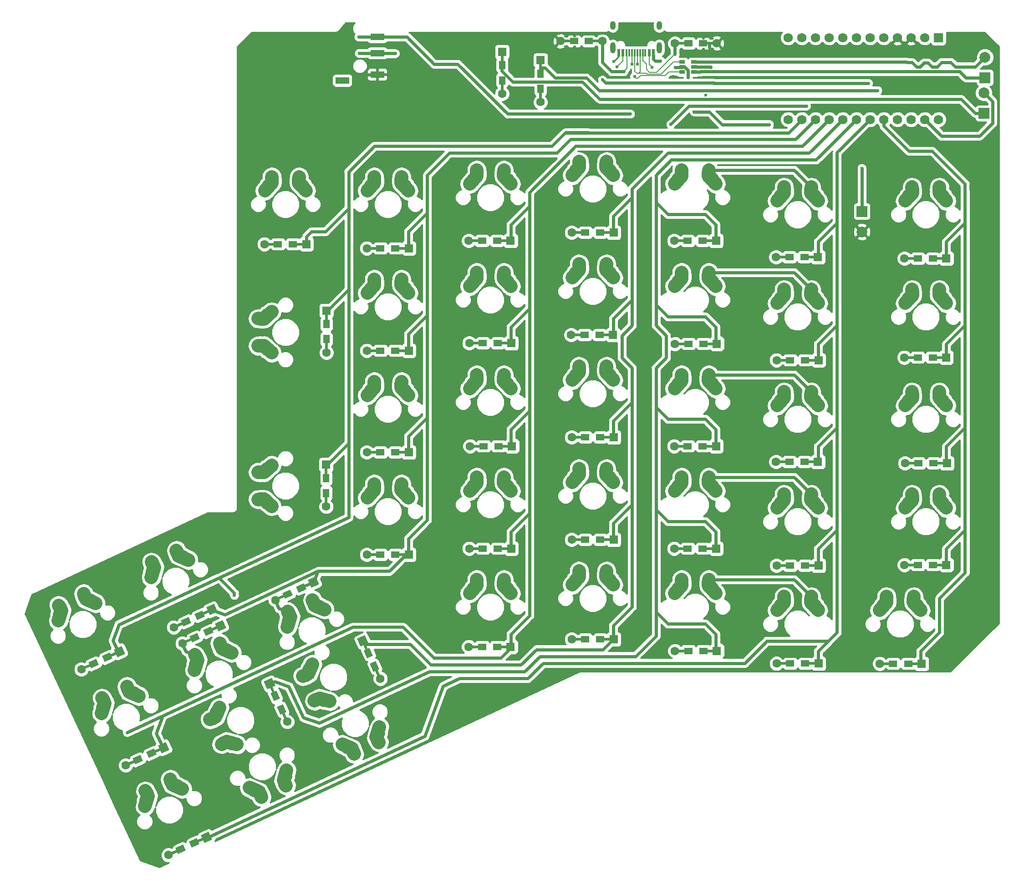
<source format=gtl>
G04 #@! TF.GenerationSoftware,KiCad,Pcbnew,(5.0.2)-1*
G04 #@! TF.CreationDate,2019-04-21T13:46:38+05:30*
G04 #@! TF.ProjectId,ErgodoxBle,4572676f-646f-4784-926c-652e6b696361,rev?*
G04 #@! TF.SameCoordinates,Original*
G04 #@! TF.FileFunction,Copper,L1,Top*
G04 #@! TF.FilePolarity,Positive*
%FSLAX46Y46*%
G04 Gerber Fmt 4.6, Leading zero omitted, Abs format (unit mm)*
G04 Created by KiCad (PCBNEW (5.0.2)-1) date 4/21/2019 1:46:38 PM*
%MOMM*%
%LPD*%
G01*
G04 APERTURE LIST*
G04 #@! TA.AperFunction,ViaPad*
%ADD10C,0.600000*%
G04 #@! TD*
G04 #@! TA.AperFunction,ComponentPad*
%ADD11R,1.752600X1.752600*%
G04 #@! TD*
G04 #@! TA.AperFunction,ComponentPad*
%ADD12C,1.752600*%
G04 #@! TD*
G04 #@! TA.AperFunction,ComponentPad*
%ADD13O,1.000000X1.600000*%
G04 #@! TD*
G04 #@! TA.AperFunction,ComponentPad*
%ADD14O,1.000000X2.100000*%
G04 #@! TD*
G04 #@! TA.AperFunction,SMDPad,CuDef*
%ADD15R,0.300000X1.450000*%
G04 #@! TD*
G04 #@! TA.AperFunction,SMDPad,CuDef*
%ADD16R,0.600000X1.450000*%
G04 #@! TD*
G04 #@! TA.AperFunction,SMDPad,CuDef*
%ADD17C,2.500000*%
G04 #@! TD*
G04 #@! TA.AperFunction,Conductor*
%ADD18C,2.500000*%
G04 #@! TD*
G04 #@! TA.AperFunction,ComponentPad*
%ADD19C,2.000000*%
G04 #@! TD*
G04 #@! TA.AperFunction,Conductor*
%ADD20C,0.500000*%
G04 #@! TD*
G04 #@! TA.AperFunction,Conductor*
%ADD21C,0.100000*%
G04 #@! TD*
G04 #@! TA.AperFunction,ComponentPad*
%ADD22C,1.600000*%
G04 #@! TD*
G04 #@! TA.AperFunction,SMDPad,CuDef*
%ADD23C,1.200000*%
G04 #@! TD*
G04 #@! TA.AperFunction,SMDPad,CuDef*
%ADD24R,1.600000X1.200000*%
G04 #@! TD*
G04 #@! TA.AperFunction,ComponentPad*
%ADD25R,1.600000X1.600000*%
G04 #@! TD*
G04 #@! TA.AperFunction,Conductor*
%ADD26R,2.900000X0.500000*%
G04 #@! TD*
G04 #@! TA.AperFunction,SMDPad,CuDef*
%ADD27R,1.200000X1.600000*%
G04 #@! TD*
G04 #@! TA.AperFunction,Conductor*
%ADD28R,0.500000X2.900000*%
G04 #@! TD*
G04 #@! TA.AperFunction,SMDPad,CuDef*
%ADD29R,1.500000X1.200000*%
G04 #@! TD*
G04 #@! TA.AperFunction,ComponentPad*
%ADD30R,1.998980X1.998980*%
G04 #@! TD*
G04 #@! TA.AperFunction,ComponentPad*
%ADD31C,1.998980*%
G04 #@! TD*
G04 #@! TA.AperFunction,SMDPad,CuDef*
%ADD32R,2.500000X1.200000*%
G04 #@! TD*
G04 #@! TA.AperFunction,SMDPad,CuDef*
%ADD33R,1.060000X0.650000*%
G04 #@! TD*
G04 #@! TA.AperFunction,ViaPad*
%ADD34C,0.609600*%
G04 #@! TD*
G04 #@! TA.AperFunction,Conductor*
%ADD35C,0.609600*%
G04 #@! TD*
G04 #@! TA.AperFunction,Conductor*
%ADD36C,0.600000*%
G04 #@! TD*
G04 #@! TA.AperFunction,Conductor*
%ADD37C,1.016000*%
G04 #@! TD*
G04 #@! TA.AperFunction,Conductor*
%ADD38C,0.203200*%
G04 #@! TD*
G04 #@! TA.AperFunction,Conductor*
%ADD39C,0.254000*%
G04 #@! TD*
G04 #@! TA.AperFunction,Conductor*
%ADD40C,0.033020*%
G04 #@! TD*
G04 APERTURE END LIST*
D10*
G04 #@! TO.N,GND*
G04 #@! TO.C,REF\002A\002A*
X170159680Y-36822380D03*
G04 #@! TD*
G04 #@! TO.N,GND*
G04 #@! TO.C,REF\002A\002A*
X176969420Y-47391320D03*
G04 #@! TD*
G04 #@! TO.N,GND*
G04 #@! TO.C,REF\002A\002A*
X162140900Y-48503840D03*
G04 #@! TD*
G04 #@! TO.N,GND*
G04 #@! TO.C,REF\002A\002A*
X159763460Y-36936680D03*
G04 #@! TD*
G04 #@! TO.N,GND*
G04 #@! TO.C,REF\002A\002A*
X150543260Y-44752260D03*
G04 #@! TD*
G04 #@! TO.N,GND*
G04 #@! TO.C,REF\002A\002A*
X196042280Y-36195000D03*
G04 #@! TD*
G04 #@! TO.N,GND*
G04 #@! TO.C,REF\002A\002A*
X172420280Y-57858660D03*
G04 #@! TD*
G04 #@! TO.N,GND*
G04 #@! TO.C,REF\002A\002A*
X150329900Y-49222660D03*
G04 #@! TD*
G04 #@! TO.N,GND*
G04 #@! TO.C,REF\002A\002A*
X135061960Y-86997540D03*
G04 #@! TD*
G04 #@! TO.N,GND*
G04 #@! TO.C,REF\002A\002A*
X142529560Y-60672980D03*
G04 #@! TD*
G04 #@! TO.N,GND*
G04 #@! TO.C,REF\002A\002A*
X61645800Y-175115220D03*
G04 #@! TD*
G04 #@! TO.N,GND*
G04 #@! TO.C,REF\002A\002A*
X91511120Y-145577560D03*
G04 #@! TD*
G04 #@! TO.N,GND*
G04 #@! TO.C,REF\002A\002A*
X162575240Y-136880600D03*
G04 #@! TD*
G04 #@! TO.N,GND*
G04 #@! TO.C,REF\002A\002A*
X95105220Y-159026860D03*
G04 #@! TD*
G04 #@! TO.N,GND*
G04 #@! TO.C,REF\002A\002A*
X121033540Y-125747780D03*
G04 #@! TD*
G04 #@! TO.N,GND*
G04 #@! TO.C,REF\002A\002A*
X153156920Y-105788460D03*
G04 #@! TD*
G04 #@! TO.N,GND*
G04 #@! TO.C,REF\002A\002A*
X76817220Y-170964860D03*
G04 #@! TD*
G04 #@! TO.N,GND*
G04 #@! TO.C,REF\002A\002A*
X167307260Y-91142820D03*
G04 #@! TD*
G04 #@! TO.N,GND*
G04 #@! TO.C,REF\002A\002A*
X67729100Y-146011900D03*
G04 #@! TD*
G04 #@! TO.N,GND*
G04 #@! TO.C,REF\002A\002A*
X91927680Y-108143040D03*
G04 #@! TD*
G04 #@! TO.N,GND*
G04 #@! TO.C,REF\002A\002A*
X153324560Y-125333760D03*
G04 #@! TD*
G04 #@! TO.N,GND*
G04 #@! TO.C,REF\002A\002A*
X155684220Y-144373600D03*
G04 #@! TD*
G04 #@! TO.N,GND*
G04 #@! TO.C,REF\002A\002A*
X120710960Y-70007480D03*
G04 #@! TD*
G04 #@! TO.N,GND*
G04 #@! TO.C,REF\002A\002A*
X167858440Y-128920240D03*
G04 #@! TD*
G04 #@! TO.N,GND*
G04 #@! TO.C,REF\002A\002A*
X139593320Y-117977920D03*
G04 #@! TD*
G04 #@! TO.N,GND*
G04 #@! TO.C,REF\002A\002A*
X148978620Y-69171820D03*
G04 #@! TD*
G04 #@! TO.N,GND*
G04 #@! TO.C,REF\002A\002A*
X120467120Y-103477060D03*
G04 #@! TD*
G04 #@! TO.N,GND*
G04 #@! TO.C,REF\002A\002A*
X137896600Y-57279540D03*
G04 #@! TD*
G04 #@! TO.N,GND*
G04 #@! TO.C,REF\002A\002A*
X142128240Y-146964400D03*
G04 #@! TD*
G04 #@! TO.N,GND*
G04 #@! TO.C,REF\002A\002A*
X167538400Y-110556040D03*
G04 #@! TD*
G04 #@! TO.N,GND*
G04 #@! TO.C,REF\002A\002A*
X92692220Y-55481220D03*
G04 #@! TD*
G04 #@! TO.N,GND*
G04 #@! TO.C,REF\002A\002A*
X147830540Y-88282780D03*
G04 #@! TD*
G04 #@! TO.N,GND*
G04 #@! TO.C,REF\002A\002A*
X167185340Y-72024240D03*
G04 #@! TD*
G04 #@! TO.N,GND*
G04 #@! TO.C,REF\002A\002A*
X91417140Y-69938900D03*
G04 #@! TD*
G04 #@! TO.N,GND*
G04 #@! TO.C,REF\002A\002A*
X101914960Y-118054120D03*
G04 #@! TD*
G04 #@! TO.N,GND*
G04 #@! TO.C,REF\002A\002A*
X91577160Y-126342140D03*
G04 #@! TD*
G04 #@! TO.N,GND*
G04 #@! TO.C,REF\002A\002A*
X152669240Y-65961260D03*
G04 #@! TD*
G04 #@! TO.N,GND*
G04 #@! TO.C,REF\002A\002A*
X91089480Y-88673940D03*
G04 #@! TD*
D11*
G04 #@! TO.P,proMicro1,1*
G04 #@! TO.N,Net-(proMicro1-Pad1)*
X193814700Y-34079180D03*
D12*
G04 #@! TO.P,proMicro1,2*
G04 #@! TO.N,Net-(proMicro1-Pad2)*
X191274700Y-34079180D03*
G04 #@! TO.P,proMicro1,3*
G04 #@! TO.N,GND*
X188734700Y-34079180D03*
G04 #@! TO.P,proMicro1,4*
X186194700Y-34079180D03*
G04 #@! TO.P,proMicro1,5*
G04 #@! TO.N,/scl*
X183654700Y-34079180D03*
G04 #@! TO.P,proMicro1,6*
G04 #@! TO.N,Net-(proMicro1-Pad6)*
X181114700Y-34079180D03*
G04 #@! TO.P,proMicro1,7*
G04 #@! TO.N,/ROW0*
X178574700Y-34079180D03*
G04 #@! TO.P,proMicro1,8*
G04 #@! TO.N,/ROW1*
X176034700Y-34079180D03*
G04 #@! TO.P,proMicro1,9*
G04 #@! TO.N,/ROW2*
X173494700Y-34079180D03*
G04 #@! TO.P,proMicro1,10*
G04 #@! TO.N,/ROW3*
X170954700Y-34079180D03*
G04 #@! TO.P,proMicro1,11*
G04 #@! TO.N,/ROW4*
X168414700Y-34079180D03*
G04 #@! TO.P,proMicro1,13*
G04 #@! TO.N,Net-(proMicro1-Pad13)*
X165874700Y-49319180D03*
G04 #@! TO.P,proMicro1,14*
G04 #@! TO.N,/COL6*
X168414700Y-49319180D03*
G04 #@! TO.P,proMicro1,15*
G04 #@! TO.N,/COL5*
X170954700Y-49319180D03*
G04 #@! TO.P,proMicro1,16*
G04 #@! TO.N,/COL4*
X173494700Y-49319180D03*
G04 #@! TO.P,proMicro1,17*
G04 #@! TO.N,/COL10*
X176034700Y-49319180D03*
G04 #@! TO.P,proMicro1,18*
G04 #@! TO.N,/COL11*
X178574700Y-49319180D03*
G04 #@! TO.P,proMicro1,19*
G04 #@! TO.N,/COL1*
X181114700Y-49319180D03*
G04 #@! TO.P,proMicro1,20*
G04 #@! TO.N,/COL0*
X183654700Y-49319180D03*
G04 #@! TO.P,proMicro1,21*
G04 #@! TO.N,/Vcc*
X186194700Y-49319180D03*
G04 #@! TO.P,proMicro1,22*
G04 #@! TO.N,Net-(proMicro1-Pad22)*
X188734700Y-49319180D03*
G04 #@! TO.P,proMicro1,23*
G04 #@! TO.N,/GND_USB*
X191274700Y-49319180D03*
G04 #@! TO.P,proMicro1,12*
G04 #@! TO.N,/ROW5*
X165874700Y-34079180D03*
G04 #@! TO.P,proMicro1,24*
G04 #@! TO.N,/VccRaw*
X193814700Y-49319180D03*
G04 #@! TD*
D13*
G04 #@! TO.P,USB_C1,13*
G04 #@! TO.N,Net-(USB_C1-Pad13)*
X133256560Y-31822700D03*
X141896560Y-31822700D03*
D14*
X133256560Y-36002700D03*
X141896560Y-36002700D03*
D15*
G04 #@! TO.P,USB_C1,6*
G04 #@! TO.N,/D_IN+*
X137826560Y-36917700D03*
G04 #@! TO.P,USB_C1,7*
G04 #@! TO.N,/D_IN-*
X137326560Y-36917700D03*
G04 #@! TO.P,USB_C1,8*
G04 #@! TO.N,/D_IN+*
X136826560Y-36917700D03*
G04 #@! TO.P,USB_C1,5*
G04 #@! TO.N,/D_IN-*
X138326560Y-36917700D03*
G04 #@! TO.P,USB_C1,9*
G04 #@! TO.N,Net-(USB_C1-Pad9)*
X136326560Y-36917700D03*
G04 #@! TO.P,USB_C1,4*
G04 #@! TO.N,/CC1*
X138826560Y-36917700D03*
G04 #@! TO.P,USB_C1,10*
G04 #@! TO.N,/CC2*
X135826560Y-36917700D03*
G04 #@! TO.P,USB_C1,3*
G04 #@! TO.N,Net-(USB_C1-Pad3)*
X139326560Y-36917700D03*
D16*
G04 #@! TO.P,USB_C1,2*
G04 #@! TO.N,/VccR*
X140026560Y-36917700D03*
G04 #@! TO.P,USB_C1,11*
X135126560Y-36917700D03*
G04 #@! TO.P,USB_C1,1*
G04 #@! TO.N,/GND_USB*
X140801560Y-36917700D03*
G04 #@! TO.P,USB_C1,12*
X134351560Y-36917700D03*
G04 #@! TD*
D17*
G04 #@! TO.P,SW3:13,2*
G04 #@! TO.N,/ROW3*
X193972500Y-100312660D03*
D18*
G04 #@! TD*
G04 #@! TO.N,/ROW3*
G04 #@! TO.C,SW3:13*
X193992499Y-100022660D02*
X193952501Y-100602660D01*
D19*
G04 #@! TO.P,SW3:13,2*
G04 #@! TO.N,/ROW3*
X193952500Y-100602660D03*
X193992500Y-100022660D03*
G04 #@! TO.P,SW3:13,1*
G04 #@! TO.N,Net-(D3:0-Pad2)*
X188952500Y-101102660D03*
X187642500Y-102562660D03*
G04 #@! TO.P,SW3:13,2*
G04 #@! TO.N,/ROW3*
X193952500Y-101102660D03*
X195262500Y-102562660D03*
G04 #@! TO.P,SW3:13,1*
G04 #@! TO.N,Net-(D3:0-Pad2)*
X188952500Y-100602660D03*
X188912500Y-100022660D03*
D17*
X188297500Y-101832660D03*
D18*
G04 #@! TD*
G04 #@! TO.N,Net-(D3:0-Pad2)*
G04 #@! TO.C,SW3:13*
X187642505Y-102562664D02*
X188952495Y-101102656D01*
D17*
G04 #@! TO.P,SW3:13,1*
G04 #@! TO.N,Net-(D3:0-Pad2)*
X188932500Y-100312660D03*
D18*
G04 #@! TD*
G04 #@! TO.N,Net-(D3:0-Pad2)*
G04 #@! TO.C,SW3:13*
X188912501Y-100022660D02*
X188952499Y-100602660D01*
D17*
G04 #@! TO.P,SW3:13,2*
G04 #@! TO.N,/ROW3*
X194607500Y-101832660D03*
D18*
G04 #@! TD*
G04 #@! TO.N,/ROW3*
G04 #@! TO.C,SW3:13*
X195262495Y-102562664D02*
X193952505Y-101102656D01*
D17*
G04 #@! TO.P,SW2:13,2*
G04 #@! TO.N,/ROW2*
X193972500Y-119362660D03*
D18*
G04 #@! TD*
G04 #@! TO.N,/ROW2*
G04 #@! TO.C,SW2:13*
X193992499Y-119072660D02*
X193952501Y-119652660D01*
D19*
G04 #@! TO.P,SW2:13,2*
G04 #@! TO.N,/ROW2*
X193952500Y-119652660D03*
X193992500Y-119072660D03*
G04 #@! TO.P,SW2:13,1*
G04 #@! TO.N,Net-(D2:0-Pad2)*
X188952500Y-120152660D03*
X187642500Y-121612660D03*
G04 #@! TO.P,SW2:13,2*
G04 #@! TO.N,/ROW2*
X193952500Y-120152660D03*
X195262500Y-121612660D03*
G04 #@! TO.P,SW2:13,1*
G04 #@! TO.N,Net-(D2:0-Pad2)*
X188952500Y-119652660D03*
X188912500Y-119072660D03*
D17*
X188297500Y-120882660D03*
D18*
G04 #@! TD*
G04 #@! TO.N,Net-(D2:0-Pad2)*
G04 #@! TO.C,SW2:13*
X187642505Y-121612664D02*
X188952495Y-120152656D01*
D17*
G04 #@! TO.P,SW2:13,1*
G04 #@! TO.N,Net-(D2:0-Pad2)*
X188932500Y-119362660D03*
D18*
G04 #@! TD*
G04 #@! TO.N,Net-(D2:0-Pad2)*
G04 #@! TO.C,SW2:13*
X188912501Y-119072660D02*
X188952499Y-119652660D01*
D17*
G04 #@! TO.P,SW2:13,2*
G04 #@! TO.N,/ROW2*
X194607500Y-120882660D03*
D18*
G04 #@! TD*
G04 #@! TO.N,/ROW2*
G04 #@! TO.C,SW2:13*
X195262495Y-121612664D02*
X193952505Y-120152656D01*
D20*
G04 #@! TO.N,/COL1*
G04 #@! TO.C,D0:1*
X56436349Y-183492233D03*
D21*
G36*
X55227857Y-184331606D02*
X55016548Y-183878453D01*
X57644841Y-182652860D01*
X57856150Y-183106013D01*
X55227857Y-184331606D01*
X55227857Y-184331606D01*
G37*
D20*
G04 #@! TO.N,Net-(D0:1-Pad2)*
X51904811Y-185605327D03*
D21*
G36*
X50696319Y-186444700D02*
X50485010Y-185991547D01*
X53113303Y-184765954D01*
X53324612Y-185219107D01*
X50696319Y-186444700D01*
X50696319Y-186444700D01*
G37*
D22*
G04 #@! TD*
G04 #@! TO.P,D0:1,1*
G04 #@! TO.N,/COL1*
X57705180Y-182900569D03*
D21*
G04 #@! TO.N,/COL1*
G04 #@! TO.C,D0:1*
G36*
X57318228Y-183963710D02*
X56642039Y-182513617D01*
X58092132Y-181837428D01*
X58768321Y-183287521D01*
X57318228Y-183963710D01*
X57318228Y-183963710D01*
G37*
D22*
G04 #@! TD*
G04 #@! TO.P,D0:1,2*
G04 #@! TO.N,Net-(D0:1-Pad2)*
X50635980Y-186196991D03*
D23*
G04 #@! TO.P,D0:1,2*
G04 #@! TO.N,Net-(D0:1-Pad2)*
X52901749Y-185140446D03*
D21*
G04 #@! TD*
G04 #@! TO.N,Net-(D0:1-Pad2)*
G04 #@! TO.C,D0:1*
G36*
X52430274Y-186022325D02*
X51923132Y-184934756D01*
X53373224Y-184258567D01*
X53880366Y-185346136D01*
X52430274Y-186022325D01*
X52430274Y-186022325D01*
G37*
D23*
G04 #@! TO.P,D0:1,1*
G04 #@! TO.N,/COL1*
X55439411Y-183957114D03*
D21*
G04 #@! TD*
G04 #@! TO.N,/COL1*
G04 #@! TO.C,D0:1*
G36*
X54967936Y-184838993D02*
X54460794Y-183751424D01*
X55910886Y-183075235D01*
X56418028Y-184162804D01*
X54967936Y-184838993D01*
X54967936Y-184838993D01*
G37*
D23*
G04 #@! TO.P,D0:2,1*
G04 #@! TO.N,/COL11*
X70487788Y-156587000D03*
D21*
G04 #@! TD*
G04 #@! TO.N,/COL11*
G04 #@! TO.C,D0:2*
G36*
X71369667Y-157058475D02*
X70282098Y-157565617D01*
X69605909Y-156115525D01*
X70693478Y-155608383D01*
X71369667Y-157058475D01*
X71369667Y-157058475D01*
G37*
D23*
G04 #@! TO.P,D0:2,2*
G04 #@! TO.N,Net-(D0:2-Pad2)*
X71671120Y-159124662D03*
D21*
G04 #@! TD*
G04 #@! TO.N,Net-(D0:2-Pad2)*
G04 #@! TO.C,D0:2*
G36*
X72552999Y-159596137D02*
X71465430Y-160103279D01*
X70789241Y-158653187D01*
X71876810Y-158146045D01*
X72552999Y-159596137D01*
X72552999Y-159596137D01*
G37*
D22*
G04 #@! TO.P,D0:2,2*
G04 #@! TO.N,Net-(D0:2-Pad2)*
X72727665Y-161390431D03*
G04 #@! TO.P,D0:2,1*
G04 #@! TO.N,/COL11*
X69431243Y-154321231D03*
D21*
G04 #@! TD*
G04 #@! TO.N,/COL11*
G04 #@! TO.C,D0:2*
G36*
X70494384Y-154708183D02*
X69044291Y-155384372D01*
X68368102Y-153934279D01*
X69818195Y-153258090D01*
X70494384Y-154708183D01*
X70494384Y-154708183D01*
G37*
D20*
G04 #@! TO.N,Net-(D0:2-Pad2)*
G04 #@! TO.C,D0:2*
X72136001Y-160121600D03*
D21*
G36*
X72975374Y-161330092D02*
X72522221Y-161541401D01*
X71296628Y-158913108D01*
X71749781Y-158701799D01*
X72975374Y-161330092D01*
X72975374Y-161330092D01*
G37*
D20*
G04 #@! TO.N,/COL11*
X70022907Y-155590062D03*
D21*
G36*
X70862280Y-156798554D02*
X70409127Y-157009863D01*
X69183534Y-154381570D01*
X69636687Y-154170261D01*
X70862280Y-156798554D01*
X70862280Y-156798554D01*
G37*
G04 #@! TD*
D20*
G04 #@! TO.N,/COL10*
G04 #@! TO.C,D0:3*
X87335453Y-147594231D03*
D21*
G36*
X88174826Y-148802723D02*
X87721673Y-149014032D01*
X86496080Y-146385739D01*
X86949233Y-146174430D01*
X88174826Y-148802723D01*
X88174826Y-148802723D01*
G37*
D20*
G04 #@! TO.N,Net-(D0:3-Pad2)*
X89448547Y-152125769D03*
D21*
G36*
X90287920Y-153334261D02*
X89834767Y-153545570D01*
X88609174Y-150917277D01*
X89062327Y-150705968D01*
X90287920Y-153334261D01*
X90287920Y-153334261D01*
G37*
D22*
G04 #@! TD*
G04 #@! TO.P,D0:3,1*
G04 #@! TO.N,/COL10*
X86743789Y-146325400D03*
D21*
G04 #@! TO.N,/COL10*
G04 #@! TO.C,D0:3*
G36*
X87806930Y-146712352D02*
X86356837Y-147388541D01*
X85680648Y-145938448D01*
X87130741Y-145262259D01*
X87806930Y-146712352D01*
X87806930Y-146712352D01*
G37*
D22*
G04 #@! TD*
G04 #@! TO.P,D0:3,2*
G04 #@! TO.N,Net-(D0:3-Pad2)*
X90040211Y-153394600D03*
D23*
G04 #@! TO.P,D0:3,2*
G04 #@! TO.N,Net-(D0:3-Pad2)*
X88983666Y-151128831D03*
D21*
G04 #@! TD*
G04 #@! TO.N,Net-(D0:3-Pad2)*
G04 #@! TO.C,D0:3*
G36*
X89865545Y-151600306D02*
X88777976Y-152107448D01*
X88101787Y-150657356D01*
X89189356Y-150150214D01*
X89865545Y-151600306D01*
X89865545Y-151600306D01*
G37*
D23*
G04 #@! TO.P,D0:3,1*
G04 #@! TO.N,/COL10*
X87800334Y-148591169D03*
D21*
G04 #@! TD*
G04 #@! TO.N,/COL10*
G04 #@! TO.C,D0:3*
G36*
X88682213Y-149062644D02*
X87594644Y-149569786D01*
X86918455Y-148119694D01*
X88006024Y-147612552D01*
X88682213Y-149062644D01*
X88682213Y-149062644D01*
G37*
D23*
G04 #@! TO.P,D0:4,1*
G04 #@! TO.N,/COL4*
X47476600Y-167261788D03*
D21*
G04 #@! TD*
G04 #@! TO.N,/COL4*
G04 #@! TO.C,D0:4*
G36*
X47005125Y-168143667D02*
X46497983Y-167056098D01*
X47948075Y-166379909D01*
X48455217Y-167467478D01*
X47005125Y-168143667D01*
X47005125Y-168143667D01*
G37*
D23*
G04 #@! TO.P,D0:4,2*
G04 #@! TO.N,Net-(D0:4-Pad2)*
X44938938Y-168445120D03*
D21*
G04 #@! TD*
G04 #@! TO.N,Net-(D0:4-Pad2)*
G04 #@! TO.C,D0:4*
G36*
X44467463Y-169326999D02*
X43960321Y-168239430D01*
X45410413Y-167563241D01*
X45917555Y-168650810D01*
X44467463Y-169326999D01*
X44467463Y-169326999D01*
G37*
D22*
G04 #@! TO.P,D0:4,2*
G04 #@! TO.N,Net-(D0:4-Pad2)*
X42673169Y-169501665D03*
G04 #@! TO.P,D0:4,1*
G04 #@! TO.N,/COL4*
X49742369Y-166205243D03*
D21*
G04 #@! TD*
G04 #@! TO.N,/COL4*
G04 #@! TO.C,D0:4*
G36*
X49355417Y-167268384D02*
X48679228Y-165818291D01*
X50129321Y-165142102D01*
X50805510Y-166592195D01*
X49355417Y-167268384D01*
X49355417Y-167268384D01*
G37*
D20*
G04 #@! TO.N,Net-(D0:4-Pad2)*
G04 #@! TO.C,D0:4*
X43942000Y-168910001D03*
D21*
G36*
X42733508Y-169749374D02*
X42522199Y-169296221D01*
X45150492Y-168070628D01*
X45361801Y-168523781D01*
X42733508Y-169749374D01*
X42733508Y-169749374D01*
G37*
D20*
G04 #@! TO.N,/COL4*
X48473538Y-166796907D03*
D21*
G36*
X47265046Y-167636280D02*
X47053737Y-167183127D01*
X49682030Y-165957534D01*
X49893339Y-166410687D01*
X47265046Y-167636280D01*
X47265046Y-167636280D01*
G37*
G04 #@! TD*
D20*
G04 #@! TO.N,/COL5*
G04 #@! TO.C,D0:5*
X57439738Y-141117507D03*
D21*
G36*
X56231246Y-141956880D02*
X56019937Y-141503727D01*
X58648230Y-140278134D01*
X58859539Y-140731287D01*
X56231246Y-141956880D01*
X56231246Y-141956880D01*
G37*
D20*
G04 #@! TO.N,Net-(D0:5-Pad2)*
X52908200Y-143230601D03*
D21*
G36*
X51699708Y-144069974D02*
X51488399Y-143616821D01*
X54116692Y-142391228D01*
X54328001Y-142844381D01*
X51699708Y-144069974D01*
X51699708Y-144069974D01*
G37*
D22*
G04 #@! TD*
G04 #@! TO.P,D0:5,1*
G04 #@! TO.N,/COL5*
X58708569Y-140525843D03*
D21*
G04 #@! TO.N,/COL5*
G04 #@! TO.C,D0:5*
G36*
X58321617Y-141588984D02*
X57645428Y-140138891D01*
X59095521Y-139462702D01*
X59771710Y-140912795D01*
X58321617Y-141588984D01*
X58321617Y-141588984D01*
G37*
D22*
G04 #@! TD*
G04 #@! TO.P,D0:5,2*
G04 #@! TO.N,Net-(D0:5-Pad2)*
X51639369Y-143822265D03*
D23*
G04 #@! TO.P,D0:5,2*
G04 #@! TO.N,Net-(D0:5-Pad2)*
X53905138Y-142765720D03*
D21*
G04 #@! TD*
G04 #@! TO.N,Net-(D0:5-Pad2)*
G04 #@! TO.C,D0:5*
G36*
X53433663Y-143647599D02*
X52926521Y-142560030D01*
X54376613Y-141883841D01*
X54883755Y-142971410D01*
X53433663Y-143647599D01*
X53433663Y-143647599D01*
G37*
D23*
G04 #@! TO.P,D0:5,1*
G04 #@! TO.N,/COL5*
X56442800Y-141582388D03*
D21*
G04 #@! TD*
G04 #@! TO.N,/COL5*
G04 #@! TO.C,D0:5*
G36*
X55971325Y-142464267D02*
X55464183Y-141376698D01*
X56914275Y-140700509D01*
X57421417Y-141788078D01*
X55971325Y-142464267D01*
X55971325Y-142464267D01*
G37*
D23*
G04 #@! TO.P,D0:6,1*
G04 #@! TO.N,/COL6*
X39241831Y-149395334D03*
D21*
G04 #@! TD*
G04 #@! TO.N,/COL6*
G04 #@! TO.C,D0:6*
G36*
X38770356Y-150277213D02*
X38263214Y-149189644D01*
X39713306Y-148513455D01*
X40220448Y-149601024D01*
X38770356Y-150277213D01*
X38770356Y-150277213D01*
G37*
D23*
G04 #@! TO.P,D0:6,2*
G04 #@! TO.N,Net-(D0:6-Pad2)*
X36704169Y-150578666D03*
D21*
G04 #@! TD*
G04 #@! TO.N,Net-(D0:6-Pad2)*
G04 #@! TO.C,D0:6*
G36*
X36232694Y-151460545D02*
X35725552Y-150372976D01*
X37175644Y-149696787D01*
X37682786Y-150784356D01*
X36232694Y-151460545D01*
X36232694Y-151460545D01*
G37*
D22*
G04 #@! TO.P,D0:6,2*
G04 #@! TO.N,Net-(D0:6-Pad2)*
X34438400Y-151635211D03*
G04 #@! TO.P,D0:6,1*
G04 #@! TO.N,/COL6*
X41507600Y-148338789D03*
D21*
G04 #@! TD*
G04 #@! TO.N,/COL6*
G04 #@! TO.C,D0:6*
G36*
X41120648Y-149401930D02*
X40444459Y-147951837D01*
X41894552Y-147275648D01*
X42570741Y-148725741D01*
X41120648Y-149401930D01*
X41120648Y-149401930D01*
G37*
D20*
G04 #@! TO.N,Net-(D0:6-Pad2)*
G04 #@! TO.C,D0:6*
X35707231Y-151043547D03*
D21*
G36*
X34498739Y-151882920D02*
X34287430Y-151429767D01*
X36915723Y-150204174D01*
X37127032Y-150657327D01*
X34498739Y-151882920D01*
X34498739Y-151882920D01*
G37*
D20*
G04 #@! TO.N,/COL6*
X40238769Y-148930453D03*
D21*
G36*
X39030277Y-149769826D02*
X38818968Y-149316673D01*
X41447261Y-148091080D01*
X41658570Y-148544233D01*
X39030277Y-149769826D01*
X39030277Y-149769826D01*
G37*
G04 #@! TD*
D24*
G04 #@! TO.P,D1:0,1*
G04 #@! TO.N,/COL0*
X188183980Y-150588980D03*
G04 #@! TO.P,D1:0,2*
G04 #@! TO.N,Net-(D1:0-Pad2)*
X185383980Y-150588980D03*
D22*
X182883980Y-150588980D03*
D25*
G04 #@! TO.P,D1:0,1*
G04 #@! TO.N,/COL0*
X190683980Y-150588980D03*
D26*
G04 #@! TD*
G04 #@! TO.N,Net-(D1:0-Pad2)*
G04 #@! TO.C,D1:0*
X184283980Y-150588980D03*
G04 #@! TO.N,/COL0*
G04 #@! TO.C,D1:0*
X189283980Y-150588980D03*
G04 #@! TD*
D24*
G04 #@! TO.P,D1:2,1*
G04 #@! TO.N,/COL11*
X150117000Y-148209000D03*
G04 #@! TO.P,D1:2,2*
G04 #@! TO.N,Net-(D1:2-Pad2)*
X147317000Y-148209000D03*
D22*
X144817000Y-148209000D03*
D25*
G04 #@! TO.P,D1:2,1*
G04 #@! TO.N,/COL11*
X152617000Y-148209000D03*
D26*
G04 #@! TD*
G04 #@! TO.N,Net-(D1:2-Pad2)*
G04 #@! TO.C,D1:2*
X146217000Y-148209000D03*
G04 #@! TO.N,/COL11*
G04 #@! TO.C,D1:2*
X151217000Y-148209000D03*
G04 #@! TD*
G04 #@! TO.N,/COL10*
G04 #@! TO.C,D1:3*
X132040000Y-146050000D03*
G04 #@! TO.N,Net-(D1:3-Pad2)*
X127040000Y-146050000D03*
D25*
G04 #@! TD*
G04 #@! TO.P,D1:3,1*
G04 #@! TO.N,/COL10*
X133440000Y-146050000D03*
D22*
G04 #@! TO.P,D1:3,2*
G04 #@! TO.N,Net-(D1:3-Pad2)*
X125640000Y-146050000D03*
D24*
X128140000Y-146050000D03*
G04 #@! TO.P,D1:3,1*
G04 #@! TO.N,/COL10*
X130940000Y-146050000D03*
G04 #@! TD*
G04 #@! TO.P,D1:4,1*
G04 #@! TO.N,/COL4*
X111763000Y-147447000D03*
G04 #@! TO.P,D1:4,2*
G04 #@! TO.N,Net-(D1:4-Pad2)*
X108963000Y-147447000D03*
D22*
X106463000Y-147447000D03*
D25*
G04 #@! TO.P,D1:4,1*
G04 #@! TO.N,/COL4*
X114263000Y-147447000D03*
D26*
G04 #@! TD*
G04 #@! TO.N,Net-(D1:4-Pad2)*
G04 #@! TO.C,D1:4*
X107863000Y-147447000D03*
G04 #@! TO.N,/COL4*
G04 #@! TO.C,D1:4*
X112863000Y-147447000D03*
G04 #@! TD*
D23*
G04 #@! TO.P,D1:5,1*
G04 #@! TO.N,/COL5*
X75309831Y-136484668D03*
D21*
G04 #@! TD*
G04 #@! TO.N,/COL5*
G04 #@! TO.C,D1:5*
G36*
X74838356Y-137366547D02*
X74331214Y-136278978D01*
X75781306Y-135602789D01*
X76288448Y-136690358D01*
X74838356Y-137366547D01*
X74838356Y-137366547D01*
G37*
D23*
G04 #@! TO.P,D1:5,2*
G04 #@! TO.N,Net-(D1:5-Pad2)*
X72772169Y-137668000D03*
D21*
G04 #@! TD*
G04 #@! TO.N,Net-(D1:5-Pad2)*
G04 #@! TO.C,D1:5*
G36*
X72300694Y-138549879D02*
X71793552Y-137462310D01*
X73243644Y-136786121D01*
X73750786Y-137873690D01*
X72300694Y-138549879D01*
X72300694Y-138549879D01*
G37*
D22*
G04 #@! TO.P,D1:5,2*
G04 #@! TO.N,Net-(D1:5-Pad2)*
X70506400Y-138724545D03*
G04 #@! TO.P,D1:5,1*
G04 #@! TO.N,/COL5*
X77575600Y-135428123D03*
D21*
G04 #@! TD*
G04 #@! TO.N,/COL5*
G04 #@! TO.C,D1:5*
G36*
X77188648Y-136491264D02*
X76512459Y-135041171D01*
X77962552Y-134364982D01*
X78638741Y-135815075D01*
X77188648Y-136491264D01*
X77188648Y-136491264D01*
G37*
D20*
G04 #@! TO.N,Net-(D1:5-Pad2)*
G04 #@! TO.C,D1:5*
X71775231Y-138132881D03*
D21*
G36*
X70566739Y-138972254D02*
X70355430Y-138519101D01*
X72983723Y-137293508D01*
X73195032Y-137746661D01*
X70566739Y-138972254D01*
X70566739Y-138972254D01*
G37*
D20*
G04 #@! TO.N,/COL5*
X76306769Y-136019787D03*
D21*
G36*
X75098277Y-136859160D02*
X74886968Y-136406007D01*
X77515261Y-135180414D01*
X77726570Y-135633567D01*
X75098277Y-136859160D01*
X75098277Y-136859160D01*
G37*
G04 #@! TD*
D20*
G04 #@! TO.N,/COL6*
G04 #@! TO.C,D1:6*
X59034769Y-144104453D03*
D21*
G36*
X57826277Y-144943826D02*
X57614968Y-144490673D01*
X60243261Y-143265080D01*
X60454570Y-143718233D01*
X57826277Y-144943826D01*
X57826277Y-144943826D01*
G37*
D20*
G04 #@! TO.N,Net-(D1:6-Pad2)*
X54503231Y-146217547D03*
D21*
G36*
X53294739Y-147056920D02*
X53083430Y-146603767D01*
X55711723Y-145378174D01*
X55923032Y-145831327D01*
X53294739Y-147056920D01*
X53294739Y-147056920D01*
G37*
D22*
G04 #@! TD*
G04 #@! TO.P,D1:6,1*
G04 #@! TO.N,/COL6*
X60303600Y-143512789D03*
D21*
G04 #@! TO.N,/COL6*
G04 #@! TO.C,D1:6*
G36*
X59916648Y-144575930D02*
X59240459Y-143125837D01*
X60690552Y-142449648D01*
X61366741Y-143899741D01*
X59916648Y-144575930D01*
X59916648Y-144575930D01*
G37*
D22*
G04 #@! TD*
G04 #@! TO.P,D1:6,2*
G04 #@! TO.N,Net-(D1:6-Pad2)*
X53234400Y-146809211D03*
D23*
G04 #@! TO.P,D1:6,2*
G04 #@! TO.N,Net-(D1:6-Pad2)*
X55500169Y-145752666D03*
D21*
G04 #@! TD*
G04 #@! TO.N,Net-(D1:6-Pad2)*
G04 #@! TO.C,D1:6*
G36*
X55028694Y-146634545D02*
X54521552Y-145546976D01*
X55971644Y-144870787D01*
X56478786Y-145958356D01*
X55028694Y-146634545D01*
X55028694Y-146634545D01*
G37*
D23*
G04 #@! TO.P,D1:6,1*
G04 #@! TO.N,/COL6*
X58037831Y-144569334D03*
D21*
G04 #@! TD*
G04 #@! TO.N,/COL6*
G04 #@! TO.C,D1:6*
G36*
X57566356Y-145451213D02*
X57059214Y-144363644D01*
X58509306Y-143687455D01*
X59016448Y-144775024D01*
X57566356Y-145451213D01*
X57566356Y-145451213D01*
G37*
D24*
G04 #@! TO.P,D1:!1,1*
G04 #@! TO.N,/COL1*
X169040000Y-150563580D03*
G04 #@! TO.P,D1:!1,2*
G04 #@! TO.N,Net-(D1:!1-Pad2)*
X166240000Y-150563580D03*
D22*
X163740000Y-150563580D03*
D25*
G04 #@! TO.P,D1:!1,1*
G04 #@! TO.N,/COL1*
X171540000Y-150563580D03*
D26*
G04 #@! TD*
G04 #@! TO.N,Net-(D1:!1-Pad2)*
G04 #@! TO.C,D1:!1*
X165140000Y-150563580D03*
G04 #@! TO.N,/COL1*
G04 #@! TO.C,D1:!1*
X170140000Y-150563580D03*
G04 #@! TD*
G04 #@! TO.N,/COL0*
G04 #@! TO.C,D2:0*
X193889000Y-132207000D03*
G04 #@! TO.N,Net-(D2:0-Pad2)*
X188889000Y-132207000D03*
D25*
G04 #@! TD*
G04 #@! TO.P,D2:0,1*
G04 #@! TO.N,/COL0*
X195289000Y-132207000D03*
D22*
G04 #@! TO.P,D2:0,2*
G04 #@! TO.N,Net-(D2:0-Pad2)*
X187489000Y-132207000D03*
D24*
X189989000Y-132207000D03*
G04 #@! TO.P,D2:0,1*
G04 #@! TO.N,/COL0*
X192789000Y-132207000D03*
G04 #@! TD*
D26*
G04 #@! TO.N,/COL1*
G04 #@! TO.C,D2:1*
X170140000Y-132334000D03*
G04 #@! TO.N,Net-(D2:1-Pad2)*
X165140000Y-132334000D03*
D25*
G04 #@! TD*
G04 #@! TO.P,D2:1,1*
G04 #@! TO.N,/COL1*
X171540000Y-132334000D03*
D22*
G04 #@! TO.P,D2:1,2*
G04 #@! TO.N,Net-(D2:1-Pad2)*
X163740000Y-132334000D03*
D24*
X166240000Y-132334000D03*
G04 #@! TO.P,D2:1,1*
G04 #@! TO.N,/COL1*
X169040000Y-132334000D03*
G04 #@! TD*
G04 #@! TO.P,D2:2,1*
G04 #@! TO.N,/COL11*
X149990000Y-129159000D03*
G04 #@! TO.P,D2:2,2*
G04 #@! TO.N,Net-(D2:2-Pad2)*
X147190000Y-129159000D03*
D22*
X144690000Y-129159000D03*
D25*
G04 #@! TO.P,D2:2,1*
G04 #@! TO.N,/COL11*
X152490000Y-129159000D03*
D26*
G04 #@! TD*
G04 #@! TO.N,Net-(D2:2-Pad2)*
G04 #@! TO.C,D2:2*
X146090000Y-129159000D03*
G04 #@! TO.N,/COL11*
G04 #@! TO.C,D2:2*
X151090000Y-129159000D03*
G04 #@! TD*
G04 #@! TO.N,/COL10*
G04 #@! TO.C,D2:3*
X132040000Y-127508000D03*
G04 #@! TO.N,Net-(D2:3-Pad2)*
X127040000Y-127508000D03*
D25*
G04 #@! TD*
G04 #@! TO.P,D2:3,1*
G04 #@! TO.N,/COL10*
X133440000Y-127508000D03*
D22*
G04 #@! TO.P,D2:3,2*
G04 #@! TO.N,Net-(D2:3-Pad2)*
X125640000Y-127508000D03*
D24*
X128140000Y-127508000D03*
G04 #@! TO.P,D2:3,1*
G04 #@! TO.N,/COL10*
X130940000Y-127508000D03*
G04 #@! TD*
G04 #@! TO.P,D2:4,1*
G04 #@! TO.N,/COL4*
X111890000Y-129159000D03*
G04 #@! TO.P,D2:4,2*
G04 #@! TO.N,Net-(D2:4-Pad2)*
X109090000Y-129159000D03*
D22*
X106590000Y-129159000D03*
D25*
G04 #@! TO.P,D2:4,1*
G04 #@! TO.N,/COL4*
X114390000Y-129159000D03*
D26*
G04 #@! TD*
G04 #@! TO.N,Net-(D2:4-Pad2)*
G04 #@! TO.C,D2:4*
X107990000Y-129159000D03*
G04 #@! TO.N,/COL4*
G04 #@! TO.C,D2:4*
X112990000Y-129159000D03*
G04 #@! TD*
G04 #@! TO.N,/COL5*
G04 #@! TO.C,D2:5*
X93940000Y-130302000D03*
G04 #@! TO.N,Net-(D2:5-Pad2)*
X88940000Y-130302000D03*
D25*
G04 #@! TD*
G04 #@! TO.P,D2:5,1*
G04 #@! TO.N,/COL5*
X95340000Y-130302000D03*
D22*
G04 #@! TO.P,D2:5,2*
G04 #@! TO.N,Net-(D2:5-Pad2)*
X87540000Y-130302000D03*
D24*
X90040000Y-130302000D03*
G04 #@! TO.P,D2:5,1*
G04 #@! TO.N,/COL5*
X92840000Y-130302000D03*
G04 #@! TD*
D27*
G04 #@! TO.P,D2:6,1*
G04 #@! TO.N,/COL6*
X79959200Y-116049600D03*
G04 #@! TO.P,D2:6,2*
G04 #@! TO.N,Net-(D2:6-Pad2)*
X79959200Y-118849600D03*
D22*
X79959200Y-121349600D03*
D25*
G04 #@! TO.P,D2:6,1*
G04 #@! TO.N,/COL6*
X79959200Y-113549600D03*
D28*
G04 #@! TD*
G04 #@! TO.N,Net-(D2:6-Pad2)*
G04 #@! TO.C,D2:6*
X79959200Y-119949600D03*
G04 #@! TO.N,/COL6*
G04 #@! TO.C,D2:6*
X79959200Y-114949600D03*
G04 #@! TD*
D24*
G04 #@! TO.P,D3:0,1*
G04 #@! TO.N,/COL0*
X192916000Y-113284000D03*
G04 #@! TO.P,D3:0,2*
G04 #@! TO.N,Net-(D3:0-Pad2)*
X190116000Y-113284000D03*
D22*
X187616000Y-113284000D03*
D25*
G04 #@! TO.P,D3:0,1*
G04 #@! TO.N,/COL0*
X195416000Y-113284000D03*
D26*
G04 #@! TD*
G04 #@! TO.N,Net-(D3:0-Pad2)*
G04 #@! TO.C,D3:0*
X189016000Y-113284000D03*
G04 #@! TO.N,/COL0*
G04 #@! TO.C,D3:0*
X194016000Y-113284000D03*
G04 #@! TD*
G04 #@! TO.N,/COL1*
G04 #@! TO.C,D3:1*
X170013000Y-113030000D03*
G04 #@! TO.N,Net-(D3:1-Pad2)*
X165013000Y-113030000D03*
D25*
G04 #@! TD*
G04 #@! TO.P,D3:1,1*
G04 #@! TO.N,/COL1*
X171413000Y-113030000D03*
D22*
G04 #@! TO.P,D3:1,2*
G04 #@! TO.N,Net-(D3:1-Pad2)*
X163613000Y-113030000D03*
D24*
X166113000Y-113030000D03*
G04 #@! TO.P,D3:1,1*
G04 #@! TO.N,/COL1*
X168913000Y-113030000D03*
G04 #@! TD*
G04 #@! TO.P,D3:2,1*
G04 #@! TO.N,/COL11*
X149990000Y-110109000D03*
G04 #@! TO.P,D3:2,2*
G04 #@! TO.N,Net-(D3:2-Pad2)*
X147190000Y-110109000D03*
D22*
X144690000Y-110109000D03*
D25*
G04 #@! TO.P,D3:2,1*
G04 #@! TO.N,/COL11*
X152490000Y-110109000D03*
D26*
G04 #@! TD*
G04 #@! TO.N,Net-(D3:2-Pad2)*
G04 #@! TO.C,D3:2*
X146090000Y-110109000D03*
G04 #@! TO.N,/COL11*
G04 #@! TO.C,D3:2*
X151090000Y-110109000D03*
G04 #@! TD*
G04 #@! TO.N,/COL10*
G04 #@! TO.C,D3:3*
X132040000Y-108458000D03*
G04 #@! TO.N,Net-(D3:3-Pad2)*
X127040000Y-108458000D03*
D25*
G04 #@! TD*
G04 #@! TO.P,D3:3,1*
G04 #@! TO.N,/COL10*
X133440000Y-108458000D03*
D22*
G04 #@! TO.P,D3:3,2*
G04 #@! TO.N,Net-(D3:3-Pad2)*
X125640000Y-108458000D03*
D24*
X128140000Y-108458000D03*
G04 #@! TO.P,D3:3,1*
G04 #@! TO.N,/COL10*
X130940000Y-108458000D03*
G04 #@! TD*
G04 #@! TO.P,D3:4,1*
G04 #@! TO.N,/COL4*
X112017000Y-110109000D03*
G04 #@! TO.P,D3:4,2*
G04 #@! TO.N,Net-(D3:4-Pad2)*
X109217000Y-110109000D03*
D22*
X106717000Y-110109000D03*
D25*
G04 #@! TO.P,D3:4,1*
G04 #@! TO.N,/COL4*
X114517000Y-110109000D03*
D26*
G04 #@! TD*
G04 #@! TO.N,Net-(D3:4-Pad2)*
G04 #@! TO.C,D3:4*
X108117000Y-110109000D03*
G04 #@! TO.N,/COL4*
G04 #@! TO.C,D3:4*
X113117000Y-110109000D03*
G04 #@! TD*
G04 #@! TO.N,/COL5*
G04 #@! TO.C,D3:5*
X93940000Y-111252000D03*
G04 #@! TO.N,Net-(D3:5-Pad2)*
X88940000Y-111252000D03*
D25*
G04 #@! TD*
G04 #@! TO.P,D3:5,1*
G04 #@! TO.N,/COL5*
X95340000Y-111252000D03*
D22*
G04 #@! TO.P,D3:5,2*
G04 #@! TO.N,Net-(D3:5-Pad2)*
X87540000Y-111252000D03*
D24*
X90040000Y-111252000D03*
G04 #@! TO.P,D3:5,1*
G04 #@! TO.N,/COL5*
X92840000Y-111252000D03*
G04 #@! TD*
G04 #@! TO.P,D4:0,1*
G04 #@! TO.N,/COL0*
X192763600Y-93599000D03*
G04 #@! TO.P,D4:0,2*
G04 #@! TO.N,Net-(D4:0-Pad2)*
X189963600Y-93599000D03*
D22*
X187463600Y-93599000D03*
D25*
G04 #@! TO.P,D4:0,1*
G04 #@! TO.N,/COL0*
X195263600Y-93599000D03*
D26*
G04 #@! TD*
G04 #@! TO.N,Net-(D4:0-Pad2)*
G04 #@! TO.C,D4:0*
X188863600Y-93599000D03*
G04 #@! TO.N,/COL0*
G04 #@! TO.C,D4:0*
X193863600Y-93599000D03*
G04 #@! TD*
G04 #@! TO.N,/COL1*
G04 #@! TO.C,D4:1*
X170140000Y-94107000D03*
G04 #@! TO.N,Net-(D4:1-Pad2)*
X165140000Y-94107000D03*
D25*
G04 #@! TD*
G04 #@! TO.P,D4:1,1*
G04 #@! TO.N,/COL1*
X171540000Y-94107000D03*
D22*
G04 #@! TO.P,D4:1,2*
G04 #@! TO.N,Net-(D4:1-Pad2)*
X163740000Y-94107000D03*
D24*
X166240000Y-94107000D03*
G04 #@! TO.P,D4:1,1*
G04 #@! TO.N,/COL1*
X169040000Y-94107000D03*
G04 #@! TD*
G04 #@! TO.P,D4:2,1*
G04 #@! TO.N,/COL11*
X150117000Y-91059000D03*
G04 #@! TO.P,D4:2,2*
G04 #@! TO.N,Net-(D4:2-Pad2)*
X147317000Y-91059000D03*
D22*
X144817000Y-91059000D03*
D25*
G04 #@! TO.P,D4:2,1*
G04 #@! TO.N,/COL11*
X152617000Y-91059000D03*
D26*
G04 #@! TD*
G04 #@! TO.N,Net-(D4:2-Pad2)*
G04 #@! TO.C,D4:2*
X146217000Y-91059000D03*
G04 #@! TO.N,/COL11*
G04 #@! TO.C,D4:2*
X151217000Y-91059000D03*
G04 #@! TD*
G04 #@! TO.N,/COL10*
G04 #@! TO.C,D4:3*
X131913000Y-89408000D03*
G04 #@! TO.N,Net-(D4:3-Pad2)*
X126913000Y-89408000D03*
D25*
G04 #@! TD*
G04 #@! TO.P,D4:3,1*
G04 #@! TO.N,/COL10*
X133313000Y-89408000D03*
D22*
G04 #@! TO.P,D4:3,2*
G04 #@! TO.N,Net-(D4:3-Pad2)*
X125513000Y-89408000D03*
D24*
X128013000Y-89408000D03*
G04 #@! TO.P,D4:3,1*
G04 #@! TO.N,/COL10*
X130813000Y-89408000D03*
G04 #@! TD*
G04 #@! TO.P,D4:4,1*
G04 #@! TO.N,/COL4*
X111890000Y-90932000D03*
G04 #@! TO.P,D4:4,2*
G04 #@! TO.N,Net-(D4:4-Pad2)*
X109090000Y-90932000D03*
D22*
X106590000Y-90932000D03*
D25*
G04 #@! TO.P,D4:4,1*
G04 #@! TO.N,/COL4*
X114390000Y-90932000D03*
D26*
G04 #@! TD*
G04 #@! TO.N,Net-(D4:4-Pad2)*
G04 #@! TO.C,D4:4*
X107990000Y-90932000D03*
G04 #@! TO.N,/COL4*
G04 #@! TO.C,D4:4*
X112990000Y-90932000D03*
G04 #@! TD*
G04 #@! TO.N,/COL5*
G04 #@! TO.C,D4:5*
X93940000Y-92329000D03*
G04 #@! TO.N,Net-(D4:5-Pad2)*
X88940000Y-92329000D03*
D25*
G04 #@! TD*
G04 #@! TO.P,D4:5,1*
G04 #@! TO.N,/COL5*
X95340000Y-92329000D03*
D22*
G04 #@! TO.P,D4:5,2*
G04 #@! TO.N,Net-(D4:5-Pad2)*
X87540000Y-92329000D03*
D24*
X90040000Y-92329000D03*
G04 #@! TO.P,D4:5,1*
G04 #@! TO.N,/COL5*
X92840000Y-92329000D03*
G04 #@! TD*
D27*
G04 #@! TO.P,D4:6,1*
G04 #@! TO.N,/COL6*
X80010000Y-87398400D03*
G04 #@! TO.P,D4:6,2*
G04 #@! TO.N,Net-(D4:6-Pad2)*
X80010000Y-90198400D03*
D22*
X80010000Y-92698400D03*
D25*
G04 #@! TO.P,D4:6,1*
G04 #@! TO.N,/COL6*
X80010000Y-84898400D03*
D28*
G04 #@! TD*
G04 #@! TO.N,Net-(D4:6-Pad2)*
G04 #@! TO.C,D4:6*
X80010000Y-91298400D03*
G04 #@! TO.N,/COL6*
G04 #@! TO.C,D4:6*
X80010000Y-86298400D03*
G04 #@! TD*
D26*
G04 #@! TO.N,/COL0*
G04 #@! TO.C,D5:0*
X193889000Y-75184000D03*
G04 #@! TO.N,Net-(D5:0-Pad2)*
X188889000Y-75184000D03*
D25*
G04 #@! TD*
G04 #@! TO.P,D5:0,1*
G04 #@! TO.N,/COL0*
X195289000Y-75184000D03*
D22*
G04 #@! TO.P,D5:0,2*
G04 #@! TO.N,Net-(D5:0-Pad2)*
X187489000Y-75184000D03*
D24*
X189989000Y-75184000D03*
G04 #@! TO.P,D5:0,1*
G04 #@! TO.N,/COL0*
X192789000Y-75184000D03*
G04 #@! TD*
G04 #@! TO.P,D5:1,1*
G04 #@! TO.N,/COL1*
X168913000Y-74930000D03*
G04 #@! TO.P,D5:1,2*
G04 #@! TO.N,Net-(D5:1-Pad2)*
X166113000Y-74930000D03*
D22*
X163613000Y-74930000D03*
D25*
G04 #@! TO.P,D5:1,1*
G04 #@! TO.N,/COL1*
X171413000Y-74930000D03*
D26*
G04 #@! TD*
G04 #@! TO.N,Net-(D5:1-Pad2)*
G04 #@! TO.C,D5:1*
X165013000Y-74930000D03*
G04 #@! TO.N,/COL1*
G04 #@! TO.C,D5:1*
X170013000Y-74930000D03*
G04 #@! TD*
G04 #@! TO.N,/COL11*
G04 #@! TO.C,D5:2*
X151090000Y-71882000D03*
G04 #@! TO.N,Net-(D5:2-Pad2)*
X146090000Y-71882000D03*
D25*
G04 #@! TD*
G04 #@! TO.P,D5:2,1*
G04 #@! TO.N,/COL11*
X152490000Y-71882000D03*
D22*
G04 #@! TO.P,D5:2,2*
G04 #@! TO.N,Net-(D5:2-Pad2)*
X144690000Y-71882000D03*
D24*
X147190000Y-71882000D03*
G04 #@! TO.P,D5:2,1*
G04 #@! TO.N,/COL11*
X149990000Y-71882000D03*
G04 #@! TD*
G04 #@! TO.P,D5:3,1*
G04 #@! TO.N,/COL10*
X130940000Y-70358000D03*
G04 #@! TO.P,D5:3,2*
G04 #@! TO.N,Net-(D5:3-Pad2)*
X128140000Y-70358000D03*
D22*
X125640000Y-70358000D03*
D25*
G04 #@! TO.P,D5:3,1*
G04 #@! TO.N,/COL10*
X133440000Y-70358000D03*
D26*
G04 #@! TD*
G04 #@! TO.N,Net-(D5:3-Pad2)*
G04 #@! TO.C,D5:3*
X127040000Y-70358000D03*
G04 #@! TO.N,/COL10*
G04 #@! TO.C,D5:3*
X132040000Y-70358000D03*
G04 #@! TD*
G04 #@! TO.N,/COL4*
G04 #@! TO.C,D5:4*
X112863000Y-71882000D03*
G04 #@! TO.N,Net-(D5:4-Pad2)*
X107863000Y-71882000D03*
D25*
G04 #@! TD*
G04 #@! TO.P,D5:4,1*
G04 #@! TO.N,/COL4*
X114263000Y-71882000D03*
D22*
G04 #@! TO.P,D5:4,2*
G04 #@! TO.N,Net-(D5:4-Pad2)*
X106463000Y-71882000D03*
D24*
X108963000Y-71882000D03*
G04 #@! TO.P,D5:4,1*
G04 #@! TO.N,/COL4*
X111763000Y-71882000D03*
G04 #@! TD*
G04 #@! TO.P,D5:5,1*
G04 #@! TO.N,/COL5*
X92840000Y-73279000D03*
G04 #@! TO.P,D5:5,2*
G04 #@! TO.N,Net-(D5:5-Pad2)*
X90040000Y-73279000D03*
D22*
X87540000Y-73279000D03*
D25*
G04 #@! TO.P,D5:5,1*
G04 #@! TO.N,/COL5*
X95340000Y-73279000D03*
D26*
G04 #@! TD*
G04 #@! TO.N,Net-(D5:5-Pad2)*
G04 #@! TO.C,D5:5*
X88940000Y-73279000D03*
G04 #@! TO.N,/COL5*
G04 #@! TO.C,D5:5*
X93940000Y-73279000D03*
G04 #@! TD*
G04 #@! TO.N,/COL6*
G04 #@! TO.C,D5:6*
X74890000Y-72517000D03*
G04 #@! TO.N,Net-(D5:6-Pad2)*
X69890000Y-72517000D03*
D25*
G04 #@! TD*
G04 #@! TO.P,D5:6,1*
G04 #@! TO.N,/COL6*
X76290000Y-72517000D03*
D22*
G04 #@! TO.P,D5:6,2*
G04 #@! TO.N,Net-(D5:6-Pad2)*
X68490000Y-72517000D03*
D24*
X70990000Y-72517000D03*
G04 #@! TO.P,D5:6,1*
G04 #@! TO.N,/COL6*
X73790000Y-72517000D03*
G04 #@! TD*
D17*
G04 #@! TO.P,SW0:7,2*
G04 #@! TO.N,/ROW0*
X34958494Y-137862488D03*
D18*
G04 #@! TD*
G04 #@! TO.N,/ROW0*
G04 #@! TO.C,SW0:7*
X34854060Y-137591207D02*
X35062928Y-138133769D01*
D19*
G04 #@! TO.P,SW0:7,2*
G04 #@! TO.N,/ROW0*
X35062927Y-138133769D03*
X34854061Y-137591206D03*
G04 #@! TO.P,SW0:7,1*
G04 #@! TO.N,Net-(D0:6-Pad2)*
X30742697Y-140700015D03*
X30172457Y-142576854D03*
G04 #@! TO.P,SW0:7,2*
G04 #@! TO.N,/ROW0*
X35274236Y-138586923D03*
X37078522Y-139356503D03*
G04 #@! TO.P,SW0:7,1*
G04 #@! TO.N,Net-(D0:6-Pad2)*
X30531388Y-140246861D03*
X30250017Y-139738107D03*
D17*
X30457577Y-141638434D03*
D18*
G04 #@! TD*
G04 #@! TO.N,Net-(D0:6-Pad2)*
G04 #@! TO.C,SW0:7*
X30172463Y-142576856D02*
X30742691Y-140700012D01*
D17*
G04 #@! TO.P,SW0:7,1*
G04 #@! TO.N,Net-(D0:6-Pad2)*
X30390703Y-139992484D03*
D18*
G04 #@! TD*
G04 #@! TO.N,Net-(D0:6-Pad2)*
G04 #@! TO.C,SW0:7*
X30250018Y-139738107D02*
X30531388Y-140246861D01*
D17*
G04 #@! TO.P,SW0:7,2*
G04 #@! TO.N,/ROW0*
X36176379Y-138971713D03*
D18*
G04 #@! TD*
G04 #@! TO.N,/ROW0*
G04 #@! TO.C,SW0:7*
X37078520Y-139356509D02*
X35274238Y-138586917D01*
D17*
G04 #@! TO.P,SW0:8,2*
G04 #@! TO.N,/ROW0*
X52222874Y-129813228D03*
D18*
G04 #@! TD*
G04 #@! TO.N,/ROW0*
G04 #@! TO.C,SW0:8*
X52118440Y-129541947D02*
X52327308Y-130084509D01*
D19*
G04 #@! TO.P,SW0:8,2*
G04 #@! TO.N,/ROW0*
X52327307Y-130084509D03*
X52118441Y-129541946D03*
G04 #@! TO.P,SW0:8,1*
G04 #@! TO.N,Net-(D0:5-Pad2)*
X48007077Y-132650755D03*
X47436837Y-134527594D03*
G04 #@! TO.P,SW0:8,2*
G04 #@! TO.N,/ROW0*
X52538616Y-130537663D03*
X54342902Y-131307243D03*
G04 #@! TO.P,SW0:8,1*
G04 #@! TO.N,Net-(D0:5-Pad2)*
X47795768Y-132197601D03*
X47514397Y-131688847D03*
D17*
X47721957Y-133589174D03*
D18*
G04 #@! TD*
G04 #@! TO.N,Net-(D0:5-Pad2)*
G04 #@! TO.C,SW0:8*
X47436843Y-134527596D02*
X48007071Y-132650752D01*
D17*
G04 #@! TO.P,SW0:8,1*
G04 #@! TO.N,Net-(D0:5-Pad2)*
X47655083Y-131943224D03*
D18*
G04 #@! TD*
G04 #@! TO.N,Net-(D0:5-Pad2)*
G04 #@! TO.C,SW0:8*
X47514398Y-131688847D02*
X47795768Y-132197601D01*
D17*
G04 #@! TO.P,SW0:8,2*
G04 #@! TO.N,/ROW0*
X53440759Y-130922453D03*
D18*
G04 #@! TD*
G04 #@! TO.N,/ROW0*
G04 #@! TO.C,SW0:8*
X54342900Y-131307249D02*
X52538618Y-130537657D01*
D17*
G04 #@! TO.P,SW0:9,2*
G04 #@! TO.N,/ROW0*
X44225639Y-156236093D03*
D18*
G04 #@! TD*
G04 #@! TO.N,/ROW0*
G04 #@! TO.C,SW0:9*
X45127780Y-156620889D02*
X43323498Y-155851297D01*
D17*
G04 #@! TO.P,SW0:9,1*
G04 #@! TO.N,Net-(D0:4-Pad2)*
X38439963Y-157256864D03*
D18*
G04 #@! TD*
G04 #@! TO.N,Net-(D0:4-Pad2)*
G04 #@! TO.C,SW0:9*
X38299278Y-157002487D02*
X38580648Y-157511241D01*
D17*
G04 #@! TO.P,SW0:9,1*
G04 #@! TO.N,Net-(D0:4-Pad2)*
X38506837Y-158902814D03*
D18*
G04 #@! TD*
G04 #@! TO.N,Net-(D0:4-Pad2)*
G04 #@! TO.C,SW0:9*
X38221723Y-159841236D02*
X38791951Y-157964392D01*
D19*
G04 #@! TO.P,SW0:9,1*
G04 #@! TO.N,Net-(D0:4-Pad2)*
X38299277Y-157002487D03*
X38580648Y-157511241D03*
G04 #@! TO.P,SW0:9,2*
G04 #@! TO.N,/ROW0*
X45127782Y-156620883D03*
X43323496Y-155851303D03*
G04 #@! TO.P,SW0:9,1*
G04 #@! TO.N,Net-(D0:4-Pad2)*
X38221717Y-159841234D03*
X38791957Y-157964395D03*
G04 #@! TO.P,SW0:9,2*
G04 #@! TO.N,/ROW0*
X42903321Y-154855586D03*
X43112187Y-155398149D03*
D17*
X43007754Y-155126868D03*
D18*
G04 #@! TD*
G04 #@! TO.N,/ROW0*
G04 #@! TO.C,SW0:9*
X42903320Y-154855587D02*
X43112188Y-155398149D01*
D17*
G04 #@! TO.P,SW0:10,2*
G04 #@! TO.N,/ROW0*
X77005873Y-151588041D03*
D18*
G04 #@! TD*
G04 #@! TO.N,/ROW0*
G04 #@! TO.C,SW0:10*
X77390669Y-150685900D02*
X76621077Y-152490182D01*
D17*
G04 #@! TO.P,SW0:10,1*
G04 #@! TO.N,Net-(D0:3-Pad2)*
X78026644Y-157373717D03*
D18*
G04 #@! TD*
G04 #@! TO.N,Net-(D0:3-Pad2)*
G04 #@! TO.C,SW0:10*
X77772267Y-157514402D02*
X78281021Y-157233032D01*
D17*
G04 #@! TO.P,SW0:10,1*
G04 #@! TO.N,Net-(D0:3-Pad2)*
X79672594Y-157306843D03*
D18*
G04 #@! TD*
G04 #@! TO.N,Net-(D0:3-Pad2)*
G04 #@! TO.C,SW0:10*
X80611016Y-157591957D02*
X78734172Y-157021729D01*
D19*
G04 #@! TO.P,SW0:10,1*
G04 #@! TO.N,Net-(D0:3-Pad2)*
X77772267Y-157514403D03*
X78281021Y-157233032D03*
G04 #@! TO.P,SW0:10,2*
G04 #@! TO.N,/ROW0*
X77390663Y-150685898D03*
X76621083Y-152490184D03*
G04 #@! TO.P,SW0:10,1*
G04 #@! TO.N,Net-(D0:3-Pad2)*
X80611014Y-157591963D03*
X78734175Y-157021723D03*
G04 #@! TO.P,SW0:10,2*
G04 #@! TO.N,/ROW0*
X75625366Y-152910359D03*
X76167929Y-152701493D03*
D17*
X75896648Y-152805926D03*
D18*
G04 #@! TD*
G04 #@! TO.N,/ROW0*
G04 #@! TO.C,SW0:10*
X75625367Y-152910360D02*
X76167929Y-152701492D01*
D17*
G04 #@! TO.P,SW0:11,2*
G04 #@! TO.N,/ROW0*
X58632268Y-160857726D03*
D18*
G04 #@! TD*
G04 #@! TO.N,/ROW0*
G04 #@! TO.C,SW0:11*
X58360987Y-160962160D02*
X58903549Y-160753292D01*
D19*
G04 #@! TO.P,SW0:11,2*
G04 #@! TO.N,/ROW0*
X58903549Y-160753293D03*
X58360986Y-160962159D03*
G04 #@! TO.P,SW0:11,1*
G04 #@! TO.N,Net-(D0:2-Pad2)*
X61469795Y-165073523D03*
X63346634Y-165643763D03*
G04 #@! TO.P,SW0:11,2*
G04 #@! TO.N,/ROW0*
X59356703Y-160541984D03*
X60126283Y-158737698D03*
G04 #@! TO.P,SW0:11,1*
G04 #@! TO.N,Net-(D0:2-Pad2)*
X61016641Y-165284832D03*
X60507887Y-165566203D03*
D17*
X62408214Y-165358643D03*
D18*
G04 #@! TD*
G04 #@! TO.N,Net-(D0:2-Pad2)*
G04 #@! TO.C,SW0:11*
X63346636Y-165643757D02*
X61469792Y-165073529D01*
D17*
G04 #@! TO.P,SW0:11,1*
G04 #@! TO.N,Net-(D0:2-Pad2)*
X60762264Y-165425517D03*
D18*
G04 #@! TD*
G04 #@! TO.N,Net-(D0:2-Pad2)*
G04 #@! TO.C,SW0:11*
X60507887Y-165566202D02*
X61016641Y-165284832D01*
D17*
G04 #@! TO.P,SW0:11,2*
G04 #@! TO.N,/ROW0*
X59741493Y-159639841D03*
D18*
G04 #@! TD*
G04 #@! TO.N,/ROW0*
G04 #@! TO.C,SW0:11*
X60126289Y-158737700D02*
X59356697Y-160541982D01*
D17*
G04 #@! TO.P,SW0:12,2*
G04 #@! TO.N,/ROW0*
X52277439Y-173503013D03*
D18*
G04 #@! TD*
G04 #@! TO.N,/ROW0*
G04 #@! TO.C,SW0:12*
X53179580Y-173887809D02*
X51375298Y-173118217D01*
D17*
G04 #@! TO.P,SW0:12,1*
G04 #@! TO.N,Net-(D0:1-Pad2)*
X46491763Y-174523784D03*
D18*
G04 #@! TD*
G04 #@! TO.N,Net-(D0:1-Pad2)*
G04 #@! TO.C,SW0:12*
X46351078Y-174269407D02*
X46632448Y-174778161D01*
D17*
G04 #@! TO.P,SW0:12,1*
G04 #@! TO.N,Net-(D0:1-Pad2)*
X46558637Y-176169734D03*
D18*
G04 #@! TD*
G04 #@! TO.N,Net-(D0:1-Pad2)*
G04 #@! TO.C,SW0:12*
X46273523Y-177108156D02*
X46843751Y-175231312D01*
D19*
G04 #@! TO.P,SW0:12,1*
G04 #@! TO.N,Net-(D0:1-Pad2)*
X46351077Y-174269407D03*
X46632448Y-174778161D03*
G04 #@! TO.P,SW0:12,2*
G04 #@! TO.N,/ROW0*
X53179582Y-173887803D03*
X51375296Y-173118223D03*
G04 #@! TO.P,SW0:12,1*
G04 #@! TO.N,Net-(D0:1-Pad2)*
X46273517Y-177108154D03*
X46843757Y-175231315D03*
G04 #@! TO.P,SW0:12,2*
G04 #@! TO.N,/ROW0*
X50955121Y-172122506D03*
X51163987Y-172665069D03*
D17*
X51059554Y-172393788D03*
D18*
G04 #@! TD*
G04 #@! TO.N,/ROW0*
G04 #@! TO.C,SW0:12*
X50955120Y-172122507D02*
X51163988Y-172665069D01*
D17*
G04 #@! TO.P,SW1:9,2*
G04 #@! TO.N,/ROW1*
X113010000Y-135237660D03*
D18*
G04 #@! TD*
G04 #@! TO.N,/ROW1*
G04 #@! TO.C,SW1:9*
X113029999Y-134947660D02*
X112990001Y-135527660D01*
D19*
G04 #@! TO.P,SW1:9,2*
G04 #@! TO.N,/ROW1*
X112990000Y-135527660D03*
X113030000Y-134947660D03*
G04 #@! TO.P,SW1:9,1*
G04 #@! TO.N,Net-(D1:4-Pad2)*
X107990000Y-136027660D03*
X106680000Y-137487660D03*
G04 #@! TO.P,SW1:9,2*
G04 #@! TO.N,/ROW1*
X112990000Y-136027660D03*
X114300000Y-137487660D03*
G04 #@! TO.P,SW1:9,1*
G04 #@! TO.N,Net-(D1:4-Pad2)*
X107990000Y-135527660D03*
X107950000Y-134947660D03*
D17*
X107335000Y-136757660D03*
D18*
G04 #@! TD*
G04 #@! TO.N,Net-(D1:4-Pad2)*
G04 #@! TO.C,SW1:9*
X106680005Y-137487664D02*
X107989995Y-136027656D01*
D17*
G04 #@! TO.P,SW1:9,1*
G04 #@! TO.N,Net-(D1:4-Pad2)*
X107970000Y-135237660D03*
D18*
G04 #@! TD*
G04 #@! TO.N,Net-(D1:4-Pad2)*
G04 #@! TO.C,SW1:9*
X107950001Y-134947660D02*
X107989999Y-135527660D01*
D17*
G04 #@! TO.P,SW1:9,2*
G04 #@! TO.N,/ROW1*
X113645000Y-136757660D03*
D18*
G04 #@! TD*
G04 #@! TO.N,/ROW1*
G04 #@! TO.C,SW1:9*
X114299995Y-137487664D02*
X112990005Y-136027656D01*
D17*
G04 #@! TO.P,SW1:10,2*
G04 #@! TO.N,/ROW1*
X132695000Y-135160000D03*
D18*
G04 #@! TD*
G04 #@! TO.N,/ROW1*
G04 #@! TO.C,SW1:10*
X133349995Y-135890004D02*
X132040005Y-134429996D01*
D17*
G04 #@! TO.P,SW1:10,1*
G04 #@! TO.N,Net-(D1:3-Pad2)*
X127020000Y-133640000D03*
D18*
G04 #@! TD*
G04 #@! TO.N,Net-(D1:3-Pad2)*
G04 #@! TO.C,SW1:10*
X127000001Y-133350000D02*
X127039999Y-133930000D01*
D17*
G04 #@! TO.P,SW1:10,1*
G04 #@! TO.N,Net-(D1:3-Pad2)*
X126385000Y-135160000D03*
D18*
G04 #@! TD*
G04 #@! TO.N,Net-(D1:3-Pad2)*
G04 #@! TO.C,SW1:10*
X125730005Y-135890004D02*
X127039995Y-134429996D01*
D19*
G04 #@! TO.P,SW1:10,1*
G04 #@! TO.N,Net-(D1:3-Pad2)*
X127000000Y-133350000D03*
X127040000Y-133930000D03*
G04 #@! TO.P,SW1:10,2*
G04 #@! TO.N,/ROW1*
X133350000Y-135890000D03*
X132040000Y-134430000D03*
G04 #@! TO.P,SW1:10,1*
G04 #@! TO.N,Net-(D1:3-Pad2)*
X125730000Y-135890000D03*
X127040000Y-134430000D03*
G04 #@! TO.P,SW1:10,2*
G04 #@! TO.N,/ROW1*
X132080000Y-133350000D03*
X132040000Y-133930000D03*
D17*
X132060000Y-133640000D03*
D18*
G04 #@! TD*
G04 #@! TO.N,/ROW1*
G04 #@! TO.C,SW1:10*
X132079999Y-133350000D02*
X132040001Y-133930000D01*
D17*
G04 #@! TO.P,SW1:11,2*
G04 #@! TO.N,/ROW1*
X151110000Y-135237660D03*
D18*
G04 #@! TD*
G04 #@! TO.N,/ROW1*
G04 #@! TO.C,SW1:11*
X151129999Y-134947660D02*
X151090001Y-135527660D01*
D19*
G04 #@! TO.P,SW1:11,2*
G04 #@! TO.N,/ROW1*
X151090000Y-135527660D03*
X151130000Y-134947660D03*
G04 #@! TO.P,SW1:11,1*
G04 #@! TO.N,Net-(D1:2-Pad2)*
X146090000Y-136027660D03*
X144780000Y-137487660D03*
G04 #@! TO.P,SW1:11,2*
G04 #@! TO.N,/ROW1*
X151090000Y-136027660D03*
X152400000Y-137487660D03*
G04 #@! TO.P,SW1:11,1*
G04 #@! TO.N,Net-(D1:2-Pad2)*
X146090000Y-135527660D03*
X146050000Y-134947660D03*
D17*
X145435000Y-136757660D03*
D18*
G04 #@! TD*
G04 #@! TO.N,Net-(D1:2-Pad2)*
G04 #@! TO.C,SW1:11*
X144780005Y-137487664D02*
X146089995Y-136027656D01*
D17*
G04 #@! TO.P,SW1:11,1*
G04 #@! TO.N,Net-(D1:2-Pad2)*
X146070000Y-135237660D03*
D18*
G04 #@! TD*
G04 #@! TO.N,Net-(D1:2-Pad2)*
G04 #@! TO.C,SW1:11*
X146050001Y-134947660D02*
X146089999Y-135527660D01*
D17*
G04 #@! TO.P,SW1:11,2*
G04 #@! TO.N,/ROW1*
X151745000Y-136757660D03*
D18*
G04 #@! TD*
G04 #@! TO.N,/ROW1*
G04 #@! TO.C,SW1:11*
X152399995Y-137487664D02*
X151090005Y-136027656D01*
D17*
G04 #@! TO.P,SW1:12,2*
G04 #@! TO.N,/ROW1*
X170795000Y-139932660D03*
D18*
G04 #@! TD*
G04 #@! TO.N,/ROW1*
G04 #@! TO.C,SW1:12*
X171449995Y-140662664D02*
X170140005Y-139202656D01*
D17*
G04 #@! TO.P,SW1:12,1*
G04 #@! TO.N,Net-(D1:!1-Pad2)*
X165120000Y-138412660D03*
D18*
G04 #@! TD*
G04 #@! TO.N,Net-(D1:!1-Pad2)*
G04 #@! TO.C,SW1:12*
X165100001Y-138122660D02*
X165139999Y-138702660D01*
D17*
G04 #@! TO.P,SW1:12,1*
G04 #@! TO.N,Net-(D1:!1-Pad2)*
X164485000Y-139932660D03*
D18*
G04 #@! TD*
G04 #@! TO.N,Net-(D1:!1-Pad2)*
G04 #@! TO.C,SW1:12*
X163830005Y-140662664D02*
X165139995Y-139202656D01*
D19*
G04 #@! TO.P,SW1:12,1*
G04 #@! TO.N,Net-(D1:!1-Pad2)*
X165100000Y-138122660D03*
X165140000Y-138702660D03*
G04 #@! TO.P,SW1:12,2*
G04 #@! TO.N,/ROW1*
X171450000Y-140662660D03*
X170140000Y-139202660D03*
G04 #@! TO.P,SW1:12,1*
G04 #@! TO.N,Net-(D1:!1-Pad2)*
X163830000Y-140662660D03*
X165140000Y-139202660D03*
G04 #@! TO.P,SW1:12,2*
G04 #@! TO.N,/ROW1*
X170180000Y-138122660D03*
X170140000Y-138702660D03*
D17*
X170160000Y-138412660D03*
D18*
G04 #@! TD*
G04 #@! TO.N,/ROW1*
G04 #@! TO.C,SW1:12*
X170179999Y-138122660D02*
X170140001Y-138702660D01*
D17*
G04 #@! TO.P,SW1:13,2*
G04 #@! TO.N,/ROW1*
X189845000Y-139932660D03*
D18*
G04 #@! TD*
G04 #@! TO.N,/ROW1*
G04 #@! TO.C,SW1:13*
X190499995Y-140662664D02*
X189190005Y-139202656D01*
D17*
G04 #@! TO.P,SW1:13,1*
G04 #@! TO.N,Net-(D1:0-Pad2)*
X184170000Y-138412660D03*
D18*
G04 #@! TD*
G04 #@! TO.N,Net-(D1:0-Pad2)*
G04 #@! TO.C,SW1:13*
X184150001Y-138122660D02*
X184189999Y-138702660D01*
D17*
G04 #@! TO.P,SW1:13,1*
G04 #@! TO.N,Net-(D1:0-Pad2)*
X183535000Y-139932660D03*
D18*
G04 #@! TD*
G04 #@! TO.N,Net-(D1:0-Pad2)*
G04 #@! TO.C,SW1:13*
X182880005Y-140662664D02*
X184189995Y-139202656D01*
D19*
G04 #@! TO.P,SW1:13,1*
G04 #@! TO.N,Net-(D1:0-Pad2)*
X184150000Y-138122660D03*
X184190000Y-138702660D03*
G04 #@! TO.P,SW1:13,2*
G04 #@! TO.N,/ROW1*
X190500000Y-140662660D03*
X189190000Y-139202660D03*
G04 #@! TO.P,SW1:13,1*
G04 #@! TO.N,Net-(D1:0-Pad2)*
X182880000Y-140662660D03*
X184190000Y-139202660D03*
G04 #@! TO.P,SW1:13,2*
G04 #@! TO.N,/ROW1*
X189230000Y-138122660D03*
X189190000Y-138702660D03*
D17*
X189210000Y-138412660D03*
D18*
G04 #@! TD*
G04 #@! TO.N,/ROW1*
G04 #@! TO.C,SW1:13*
X189229999Y-138122660D02*
X189190001Y-138702660D01*
D17*
G04 #@! TO.P,SW2:7,2*
G04 #@! TO.N,/ROW2*
X69120000Y-114330160D03*
D18*
G04 #@! TD*
G04 #@! TO.N,/ROW2*
G04 #@! TO.C,SW2:7*
X69850004Y-113675165D02*
X68389996Y-114985155D01*
D17*
G04 #@! TO.P,SW2:7,1*
G04 #@! TO.N,Net-(D2:6-Pad2)*
X67600000Y-120005160D03*
D18*
G04 #@! TD*
G04 #@! TO.N,Net-(D2:6-Pad2)*
G04 #@! TO.C,SW2:7*
X67310000Y-120025159D02*
X67890000Y-119985161D01*
D17*
G04 #@! TO.P,SW2:7,1*
G04 #@! TO.N,Net-(D2:6-Pad2)*
X69120000Y-120640160D03*
D18*
G04 #@! TD*
G04 #@! TO.N,Net-(D2:6-Pad2)*
G04 #@! TO.C,SW2:7*
X69850004Y-121295155D02*
X68389996Y-119985165D01*
D19*
G04 #@! TO.P,SW2:7,1*
G04 #@! TO.N,Net-(D2:6-Pad2)*
X67310000Y-120025160D03*
X67890000Y-119985160D03*
G04 #@! TO.P,SW2:7,2*
G04 #@! TO.N,/ROW2*
X69850000Y-113675160D03*
X68390000Y-114985160D03*
G04 #@! TO.P,SW2:7,1*
G04 #@! TO.N,Net-(D2:6-Pad2)*
X69850000Y-121295160D03*
X68390000Y-119985160D03*
G04 #@! TO.P,SW2:7,2*
G04 #@! TO.N,/ROW2*
X67310000Y-114945160D03*
X67890000Y-114985160D03*
D17*
X67600000Y-114965160D03*
D18*
G04 #@! TD*
G04 #@! TO.N,/ROW2*
G04 #@! TO.C,SW2:7*
X67310000Y-114945161D02*
X67890000Y-114985159D01*
D17*
G04 #@! TO.P,SW2:8,2*
G04 #@! TO.N,/ROW2*
X94595000Y-118977660D03*
D18*
G04 #@! TD*
G04 #@! TO.N,/ROW2*
G04 #@! TO.C,SW2:8*
X95249995Y-119707664D02*
X93940005Y-118247656D01*
D17*
G04 #@! TO.P,SW2:8,1*
G04 #@! TO.N,Net-(D2:5-Pad2)*
X88920000Y-117457660D03*
D18*
G04 #@! TD*
G04 #@! TO.N,Net-(D2:5-Pad2)*
G04 #@! TO.C,SW2:8*
X88900001Y-117167660D02*
X88939999Y-117747660D01*
D17*
G04 #@! TO.P,SW2:8,1*
G04 #@! TO.N,Net-(D2:5-Pad2)*
X88285000Y-118977660D03*
D18*
G04 #@! TD*
G04 #@! TO.N,Net-(D2:5-Pad2)*
G04 #@! TO.C,SW2:8*
X87630005Y-119707664D02*
X88939995Y-118247656D01*
D19*
G04 #@! TO.P,SW2:8,1*
G04 #@! TO.N,Net-(D2:5-Pad2)*
X88900000Y-117167660D03*
X88940000Y-117747660D03*
G04 #@! TO.P,SW2:8,2*
G04 #@! TO.N,/ROW2*
X95250000Y-119707660D03*
X93940000Y-118247660D03*
G04 #@! TO.P,SW2:8,1*
G04 #@! TO.N,Net-(D2:5-Pad2)*
X87630000Y-119707660D03*
X88940000Y-118247660D03*
G04 #@! TO.P,SW2:8,2*
G04 #@! TO.N,/ROW2*
X93980000Y-117167660D03*
X93940000Y-117747660D03*
D17*
X93960000Y-117457660D03*
D18*
G04 #@! TD*
G04 #@! TO.N,/ROW2*
G04 #@! TO.C,SW2:8*
X93979999Y-117167660D02*
X93940001Y-117747660D01*
D17*
G04 #@! TO.P,SW2:9,2*
G04 #@! TO.N,/ROW2*
X113010000Y-116187660D03*
D18*
G04 #@! TD*
G04 #@! TO.N,/ROW2*
G04 #@! TO.C,SW2:9*
X113029999Y-115897660D02*
X112990001Y-116477660D01*
D19*
G04 #@! TO.P,SW2:9,2*
G04 #@! TO.N,/ROW2*
X112990000Y-116477660D03*
X113030000Y-115897660D03*
G04 #@! TO.P,SW2:9,1*
G04 #@! TO.N,Net-(D2:4-Pad2)*
X107990000Y-116977660D03*
X106680000Y-118437660D03*
G04 #@! TO.P,SW2:9,2*
G04 #@! TO.N,/ROW2*
X112990000Y-116977660D03*
X114300000Y-118437660D03*
G04 #@! TO.P,SW2:9,1*
G04 #@! TO.N,Net-(D2:4-Pad2)*
X107990000Y-116477660D03*
X107950000Y-115897660D03*
D17*
X107335000Y-117707660D03*
D18*
G04 #@! TD*
G04 #@! TO.N,Net-(D2:4-Pad2)*
G04 #@! TO.C,SW2:9*
X106680005Y-118437664D02*
X107989995Y-116977656D01*
D17*
G04 #@! TO.P,SW2:9,1*
G04 #@! TO.N,Net-(D2:4-Pad2)*
X107970000Y-116187660D03*
D18*
G04 #@! TD*
G04 #@! TO.N,Net-(D2:4-Pad2)*
G04 #@! TO.C,SW2:9*
X107950001Y-115897660D02*
X107989999Y-116477660D01*
D17*
G04 #@! TO.P,SW2:9,2*
G04 #@! TO.N,/ROW2*
X113645000Y-117707660D03*
D18*
G04 #@! TD*
G04 #@! TO.N,/ROW2*
G04 #@! TO.C,SW2:9*
X114299995Y-118437664D02*
X112990005Y-116977656D01*
D17*
G04 #@! TO.P,SW2:10,2*
G04 #@! TO.N,/ROW2*
X132695000Y-116110000D03*
D18*
G04 #@! TD*
G04 #@! TO.N,/ROW2*
G04 #@! TO.C,SW2:10*
X133349995Y-116840004D02*
X132040005Y-115379996D01*
D17*
G04 #@! TO.P,SW2:10,1*
G04 #@! TO.N,Net-(D2:3-Pad2)*
X127020000Y-114590000D03*
D18*
G04 #@! TD*
G04 #@! TO.N,Net-(D2:3-Pad2)*
G04 #@! TO.C,SW2:10*
X127000001Y-114300000D02*
X127039999Y-114880000D01*
D17*
G04 #@! TO.P,SW2:10,1*
G04 #@! TO.N,Net-(D2:3-Pad2)*
X126385000Y-116110000D03*
D18*
G04 #@! TD*
G04 #@! TO.N,Net-(D2:3-Pad2)*
G04 #@! TO.C,SW2:10*
X125730005Y-116840004D02*
X127039995Y-115379996D01*
D19*
G04 #@! TO.P,SW2:10,1*
G04 #@! TO.N,Net-(D2:3-Pad2)*
X127000000Y-114300000D03*
X127040000Y-114880000D03*
G04 #@! TO.P,SW2:10,2*
G04 #@! TO.N,/ROW2*
X133350000Y-116840000D03*
X132040000Y-115380000D03*
G04 #@! TO.P,SW2:10,1*
G04 #@! TO.N,Net-(D2:3-Pad2)*
X125730000Y-116840000D03*
X127040000Y-115380000D03*
G04 #@! TO.P,SW2:10,2*
G04 #@! TO.N,/ROW2*
X132080000Y-114300000D03*
X132040000Y-114880000D03*
D17*
X132060000Y-114590000D03*
D18*
G04 #@! TD*
G04 #@! TO.N,/ROW2*
G04 #@! TO.C,SW2:10*
X132079999Y-114300000D02*
X132040001Y-114880000D01*
D17*
G04 #@! TO.P,SW2:11,2*
G04 #@! TO.N,/ROW2*
X151745000Y-117707660D03*
D18*
G04 #@! TD*
G04 #@! TO.N,/ROW2*
G04 #@! TO.C,SW2:11*
X152399995Y-118437664D02*
X151090005Y-116977656D01*
D17*
G04 #@! TO.P,SW2:11,1*
G04 #@! TO.N,Net-(D2:2-Pad2)*
X146070000Y-116187660D03*
D18*
G04 #@! TD*
G04 #@! TO.N,Net-(D2:2-Pad2)*
G04 #@! TO.C,SW2:11*
X146050001Y-115897660D02*
X146089999Y-116477660D01*
D17*
G04 #@! TO.P,SW2:11,1*
G04 #@! TO.N,Net-(D2:2-Pad2)*
X145435000Y-117707660D03*
D18*
G04 #@! TD*
G04 #@! TO.N,Net-(D2:2-Pad2)*
G04 #@! TO.C,SW2:11*
X144780005Y-118437664D02*
X146089995Y-116977656D01*
D19*
G04 #@! TO.P,SW2:11,1*
G04 #@! TO.N,Net-(D2:2-Pad2)*
X146050000Y-115897660D03*
X146090000Y-116477660D03*
G04 #@! TO.P,SW2:11,2*
G04 #@! TO.N,/ROW2*
X152400000Y-118437660D03*
X151090000Y-116977660D03*
G04 #@! TO.P,SW2:11,1*
G04 #@! TO.N,Net-(D2:2-Pad2)*
X144780000Y-118437660D03*
X146090000Y-116977660D03*
G04 #@! TO.P,SW2:11,2*
G04 #@! TO.N,/ROW2*
X151130000Y-115897660D03*
X151090000Y-116477660D03*
D17*
X151110000Y-116187660D03*
D18*
G04 #@! TD*
G04 #@! TO.N,/ROW2*
G04 #@! TO.C,SW2:11*
X151129999Y-115897660D02*
X151090001Y-116477660D01*
D17*
G04 #@! TO.P,SW2:12,2*
G04 #@! TO.N,/ROW2*
X170795000Y-120882660D03*
D18*
G04 #@! TD*
G04 #@! TO.N,/ROW2*
G04 #@! TO.C,SW2:12*
X171449995Y-121612664D02*
X170140005Y-120152656D01*
D17*
G04 #@! TO.P,SW2:12,1*
G04 #@! TO.N,Net-(D2:1-Pad2)*
X165120000Y-119362660D03*
D18*
G04 #@! TD*
G04 #@! TO.N,Net-(D2:1-Pad2)*
G04 #@! TO.C,SW2:12*
X165100001Y-119072660D02*
X165139999Y-119652660D01*
D17*
G04 #@! TO.P,SW2:12,1*
G04 #@! TO.N,Net-(D2:1-Pad2)*
X164485000Y-120882660D03*
D18*
G04 #@! TD*
G04 #@! TO.N,Net-(D2:1-Pad2)*
G04 #@! TO.C,SW2:12*
X163830005Y-121612664D02*
X165139995Y-120152656D01*
D19*
G04 #@! TO.P,SW2:12,1*
G04 #@! TO.N,Net-(D2:1-Pad2)*
X165100000Y-119072660D03*
X165140000Y-119652660D03*
G04 #@! TO.P,SW2:12,2*
G04 #@! TO.N,/ROW2*
X171450000Y-121612660D03*
X170140000Y-120152660D03*
G04 #@! TO.P,SW2:12,1*
G04 #@! TO.N,Net-(D2:1-Pad2)*
X163830000Y-121612660D03*
X165140000Y-120152660D03*
G04 #@! TO.P,SW2:12,2*
G04 #@! TO.N,/ROW2*
X170180000Y-119072660D03*
X170140000Y-119652660D03*
D17*
X170160000Y-119362660D03*
D18*
G04 #@! TD*
G04 #@! TO.N,/ROW2*
G04 #@! TO.C,SW2:12*
X170179999Y-119072660D02*
X170140001Y-119652660D01*
D17*
G04 #@! TO.P,SW3:8,2*
G04 #@! TO.N,/ROW3*
X93960000Y-98407660D03*
D18*
G04 #@! TD*
G04 #@! TO.N,/ROW3*
G04 #@! TO.C,SW3:8*
X93979999Y-98117660D02*
X93940001Y-98697660D01*
D19*
G04 #@! TO.P,SW3:8,2*
G04 #@! TO.N,/ROW3*
X93940000Y-98697660D03*
X93980000Y-98117660D03*
G04 #@! TO.P,SW3:8,1*
G04 #@! TO.N,Net-(D3:5-Pad2)*
X88940000Y-99197660D03*
X87630000Y-100657660D03*
G04 #@! TO.P,SW3:8,2*
G04 #@! TO.N,/ROW3*
X93940000Y-99197660D03*
X95250000Y-100657660D03*
G04 #@! TO.P,SW3:8,1*
G04 #@! TO.N,Net-(D3:5-Pad2)*
X88940000Y-98697660D03*
X88900000Y-98117660D03*
D17*
X88285000Y-99927660D03*
D18*
G04 #@! TD*
G04 #@! TO.N,Net-(D3:5-Pad2)*
G04 #@! TO.C,SW3:8*
X87630005Y-100657664D02*
X88939995Y-99197656D01*
D17*
G04 #@! TO.P,SW3:8,1*
G04 #@! TO.N,Net-(D3:5-Pad2)*
X88920000Y-98407660D03*
D18*
G04 #@! TD*
G04 #@! TO.N,Net-(D3:5-Pad2)*
G04 #@! TO.C,SW3:8*
X88900001Y-98117660D02*
X88939999Y-98697660D01*
D17*
G04 #@! TO.P,SW3:8,2*
G04 #@! TO.N,/ROW3*
X94595000Y-99927660D03*
D18*
G04 #@! TD*
G04 #@! TO.N,/ROW3*
G04 #@! TO.C,SW3:8*
X95249995Y-100657664D02*
X93940005Y-99197656D01*
D17*
G04 #@! TO.P,SW3:9,2*
G04 #@! TO.N,/ROW3*
X113010000Y-97137660D03*
D18*
G04 #@! TD*
G04 #@! TO.N,/ROW3*
G04 #@! TO.C,SW3:9*
X113029999Y-96847660D02*
X112990001Y-97427660D01*
D19*
G04 #@! TO.P,SW3:9,2*
G04 #@! TO.N,/ROW3*
X112990000Y-97427660D03*
X113030000Y-96847660D03*
G04 #@! TO.P,SW3:9,1*
G04 #@! TO.N,Net-(D3:4-Pad2)*
X107990000Y-97927660D03*
X106680000Y-99387660D03*
G04 #@! TO.P,SW3:9,2*
G04 #@! TO.N,/ROW3*
X112990000Y-97927660D03*
X114300000Y-99387660D03*
G04 #@! TO.P,SW3:9,1*
G04 #@! TO.N,Net-(D3:4-Pad2)*
X107990000Y-97427660D03*
X107950000Y-96847660D03*
D17*
X107335000Y-98657660D03*
D18*
G04 #@! TD*
G04 #@! TO.N,Net-(D3:4-Pad2)*
G04 #@! TO.C,SW3:9*
X106680005Y-99387664D02*
X107989995Y-97927656D01*
D17*
G04 #@! TO.P,SW3:9,1*
G04 #@! TO.N,Net-(D3:4-Pad2)*
X107970000Y-97137660D03*
D18*
G04 #@! TD*
G04 #@! TO.N,Net-(D3:4-Pad2)*
G04 #@! TO.C,SW3:9*
X107950001Y-96847660D02*
X107989999Y-97427660D01*
D17*
G04 #@! TO.P,SW3:9,2*
G04 #@! TO.N,/ROW3*
X113645000Y-98657660D03*
D18*
G04 #@! TD*
G04 #@! TO.N,/ROW3*
G04 #@! TO.C,SW3:9*
X114299995Y-99387664D02*
X112990005Y-97927656D01*
D17*
G04 #@! TO.P,SW3:10,2*
G04 #@! TO.N,/ROW3*
X132060000Y-95540000D03*
D18*
G04 #@! TD*
G04 #@! TO.N,/ROW3*
G04 #@! TO.C,SW3:10*
X132079999Y-95250000D02*
X132040001Y-95830000D01*
D19*
G04 #@! TO.P,SW3:10,2*
G04 #@! TO.N,/ROW3*
X132040000Y-95830000D03*
X132080000Y-95250000D03*
G04 #@! TO.P,SW3:10,1*
G04 #@! TO.N,Net-(D3:3-Pad2)*
X127040000Y-96330000D03*
X125730000Y-97790000D03*
G04 #@! TO.P,SW3:10,2*
G04 #@! TO.N,/ROW3*
X132040000Y-96330000D03*
X133350000Y-97790000D03*
G04 #@! TO.P,SW3:10,1*
G04 #@! TO.N,Net-(D3:3-Pad2)*
X127040000Y-95830000D03*
X127000000Y-95250000D03*
D17*
X126385000Y-97060000D03*
D18*
G04 #@! TD*
G04 #@! TO.N,Net-(D3:3-Pad2)*
G04 #@! TO.C,SW3:10*
X125730005Y-97790004D02*
X127039995Y-96329996D01*
D17*
G04 #@! TO.P,SW3:10,1*
G04 #@! TO.N,Net-(D3:3-Pad2)*
X127020000Y-95540000D03*
D18*
G04 #@! TD*
G04 #@! TO.N,Net-(D3:3-Pad2)*
G04 #@! TO.C,SW3:10*
X127000001Y-95250000D02*
X127039999Y-95830000D01*
D17*
G04 #@! TO.P,SW3:10,2*
G04 #@! TO.N,/ROW3*
X132695000Y-97060000D03*
D18*
G04 #@! TD*
G04 #@! TO.N,/ROW3*
G04 #@! TO.C,SW3:10*
X133349995Y-97790004D02*
X132040005Y-96329996D01*
D17*
G04 #@! TO.P,SW3:11,2*
G04 #@! TO.N,/ROW3*
X151745000Y-98657660D03*
D18*
G04 #@! TD*
G04 #@! TO.N,/ROW3*
G04 #@! TO.C,SW3:11*
X152399995Y-99387664D02*
X151090005Y-97927656D01*
D17*
G04 #@! TO.P,SW3:11,1*
G04 #@! TO.N,Net-(D3:2-Pad2)*
X146070000Y-97137660D03*
D18*
G04 #@! TD*
G04 #@! TO.N,Net-(D3:2-Pad2)*
G04 #@! TO.C,SW3:11*
X146050001Y-96847660D02*
X146089999Y-97427660D01*
D17*
G04 #@! TO.P,SW3:11,1*
G04 #@! TO.N,Net-(D3:2-Pad2)*
X145435000Y-98657660D03*
D18*
G04 #@! TD*
G04 #@! TO.N,Net-(D3:2-Pad2)*
G04 #@! TO.C,SW3:11*
X144780005Y-99387664D02*
X146089995Y-97927656D01*
D19*
G04 #@! TO.P,SW3:11,1*
G04 #@! TO.N,Net-(D3:2-Pad2)*
X146050000Y-96847660D03*
X146090000Y-97427660D03*
G04 #@! TO.P,SW3:11,2*
G04 #@! TO.N,/ROW3*
X152400000Y-99387660D03*
X151090000Y-97927660D03*
G04 #@! TO.P,SW3:11,1*
G04 #@! TO.N,Net-(D3:2-Pad2)*
X144780000Y-99387660D03*
X146090000Y-97927660D03*
G04 #@! TO.P,SW3:11,2*
G04 #@! TO.N,/ROW3*
X151130000Y-96847660D03*
X151090000Y-97427660D03*
D17*
X151110000Y-97137660D03*
D18*
G04 #@! TD*
G04 #@! TO.N,/ROW3*
G04 #@! TO.C,SW3:11*
X151129999Y-96847660D02*
X151090001Y-97427660D01*
D17*
G04 #@! TO.P,SW3:12,2*
G04 #@! TO.N,/ROW3*
X170160000Y-100312660D03*
D18*
G04 #@! TD*
G04 #@! TO.N,/ROW3*
G04 #@! TO.C,SW3:12*
X170179999Y-100022660D02*
X170140001Y-100602660D01*
D19*
G04 #@! TO.P,SW3:12,2*
G04 #@! TO.N,/ROW3*
X170140000Y-100602660D03*
X170180000Y-100022660D03*
G04 #@! TO.P,SW3:12,1*
G04 #@! TO.N,Net-(D3:1-Pad2)*
X165140000Y-101102660D03*
X163830000Y-102562660D03*
G04 #@! TO.P,SW3:12,2*
G04 #@! TO.N,/ROW3*
X170140000Y-101102660D03*
X171450000Y-102562660D03*
G04 #@! TO.P,SW3:12,1*
G04 #@! TO.N,Net-(D3:1-Pad2)*
X165140000Y-100602660D03*
X165100000Y-100022660D03*
D17*
X164485000Y-101832660D03*
D18*
G04 #@! TD*
G04 #@! TO.N,Net-(D3:1-Pad2)*
G04 #@! TO.C,SW3:12*
X163830005Y-102562664D02*
X165139995Y-101102656D01*
D17*
G04 #@! TO.P,SW3:12,1*
G04 #@! TO.N,Net-(D3:1-Pad2)*
X165120000Y-100312660D03*
D18*
G04 #@! TD*
G04 #@! TO.N,Net-(D3:1-Pad2)*
G04 #@! TO.C,SW3:12*
X165100001Y-100022660D02*
X165139999Y-100602660D01*
D17*
G04 #@! TO.P,SW3:12,2*
G04 #@! TO.N,/ROW3*
X170795000Y-101832660D03*
D18*
G04 #@! TD*
G04 #@! TO.N,/ROW3*
G04 #@! TO.C,SW3:12*
X171449995Y-102562664D02*
X170140005Y-101102656D01*
D17*
G04 #@! TO.P,SW4:7,2*
G04 #@! TO.N,/ROW4*
X69120000Y-85755160D03*
D18*
G04 #@! TD*
G04 #@! TO.N,/ROW4*
G04 #@! TO.C,SW4:7*
X69850004Y-85100165D02*
X68389996Y-86410155D01*
D17*
G04 #@! TO.P,SW4:7,1*
G04 #@! TO.N,Net-(D4:6-Pad2)*
X67600000Y-91430160D03*
D18*
G04 #@! TD*
G04 #@! TO.N,Net-(D4:6-Pad2)*
G04 #@! TO.C,SW4:7*
X67310000Y-91450159D02*
X67890000Y-91410161D01*
D17*
G04 #@! TO.P,SW4:7,1*
G04 #@! TO.N,Net-(D4:6-Pad2)*
X69120000Y-92065160D03*
D18*
G04 #@! TD*
G04 #@! TO.N,Net-(D4:6-Pad2)*
G04 #@! TO.C,SW4:7*
X69850004Y-92720155D02*
X68389996Y-91410165D01*
D19*
G04 #@! TO.P,SW4:7,1*
G04 #@! TO.N,Net-(D4:6-Pad2)*
X67310000Y-91450160D03*
X67890000Y-91410160D03*
G04 #@! TO.P,SW4:7,2*
G04 #@! TO.N,/ROW4*
X69850000Y-85100160D03*
X68390000Y-86410160D03*
G04 #@! TO.P,SW4:7,1*
G04 #@! TO.N,Net-(D4:6-Pad2)*
X69850000Y-92720160D03*
X68390000Y-91410160D03*
G04 #@! TO.P,SW4:7,2*
G04 #@! TO.N,/ROW4*
X67310000Y-86370160D03*
X67890000Y-86410160D03*
D17*
X67600000Y-86390160D03*
D18*
G04 #@! TD*
G04 #@! TO.N,/ROW4*
G04 #@! TO.C,SW4:7*
X67310000Y-86370161D02*
X67890000Y-86410159D01*
D17*
G04 #@! TO.P,SW4:8,2*
G04 #@! TO.N,/ROW4*
X93960000Y-79357660D03*
D18*
G04 #@! TD*
G04 #@! TO.N,/ROW4*
G04 #@! TO.C,SW4:8*
X93979999Y-79067660D02*
X93940001Y-79647660D01*
D19*
G04 #@! TO.P,SW4:8,2*
G04 #@! TO.N,/ROW4*
X93940000Y-79647660D03*
X93980000Y-79067660D03*
G04 #@! TO.P,SW4:8,1*
G04 #@! TO.N,Net-(D4:5-Pad2)*
X88940000Y-80147660D03*
X87630000Y-81607660D03*
G04 #@! TO.P,SW4:8,2*
G04 #@! TO.N,/ROW4*
X93940000Y-80147660D03*
X95250000Y-81607660D03*
G04 #@! TO.P,SW4:8,1*
G04 #@! TO.N,Net-(D4:5-Pad2)*
X88940000Y-79647660D03*
X88900000Y-79067660D03*
D17*
X88285000Y-80877660D03*
D18*
G04 #@! TD*
G04 #@! TO.N,Net-(D4:5-Pad2)*
G04 #@! TO.C,SW4:8*
X87630005Y-81607664D02*
X88939995Y-80147656D01*
D17*
G04 #@! TO.P,SW4:8,1*
G04 #@! TO.N,Net-(D4:5-Pad2)*
X88920000Y-79357660D03*
D18*
G04 #@! TD*
G04 #@! TO.N,Net-(D4:5-Pad2)*
G04 #@! TO.C,SW4:8*
X88900001Y-79067660D02*
X88939999Y-79647660D01*
D17*
G04 #@! TO.P,SW4:8,2*
G04 #@! TO.N,/ROW4*
X94595000Y-80877660D03*
D18*
G04 #@! TD*
G04 #@! TO.N,/ROW4*
G04 #@! TO.C,SW4:8*
X95249995Y-81607664D02*
X93940005Y-80147656D01*
D17*
G04 #@! TO.P,SW4:9,2*
G04 #@! TO.N,/ROW4*
X113645000Y-79607660D03*
D18*
G04 #@! TD*
G04 #@! TO.N,/ROW4*
G04 #@! TO.C,SW4:9*
X114299995Y-80337664D02*
X112990005Y-78877656D01*
D17*
G04 #@! TO.P,SW4:9,1*
G04 #@! TO.N,Net-(D4:4-Pad2)*
X107970000Y-78087660D03*
D18*
G04 #@! TD*
G04 #@! TO.N,Net-(D4:4-Pad2)*
G04 #@! TO.C,SW4:9*
X107950001Y-77797660D02*
X107989999Y-78377660D01*
D17*
G04 #@! TO.P,SW4:9,1*
G04 #@! TO.N,Net-(D4:4-Pad2)*
X107335000Y-79607660D03*
D18*
G04 #@! TD*
G04 #@! TO.N,Net-(D4:4-Pad2)*
G04 #@! TO.C,SW4:9*
X106680005Y-80337664D02*
X107989995Y-78877656D01*
D19*
G04 #@! TO.P,SW4:9,1*
G04 #@! TO.N,Net-(D4:4-Pad2)*
X107950000Y-77797660D03*
X107990000Y-78377660D03*
G04 #@! TO.P,SW4:9,2*
G04 #@! TO.N,/ROW4*
X114300000Y-80337660D03*
X112990000Y-78877660D03*
G04 #@! TO.P,SW4:9,1*
G04 #@! TO.N,Net-(D4:4-Pad2)*
X106680000Y-80337660D03*
X107990000Y-78877660D03*
G04 #@! TO.P,SW4:9,2*
G04 #@! TO.N,/ROW4*
X113030000Y-77797660D03*
X112990000Y-78377660D03*
D17*
X113010000Y-78087660D03*
D18*
G04 #@! TD*
G04 #@! TO.N,/ROW4*
G04 #@! TO.C,SW4:9*
X113029999Y-77797660D02*
X112990001Y-78377660D01*
D17*
G04 #@! TO.P,SW4:10,2*
G04 #@! TO.N,/ROW4*
X132695000Y-78010000D03*
D18*
G04 #@! TD*
G04 #@! TO.N,/ROW4*
G04 #@! TO.C,SW4:10*
X133349995Y-78740004D02*
X132040005Y-77279996D01*
D17*
G04 #@! TO.P,SW4:10,1*
G04 #@! TO.N,Net-(D4:3-Pad2)*
X127020000Y-76490000D03*
D18*
G04 #@! TD*
G04 #@! TO.N,Net-(D4:3-Pad2)*
G04 #@! TO.C,SW4:10*
X127000001Y-76200000D02*
X127039999Y-76780000D01*
D17*
G04 #@! TO.P,SW4:10,1*
G04 #@! TO.N,Net-(D4:3-Pad2)*
X126385000Y-78010000D03*
D18*
G04 #@! TD*
G04 #@! TO.N,Net-(D4:3-Pad2)*
G04 #@! TO.C,SW4:10*
X125730005Y-78740004D02*
X127039995Y-77279996D01*
D19*
G04 #@! TO.P,SW4:10,1*
G04 #@! TO.N,Net-(D4:3-Pad2)*
X127000000Y-76200000D03*
X127040000Y-76780000D03*
G04 #@! TO.P,SW4:10,2*
G04 #@! TO.N,/ROW4*
X133350000Y-78740000D03*
X132040000Y-77280000D03*
G04 #@! TO.P,SW4:10,1*
G04 #@! TO.N,Net-(D4:3-Pad2)*
X125730000Y-78740000D03*
X127040000Y-77280000D03*
G04 #@! TO.P,SW4:10,2*
G04 #@! TO.N,/ROW4*
X132080000Y-76200000D03*
X132040000Y-76780000D03*
D17*
X132060000Y-76490000D03*
D18*
G04 #@! TD*
G04 #@! TO.N,/ROW4*
G04 #@! TO.C,SW4:10*
X132079999Y-76200000D02*
X132040001Y-76780000D01*
D17*
G04 #@! TO.P,SW4:11,2*
G04 #@! TO.N,/ROW4*
X151110000Y-78087660D03*
D18*
G04 #@! TD*
G04 #@! TO.N,/ROW4*
G04 #@! TO.C,SW4:11*
X151129999Y-77797660D02*
X151090001Y-78377660D01*
D19*
G04 #@! TO.P,SW4:11,2*
G04 #@! TO.N,/ROW4*
X151090000Y-78377660D03*
X151130000Y-77797660D03*
G04 #@! TO.P,SW4:11,1*
G04 #@! TO.N,Net-(D4:2-Pad2)*
X146090000Y-78877660D03*
X144780000Y-80337660D03*
G04 #@! TO.P,SW4:11,2*
G04 #@! TO.N,/ROW4*
X151090000Y-78877660D03*
X152400000Y-80337660D03*
G04 #@! TO.P,SW4:11,1*
G04 #@! TO.N,Net-(D4:2-Pad2)*
X146090000Y-78377660D03*
X146050000Y-77797660D03*
D17*
X145435000Y-79607660D03*
D18*
G04 #@! TD*
G04 #@! TO.N,Net-(D4:2-Pad2)*
G04 #@! TO.C,SW4:11*
X144780005Y-80337664D02*
X146089995Y-78877656D01*
D17*
G04 #@! TO.P,SW4:11,1*
G04 #@! TO.N,Net-(D4:2-Pad2)*
X146070000Y-78087660D03*
D18*
G04 #@! TD*
G04 #@! TO.N,Net-(D4:2-Pad2)*
G04 #@! TO.C,SW4:11*
X146050001Y-77797660D02*
X146089999Y-78377660D01*
D17*
G04 #@! TO.P,SW4:11,2*
G04 #@! TO.N,/ROW4*
X151745000Y-79607660D03*
D18*
G04 #@! TD*
G04 #@! TO.N,/ROW4*
G04 #@! TO.C,SW4:11*
X152399995Y-80337664D02*
X151090005Y-78877656D01*
D17*
G04 #@! TO.P,SW4:12,2*
G04 #@! TO.N,/ROW4*
X170795000Y-82782660D03*
D18*
G04 #@! TD*
G04 #@! TO.N,/ROW4*
G04 #@! TO.C,SW4:12*
X171449995Y-83512664D02*
X170140005Y-82052656D01*
D17*
G04 #@! TO.P,SW4:12,1*
G04 #@! TO.N,Net-(D4:1-Pad2)*
X165120000Y-81262660D03*
D18*
G04 #@! TD*
G04 #@! TO.N,Net-(D4:1-Pad2)*
G04 #@! TO.C,SW4:12*
X165100001Y-80972660D02*
X165139999Y-81552660D01*
D17*
G04 #@! TO.P,SW4:12,1*
G04 #@! TO.N,Net-(D4:1-Pad2)*
X164485000Y-82782660D03*
D18*
G04 #@! TD*
G04 #@! TO.N,Net-(D4:1-Pad2)*
G04 #@! TO.C,SW4:12*
X163830005Y-83512664D02*
X165139995Y-82052656D01*
D19*
G04 #@! TO.P,SW4:12,1*
G04 #@! TO.N,Net-(D4:1-Pad2)*
X165100000Y-80972660D03*
X165140000Y-81552660D03*
G04 #@! TO.P,SW4:12,2*
G04 #@! TO.N,/ROW4*
X171450000Y-83512660D03*
X170140000Y-82052660D03*
G04 #@! TO.P,SW4:12,1*
G04 #@! TO.N,Net-(D4:1-Pad2)*
X163830000Y-83512660D03*
X165140000Y-82052660D03*
G04 #@! TO.P,SW4:12,2*
G04 #@! TO.N,/ROW4*
X170180000Y-80972660D03*
X170140000Y-81552660D03*
D17*
X170160000Y-81262660D03*
D18*
G04 #@! TD*
G04 #@! TO.N,/ROW4*
G04 #@! TO.C,SW4:12*
X170179999Y-80972660D02*
X170140001Y-81552660D01*
D17*
G04 #@! TO.P,SW4:13,2*
G04 #@! TO.N,/ROW4*
X194607500Y-82782660D03*
D18*
G04 #@! TD*
G04 #@! TO.N,/ROW4*
G04 #@! TO.C,SW4:13*
X195262495Y-83512664D02*
X193952505Y-82052656D01*
D17*
G04 #@! TO.P,SW4:13,1*
G04 #@! TO.N,Net-(D4:0-Pad2)*
X188932500Y-81262660D03*
D18*
G04 #@! TD*
G04 #@! TO.N,Net-(D4:0-Pad2)*
G04 #@! TO.C,SW4:13*
X188912501Y-80972660D02*
X188952499Y-81552660D01*
D17*
G04 #@! TO.P,SW4:13,1*
G04 #@! TO.N,Net-(D4:0-Pad2)*
X188297500Y-82782660D03*
D18*
G04 #@! TD*
G04 #@! TO.N,Net-(D4:0-Pad2)*
G04 #@! TO.C,SW4:13*
X187642505Y-83512664D02*
X188952495Y-82052656D01*
D19*
G04 #@! TO.P,SW4:13,1*
G04 #@! TO.N,Net-(D4:0-Pad2)*
X188912500Y-80972660D03*
X188952500Y-81552660D03*
G04 #@! TO.P,SW4:13,2*
G04 #@! TO.N,/ROW4*
X195262500Y-83512660D03*
X193952500Y-82052660D03*
G04 #@! TO.P,SW4:13,1*
G04 #@! TO.N,Net-(D4:0-Pad2)*
X187642500Y-83512660D03*
X188952500Y-82052660D03*
G04 #@! TO.P,SW4:13,2*
G04 #@! TO.N,/ROW4*
X193992500Y-80972660D03*
X193952500Y-81552660D03*
D17*
X193972500Y-81262660D03*
D18*
G04 #@! TD*
G04 #@! TO.N,/ROW4*
G04 #@! TO.C,SW4:13*
X193992499Y-80972660D02*
X193952501Y-81552660D01*
D17*
G04 #@! TO.P,SW5:7,2*
G04 #@! TO.N,/ROW5*
X75545000Y-61830200D03*
D18*
G04 #@! TD*
G04 #@! TO.N,/ROW5*
G04 #@! TO.C,SW5:7*
X76199995Y-62560204D02*
X74890005Y-61100196D01*
D17*
G04 #@! TO.P,SW5:7,1*
G04 #@! TO.N,Net-(D5:6-Pad2)*
X69870000Y-60310200D03*
D18*
G04 #@! TD*
G04 #@! TO.N,Net-(D5:6-Pad2)*
G04 #@! TO.C,SW5:7*
X69850001Y-60020200D02*
X69889999Y-60600200D01*
D17*
G04 #@! TO.P,SW5:7,1*
G04 #@! TO.N,Net-(D5:6-Pad2)*
X69235000Y-61830200D03*
D18*
G04 #@! TD*
G04 #@! TO.N,Net-(D5:6-Pad2)*
G04 #@! TO.C,SW5:7*
X68580005Y-62560204D02*
X69889995Y-61100196D01*
D19*
G04 #@! TO.P,SW5:7,1*
G04 #@! TO.N,Net-(D5:6-Pad2)*
X69850000Y-60020200D03*
X69890000Y-60600200D03*
G04 #@! TO.P,SW5:7,2*
G04 #@! TO.N,/ROW5*
X76200000Y-62560200D03*
X74890000Y-61100200D03*
G04 #@! TO.P,SW5:7,1*
G04 #@! TO.N,Net-(D5:6-Pad2)*
X68580000Y-62560200D03*
X69890000Y-61100200D03*
G04 #@! TO.P,SW5:7,2*
G04 #@! TO.N,/ROW5*
X74930000Y-60020200D03*
X74890000Y-60600200D03*
D17*
X74910000Y-60310200D03*
D18*
G04 #@! TD*
G04 #@! TO.N,/ROW5*
G04 #@! TO.C,SW5:7*
X74929999Y-60020200D02*
X74890001Y-60600200D01*
D17*
G04 #@! TO.P,SW5:8,2*
G04 #@! TO.N,/ROW5*
X93960000Y-60310200D03*
D18*
G04 #@! TD*
G04 #@! TO.N,/ROW5*
G04 #@! TO.C,SW5:8*
X93979999Y-60020200D02*
X93940001Y-60600200D01*
D19*
G04 #@! TO.P,SW5:8,2*
G04 #@! TO.N,/ROW5*
X93940000Y-60600200D03*
X93980000Y-60020200D03*
G04 #@! TO.P,SW5:8,1*
G04 #@! TO.N,Net-(D5:5-Pad2)*
X88940000Y-61100200D03*
X87630000Y-62560200D03*
G04 #@! TO.P,SW5:8,2*
G04 #@! TO.N,/ROW5*
X93940000Y-61100200D03*
X95250000Y-62560200D03*
G04 #@! TO.P,SW5:8,1*
G04 #@! TO.N,Net-(D5:5-Pad2)*
X88940000Y-60600200D03*
X88900000Y-60020200D03*
D17*
X88285000Y-61830200D03*
D18*
G04 #@! TD*
G04 #@! TO.N,Net-(D5:5-Pad2)*
G04 #@! TO.C,SW5:8*
X87630005Y-62560204D02*
X88939995Y-61100196D01*
D17*
G04 #@! TO.P,SW5:8,1*
G04 #@! TO.N,Net-(D5:5-Pad2)*
X88920000Y-60310200D03*
D18*
G04 #@! TD*
G04 #@! TO.N,Net-(D5:5-Pad2)*
G04 #@! TO.C,SW5:8*
X88900001Y-60020200D02*
X88939999Y-60600200D01*
D17*
G04 #@! TO.P,SW5:8,2*
G04 #@! TO.N,/ROW5*
X94595000Y-61830200D03*
D18*
G04 #@! TD*
G04 #@! TO.N,/ROW5*
G04 #@! TO.C,SW5:8*
X95249995Y-62560204D02*
X93940005Y-61100196D01*
D17*
G04 #@! TO.P,SW5:9,2*
G04 #@! TO.N,/ROW5*
X113645000Y-60557660D03*
D18*
G04 #@! TD*
G04 #@! TO.N,/ROW5*
G04 #@! TO.C,SW5:9*
X114299995Y-61287664D02*
X112990005Y-59827656D01*
D17*
G04 #@! TO.P,SW5:9,1*
G04 #@! TO.N,Net-(D5:4-Pad2)*
X107970000Y-59037660D03*
D18*
G04 #@! TD*
G04 #@! TO.N,Net-(D5:4-Pad2)*
G04 #@! TO.C,SW5:9*
X107950001Y-58747660D02*
X107989999Y-59327660D01*
D17*
G04 #@! TO.P,SW5:9,1*
G04 #@! TO.N,Net-(D5:4-Pad2)*
X107335000Y-60557660D03*
D18*
G04 #@! TD*
G04 #@! TO.N,Net-(D5:4-Pad2)*
G04 #@! TO.C,SW5:9*
X106680005Y-61287664D02*
X107989995Y-59827656D01*
D19*
G04 #@! TO.P,SW5:9,1*
G04 #@! TO.N,Net-(D5:4-Pad2)*
X107950000Y-58747660D03*
X107990000Y-59327660D03*
G04 #@! TO.P,SW5:9,2*
G04 #@! TO.N,/ROW5*
X114300000Y-61287660D03*
X112990000Y-59827660D03*
G04 #@! TO.P,SW5:9,1*
G04 #@! TO.N,Net-(D5:4-Pad2)*
X106680000Y-61287660D03*
X107990000Y-59827660D03*
G04 #@! TO.P,SW5:9,2*
G04 #@! TO.N,/ROW5*
X113030000Y-58747660D03*
X112990000Y-59327660D03*
D17*
X113010000Y-59037660D03*
D18*
G04 #@! TD*
G04 #@! TO.N,/ROW5*
G04 #@! TO.C,SW5:9*
X113029999Y-58747660D02*
X112990001Y-59327660D01*
D17*
G04 #@! TO.P,SW5:10,2*
G04 #@! TO.N,/ROW5*
X132060000Y-57440000D03*
D18*
G04 #@! TD*
G04 #@! TO.N,/ROW5*
G04 #@! TO.C,SW5:10*
X132079999Y-57150000D02*
X132040001Y-57730000D01*
D19*
G04 #@! TO.P,SW5:10,2*
G04 #@! TO.N,/ROW5*
X132040000Y-57730000D03*
X132080000Y-57150000D03*
G04 #@! TO.P,SW5:10,1*
G04 #@! TO.N,Net-(D5:3-Pad2)*
X127040000Y-58230000D03*
X125730000Y-59690000D03*
G04 #@! TO.P,SW5:10,2*
G04 #@! TO.N,/ROW5*
X132040000Y-58230000D03*
X133350000Y-59690000D03*
G04 #@! TO.P,SW5:10,1*
G04 #@! TO.N,Net-(D5:3-Pad2)*
X127040000Y-57730000D03*
X127000000Y-57150000D03*
D17*
X126385000Y-58960000D03*
D18*
G04 #@! TD*
G04 #@! TO.N,Net-(D5:3-Pad2)*
G04 #@! TO.C,SW5:10*
X125730005Y-59690004D02*
X127039995Y-58229996D01*
D17*
G04 #@! TO.P,SW5:10,1*
G04 #@! TO.N,Net-(D5:3-Pad2)*
X127020000Y-57440000D03*
D18*
G04 #@! TD*
G04 #@! TO.N,Net-(D5:3-Pad2)*
G04 #@! TO.C,SW5:10*
X127000001Y-57150000D02*
X127039999Y-57730000D01*
D17*
G04 #@! TO.P,SW5:10,2*
G04 #@! TO.N,/ROW5*
X132695000Y-58960000D03*
D18*
G04 #@! TD*
G04 #@! TO.N,/ROW5*
G04 #@! TO.C,SW5:10*
X133349995Y-59690004D02*
X132040005Y-58229996D01*
D17*
G04 #@! TO.P,SW5:11,2*
G04 #@! TO.N,/ROW5*
X151745000Y-60557660D03*
D18*
G04 #@! TD*
G04 #@! TO.N,/ROW5*
G04 #@! TO.C,SW5:11*
X152399995Y-61287664D02*
X151090005Y-59827656D01*
D17*
G04 #@! TO.P,SW5:11,1*
G04 #@! TO.N,Net-(D5:2-Pad2)*
X146070000Y-59037660D03*
D18*
G04 #@! TD*
G04 #@! TO.N,Net-(D5:2-Pad2)*
G04 #@! TO.C,SW5:11*
X146050001Y-58747660D02*
X146089999Y-59327660D01*
D17*
G04 #@! TO.P,SW5:11,1*
G04 #@! TO.N,Net-(D5:2-Pad2)*
X145435000Y-60557660D03*
D18*
G04 #@! TD*
G04 #@! TO.N,Net-(D5:2-Pad2)*
G04 #@! TO.C,SW5:11*
X144780005Y-61287664D02*
X146089995Y-59827656D01*
D19*
G04 #@! TO.P,SW5:11,1*
G04 #@! TO.N,Net-(D5:2-Pad2)*
X146050000Y-58747660D03*
X146090000Y-59327660D03*
G04 #@! TO.P,SW5:11,2*
G04 #@! TO.N,/ROW5*
X152400000Y-61287660D03*
X151090000Y-59827660D03*
G04 #@! TO.P,SW5:11,1*
G04 #@! TO.N,Net-(D5:2-Pad2)*
X144780000Y-61287660D03*
X146090000Y-59827660D03*
G04 #@! TO.P,SW5:11,2*
G04 #@! TO.N,/ROW5*
X151130000Y-58747660D03*
X151090000Y-59327660D03*
D17*
X151110000Y-59037660D03*
D18*
G04 #@! TD*
G04 #@! TO.N,/ROW5*
G04 #@! TO.C,SW5:11*
X151129999Y-58747660D02*
X151090001Y-59327660D01*
D17*
G04 #@! TO.P,SW5:12,2*
G04 #@! TO.N,/ROW5*
X170160000Y-62215200D03*
D18*
G04 #@! TD*
G04 #@! TO.N,/ROW5*
G04 #@! TO.C,SW5:12*
X170179999Y-61925200D02*
X170140001Y-62505200D01*
D19*
G04 #@! TO.P,SW5:12,2*
G04 #@! TO.N,/ROW5*
X170140000Y-62505200D03*
X170180000Y-61925200D03*
G04 #@! TO.P,SW5:12,1*
G04 #@! TO.N,Net-(D5:1-Pad2)*
X165140000Y-63005200D03*
X163830000Y-64465200D03*
G04 #@! TO.P,SW5:12,2*
G04 #@! TO.N,/ROW5*
X170140000Y-63005200D03*
X171450000Y-64465200D03*
G04 #@! TO.P,SW5:12,1*
G04 #@! TO.N,Net-(D5:1-Pad2)*
X165140000Y-62505200D03*
X165100000Y-61925200D03*
D17*
X164485000Y-63735200D03*
D18*
G04 #@! TD*
G04 #@! TO.N,Net-(D5:1-Pad2)*
G04 #@! TO.C,SW5:12*
X163830005Y-64465204D02*
X165139995Y-63005196D01*
D17*
G04 #@! TO.P,SW5:12,1*
G04 #@! TO.N,Net-(D5:1-Pad2)*
X165120000Y-62215200D03*
D18*
G04 #@! TD*
G04 #@! TO.N,Net-(D5:1-Pad2)*
G04 #@! TO.C,SW5:12*
X165100001Y-61925200D02*
X165139999Y-62505200D01*
D17*
G04 #@! TO.P,SW5:12,2*
G04 #@! TO.N,/ROW5*
X170795000Y-63735200D03*
D18*
G04 #@! TD*
G04 #@! TO.N,/ROW5*
G04 #@! TO.C,SW5:12*
X171449995Y-64465204D02*
X170140005Y-63005196D01*
D17*
G04 #@! TO.P,SW5:13,2*
G04 #@! TO.N,/ROW5*
X193972500Y-62215200D03*
D18*
G04 #@! TD*
G04 #@! TO.N,/ROW5*
G04 #@! TO.C,SW5:13*
X193992499Y-61925200D02*
X193952501Y-62505200D01*
D19*
G04 #@! TO.P,SW5:13,2*
G04 #@! TO.N,/ROW5*
X193952500Y-62505200D03*
X193992500Y-61925200D03*
G04 #@! TO.P,SW5:13,1*
G04 #@! TO.N,Net-(D5:0-Pad2)*
X188952500Y-63005200D03*
X187642500Y-64465200D03*
G04 #@! TO.P,SW5:13,2*
G04 #@! TO.N,/ROW5*
X193952500Y-63005200D03*
X195262500Y-64465200D03*
G04 #@! TO.P,SW5:13,1*
G04 #@! TO.N,Net-(D5:0-Pad2)*
X188952500Y-62505200D03*
X188912500Y-61925200D03*
D17*
X188297500Y-63735200D03*
D18*
G04 #@! TD*
G04 #@! TO.N,Net-(D5:0-Pad2)*
G04 #@! TO.C,SW5:13*
X187642505Y-64465204D02*
X188952495Y-63005196D01*
D17*
G04 #@! TO.P,SW5:13,1*
G04 #@! TO.N,Net-(D5:0-Pad2)*
X188932500Y-62215200D03*
D18*
G04 #@! TD*
G04 #@! TO.N,Net-(D5:0-Pad2)*
G04 #@! TO.C,SW5:13*
X188912501Y-61925200D02*
X188952499Y-62505200D01*
D17*
G04 #@! TO.P,SW5:13,2*
G04 #@! TO.N,/ROW5*
X194607500Y-63735200D03*
D18*
G04 #@! TD*
G04 #@! TO.N,/ROW5*
G04 #@! TO.C,SW5:13*
X195262495Y-64465204D02*
X193952505Y-63005196D01*
D17*
G04 #@! TO.P,SX0:10,2*
G04 #@! TO.N,/ROW0*
X85071746Y-167105152D03*
D18*
G04 #@! TD*
G04 #@! TO.N,/ROW0*
G04 #@! TO.C,SX0:10*
X85176180Y-167376433D02*
X84967312Y-166833871D01*
D19*
G04 #@! TO.P,SX0:10,2*
G04 #@! TO.N,/ROW0*
X84967313Y-166833871D03*
X85176179Y-167376434D03*
G04 #@! TO.P,SX0:10,1*
G04 #@! TO.N,Net-(D0:3-Pad2)*
X89287543Y-164267625D03*
X89857783Y-162390786D03*
G04 #@! TO.P,SX0:10,2*
G04 #@! TO.N,/ROW0*
X84756004Y-166380717D03*
X82951718Y-165611137D03*
G04 #@! TO.P,SX0:10,1*
G04 #@! TO.N,Net-(D0:3-Pad2)*
X89498852Y-164720779D03*
X89780223Y-165229533D03*
D17*
X89572663Y-163329206D03*
D18*
G04 #@! TD*
G04 #@! TO.N,Net-(D0:3-Pad2)*
G04 #@! TO.C,SX0:10*
X89857777Y-162390784D02*
X89287549Y-164267628D01*
D17*
G04 #@! TO.P,SX0:10,1*
G04 #@! TO.N,Net-(D0:3-Pad2)*
X89639537Y-164975156D03*
D18*
G04 #@! TD*
G04 #@! TO.N,Net-(D0:3-Pad2)*
G04 #@! TO.C,SX0:10*
X89780222Y-165229533D02*
X89498852Y-164720779D01*
D17*
G04 #@! TO.P,SX0:10,2*
G04 #@! TO.N,/ROW0*
X83853861Y-165995927D03*
D18*
G04 #@! TD*
G04 #@! TO.N,/ROW0*
G04 #@! TO.C,SX0:10*
X82951720Y-165611131D02*
X84756002Y-166380723D01*
D17*
G04 #@! TO.P,SX0:11,2*
G04 #@! TO.N,/ROW0*
X66586941Y-174045187D03*
D18*
G04 #@! TD*
G04 #@! TO.N,/ROW0*
G04 #@! TO.C,SX0:11*
X65684800Y-173660391D02*
X67489082Y-174429983D01*
D17*
G04 #@! TO.P,SX0:11,1*
G04 #@! TO.N,Net-(D0:2-Pad2)*
X72372617Y-173024416D03*
D18*
G04 #@! TD*
G04 #@! TO.N,Net-(D0:2-Pad2)*
G04 #@! TO.C,SX0:11*
X72513302Y-173278793D02*
X72231932Y-172770039D01*
D17*
G04 #@! TO.P,SX0:11,1*
G04 #@! TO.N,Net-(D0:2-Pad2)*
X72305743Y-171378466D03*
D18*
G04 #@! TD*
G04 #@! TO.N,Net-(D0:2-Pad2)*
G04 #@! TO.C,SX0:11*
X72590857Y-170440044D02*
X72020629Y-172316888D01*
D19*
G04 #@! TO.P,SX0:11,1*
G04 #@! TO.N,Net-(D0:2-Pad2)*
X72513303Y-173278793D03*
X72231932Y-172770039D03*
G04 #@! TO.P,SX0:11,2*
G04 #@! TO.N,/ROW0*
X65684798Y-173660397D03*
X67489084Y-174429977D03*
G04 #@! TO.P,SX0:11,1*
G04 #@! TO.N,Net-(D0:2-Pad2)*
X72590863Y-170440046D03*
X72020623Y-172316885D03*
G04 #@! TO.P,SX0:11,2*
G04 #@! TO.N,/ROW0*
X67909259Y-175425694D03*
X67700393Y-174883131D03*
D17*
X67804826Y-175154412D03*
D18*
G04 #@! TD*
G04 #@! TO.N,/ROW0*
G04 #@! TO.C,SX0:11*
X67909260Y-175425693D02*
X67700392Y-174883131D01*
D17*
G04 #@! TO.P,SX1:7,2*
G04 #@! TO.N,/ROW1*
X61492559Y-148186833D03*
D18*
G04 #@! TD*
G04 #@! TO.N,/ROW1*
G04 #@! TO.C,SX1:7*
X62394700Y-148571629D02*
X60590418Y-147802037D01*
D17*
G04 #@! TO.P,SX1:7,1*
G04 #@! TO.N,Net-(D1:6-Pad2)*
X55706883Y-149207604D03*
D18*
G04 #@! TD*
G04 #@! TO.N,Net-(D1:6-Pad2)*
G04 #@! TO.C,SX1:7*
X55566198Y-148953227D02*
X55847568Y-149461981D01*
D17*
G04 #@! TO.P,SX1:7,1*
G04 #@! TO.N,Net-(D1:6-Pad2)*
X55773757Y-150853554D03*
D18*
G04 #@! TD*
G04 #@! TO.N,Net-(D1:6-Pad2)*
G04 #@! TO.C,SX1:7*
X55488643Y-151791976D02*
X56058871Y-149915132D01*
D19*
G04 #@! TO.P,SX1:7,1*
G04 #@! TO.N,Net-(D1:6-Pad2)*
X55566197Y-148953227D03*
X55847568Y-149461981D03*
G04 #@! TO.P,SX1:7,2*
G04 #@! TO.N,/ROW1*
X62394702Y-148571623D03*
X60590416Y-147802043D03*
G04 #@! TO.P,SX1:7,1*
G04 #@! TO.N,Net-(D1:6-Pad2)*
X55488637Y-151791974D03*
X56058877Y-149915135D03*
G04 #@! TO.P,SX1:7,2*
G04 #@! TO.N,/ROW1*
X60170241Y-146806326D03*
X60379107Y-147348889D03*
D17*
X60274674Y-147077608D03*
D18*
G04 #@! TD*
G04 #@! TO.N,/ROW1*
G04 #@! TO.C,SX1:7*
X60170240Y-146806327D02*
X60379108Y-147348889D01*
D17*
G04 #@! TO.P,SX1:8,2*
G04 #@! TO.N,/ROW1*
X77539054Y-139025808D03*
D18*
G04 #@! TD*
G04 #@! TO.N,/ROW1*
G04 #@! TO.C,SX1:8*
X77434620Y-138754527D02*
X77643488Y-139297089D01*
D19*
G04 #@! TO.P,SX1:8,2*
G04 #@! TO.N,/ROW1*
X77643487Y-139297089D03*
X77434621Y-138754526D03*
G04 #@! TO.P,SX1:8,1*
G04 #@! TO.N,Net-(D1:5-Pad2)*
X73323257Y-141863335D03*
X72753017Y-143740174D03*
G04 #@! TO.P,SX1:8,2*
G04 #@! TO.N,/ROW1*
X77854796Y-139750243D03*
X79659082Y-140519823D03*
G04 #@! TO.P,SX1:8,1*
G04 #@! TO.N,Net-(D1:5-Pad2)*
X73111948Y-141410181D03*
X72830577Y-140901427D03*
D17*
X73038137Y-142801754D03*
D18*
G04 #@! TD*
G04 #@! TO.N,Net-(D1:5-Pad2)*
G04 #@! TO.C,SX1:8*
X72753023Y-143740176D02*
X73323251Y-141863332D01*
D17*
G04 #@! TO.P,SX1:8,1*
G04 #@! TO.N,Net-(D1:5-Pad2)*
X72971263Y-141155804D03*
D18*
G04 #@! TD*
G04 #@! TO.N,Net-(D1:5-Pad2)*
G04 #@! TO.C,SX1:8*
X72830578Y-140901427D02*
X73111948Y-141410181D01*
D17*
G04 #@! TO.P,SX1:8,2*
G04 #@! TO.N,/ROW1*
X78756939Y-140135033D03*
D18*
G04 #@! TD*
G04 #@! TO.N,/ROW1*
G04 #@! TO.C,SX1:8*
X79659080Y-140519829D02*
X77854798Y-139750237D01*
D29*
G04 #@! TO.P,R_cc1,1*
G04 #@! TO.N,GND*
X150049220Y-35148520D03*
G04 #@! TO.P,R_cc1,2*
G04 #@! TO.N,/CC1*
X147349220Y-35148520D03*
D22*
X144799220Y-35148520D03*
G04 #@! TO.P,R_cc1,1*
G04 #@! TO.N,GND*
X152599220Y-35148520D03*
D26*
G04 #@! TD*
G04 #@! TO.N,/CC1*
G04 #@! TO.C,R_cc1*
X146199220Y-35148520D03*
G04 #@! TO.N,GND*
G04 #@! TO.C,R_cc1*
X151199220Y-35148520D03*
G04 #@! TD*
G04 #@! TO.N,GND*
G04 #@! TO.C,R_cc2*
X124931800Y-34747200D03*
G04 #@! TO.N,/CC2*
X129931800Y-34747200D03*
D22*
G04 #@! TD*
G04 #@! TO.P,R_cc2,1*
G04 #@! TO.N,GND*
X123531800Y-34747200D03*
G04 #@! TO.P,R_cc2,2*
G04 #@! TO.N,/CC2*
X131331800Y-34747200D03*
D29*
X128781800Y-34747200D03*
G04 #@! TO.P,R_cc2,1*
G04 #@! TO.N,GND*
X126081800Y-34747200D03*
G04 #@! TD*
D30*
G04 #@! TO.P,J_USB_PAD1,1*
G04 #@! TO.N,/D+*
X202463400Y-41529000D03*
D31*
G04 #@! TO.P,J_USB_PAD1,2*
G04 #@! TO.N,/D-*
X202463400Y-37719000D03*
G04 #@! TD*
D32*
G04 #@! TO.P,J_Audio_B1,S*
G04 #@! TO.N,/Vcc*
X89465220Y-33964880D03*
G04 #@! TO.P,J_Audio_B1,R1*
G04 #@! TO.N,/scl*
X89465220Y-36964880D03*
G04 #@! TO.P,J_Audio_B1,T*
G04 #@! TO.N,GND*
X89465220Y-40964880D03*
G04 #@! TO.P,J_Audio_B1,R2*
G04 #@! TO.N,Net-(J_Audio_B1-PadR2)*
X82965220Y-42064880D03*
G04 #@! TD*
D30*
G04 #@! TO.P,J_CR2032,1*
G04 #@! TO.N,/Vcc*
X179588160Y-66421000D03*
D31*
G04 #@! TO.P,J_CR2032,2*
G04 #@! TO.N,GND*
X179588160Y-70231000D03*
G04 #@! TD*
D27*
G04 #@! TO.P,D_RAW1,1*
G04 #@! TO.N,/VccRaw*
X119814340Y-40776700D03*
G04 #@! TO.P,D_RAW1,2*
G04 #@! TO.N,/VccR*
X119814340Y-43576700D03*
D22*
X119814340Y-46076700D03*
D25*
G04 #@! TO.P,D_RAW1,1*
G04 #@! TO.N,/VccRaw*
X119814340Y-38276700D03*
D28*
G04 #@! TD*
G04 #@! TO.N,/VccR*
G04 #@! TO.C,D_RAW1*
X119814340Y-44676700D03*
G04 #@! TO.N,/VccRaw*
G04 #@! TO.C,D_RAW1*
X119814340Y-39676700D03*
G04 #@! TD*
G04 #@! TO.N,/VUSB*
G04 #@! TO.C,D_USB_HEADER1*
X112676940Y-38134920D03*
G04 #@! TO.N,/VccR*
X112676940Y-43134920D03*
D25*
G04 #@! TD*
G04 #@! TO.P,D_USB_HEADER1,1*
G04 #@! TO.N,/VUSB*
X112676940Y-36734920D03*
D22*
G04 #@! TO.P,D_USB_HEADER1,2*
G04 #@! TO.N,/VccR*
X112676940Y-44534920D03*
D27*
X112676940Y-42034920D03*
G04 #@! TO.P,D_USB_HEADER1,1*
G04 #@! TO.N,/VUSB*
X112676940Y-39234920D03*
G04 #@! TD*
D30*
G04 #@! TO.P,J__USB_VCC1,1*
G04 #@! TO.N,/VUSB*
X202257660Y-48171100D03*
D31*
G04 #@! TO.P,J__USB_VCC1,2*
G04 #@! TO.N,/GND_USB*
X202257660Y-44361100D03*
G04 #@! TD*
D10*
G04 #@! TO.N,GND*
G04 #@! TO.C,REF\002A\002A*
X180411120Y-54150260D03*
G04 #@! TD*
G04 #@! TO.N,GND*
G04 #@! TO.C,REF\002A\002A*
X116138960Y-46553120D03*
G04 #@! TD*
G04 #@! TO.N,GND*
G04 #@! TO.C,REF\002A\002A*
X190652400Y-42999660D03*
G04 #@! TD*
D33*
G04 #@! TO.P,U_ESD1,1*
G04 #@! TO.N,/D+*
X148351420Y-40502880D03*
G04 #@! TO.P,U_ESD1,2*
G04 #@! TO.N,GND*
X148351420Y-39552880D03*
G04 #@! TO.P,U_ESD1,3*
G04 #@! TO.N,/D-*
X148351420Y-38602880D03*
G04 #@! TO.P,U_ESD1,4*
G04 #@! TO.N,/D_IN-*
X146151420Y-38602880D03*
G04 #@! TO.P,U_ESD1,6*
G04 #@! TO.N,/D_IN+*
X146151420Y-40502880D03*
G04 #@! TO.P,U_ESD1,5*
G04 #@! TO.N,/VccR*
X146151420Y-39552880D03*
G04 #@! TD*
D10*
G04 #@! TO.N,GND*
G04 #@! TO.C,REF\002A\002A*
X144553940Y-41346120D03*
G04 #@! TD*
D34*
G04 #@! TO.N,/COL6*
X62865000Y-137845800D03*
G04 #@! TO.N,GND*
X86113620Y-40932100D03*
X151470360Y-39580820D03*
X152803860Y-36964620D03*
G04 #@! TO.N,/Vcc*
X86001860Y-33944560D03*
X179565300Y-58389520D03*
X148384260Y-47879000D03*
X162339020Y-50246280D03*
X136509760Y-48285400D03*
G04 #@! TO.N,/scl*
X144018000Y-50215800D03*
X169240200Y-46812200D03*
X86085680Y-36979860D03*
X92786200Y-37033200D03*
G04 #@! TO.N,/VccR*
X133997700Y-39573200D03*
X140573760Y-39613840D03*
X144899380Y-39578280D03*
X147246340Y-41445180D03*
G04 #@! TO.N,/VccRaw*
X182493920Y-43914060D03*
G04 #@! TO.N,/GND_USB*
X142120620Y-38394640D03*
X180736240Y-42552620D03*
X151985980Y-42522140D03*
X131310380Y-41943020D03*
X133449060Y-38498780D03*
G04 #@! TO.N,/D_IN+*
X137876280Y-39009320D03*
X136862820Y-39006780D03*
X137299700Y-41341040D03*
G04 #@! TD*
D35*
G04 #@! TO.N,/COL0*
X195262500Y-129232660D02*
X198755000Y-125740160D01*
X195262500Y-91132660D02*
X198755000Y-87640160D01*
X190500000Y-148282660D02*
X190500000Y-150822660D01*
X198755000Y-133664960D02*
X198755000Y-125740160D01*
X195262500Y-110182660D02*
X195262500Y-112722660D01*
X193992500Y-144790160D02*
X193992500Y-138427460D01*
X198755000Y-62547500D02*
X198755000Y-68592700D01*
X198755000Y-125740160D02*
X198755000Y-106690160D01*
X198755000Y-87640160D02*
X198755000Y-68592700D01*
X193992500Y-138427460D02*
X198755000Y-133664960D01*
X195262500Y-72085200D02*
X198755000Y-68592700D01*
X195262500Y-91132660D02*
X195262500Y-93672660D01*
X195262500Y-110182660D02*
X198755000Y-106690160D01*
X190500000Y-148282660D02*
X193992500Y-144790160D01*
X195262500Y-129232660D02*
X195262500Y-131772660D01*
X198755000Y-106690160D02*
X198755000Y-87640160D01*
X195262500Y-72085200D02*
X195262500Y-74625200D01*
D36*
X198755000Y-62547500D02*
X198755000Y-61290200D01*
X198755000Y-61290200D02*
X192659000Y-55194200D01*
X188290445Y-55194200D02*
X190754000Y-55194200D01*
X183654700Y-50558455D02*
X188290445Y-55194200D01*
X183654700Y-49319180D02*
X183654700Y-50558455D01*
X192659000Y-55194200D02*
X190754000Y-55194200D01*
D35*
G04 #@! TO.N,/COL1*
X98333560Y-164043360D02*
X101711760Y-154759660D01*
X101711760Y-154759660D02*
X104729280Y-153352500D01*
X57472580Y-183095900D02*
X98333560Y-164043360D01*
X174942500Y-144790160D02*
X174942500Y-125740160D01*
X174942500Y-125740160D02*
X174942500Y-106690160D01*
X173360080Y-146372580D02*
X174942500Y-144790160D01*
X171450000Y-91132660D02*
X171450000Y-93672660D01*
X171450000Y-129232660D02*
X171450000Y-131772660D01*
X171450000Y-72085200D02*
X171450000Y-74625200D01*
X174942500Y-60960000D02*
X174942500Y-68580000D01*
X171450000Y-110182660D02*
X174942500Y-106690160D01*
X171450000Y-148282660D02*
X171450000Y-150822660D01*
X174942500Y-106690160D02*
X174942500Y-87640160D01*
X171450000Y-72085200D02*
X171450000Y-72072500D01*
X161919920Y-146372580D02*
X157797500Y-150495000D01*
X171450000Y-91132660D02*
X174942500Y-87640160D01*
X161919920Y-146372580D02*
X173360080Y-146372580D01*
X104729280Y-153352500D02*
X117475000Y-153352500D01*
X120332500Y-150495000D02*
X117475000Y-153352500D01*
X157797500Y-150495000D02*
X120332500Y-150495000D01*
X171450000Y-72072500D02*
X174942500Y-68580000D01*
X171450000Y-129232660D02*
X174942500Y-125740160D01*
X171450000Y-148282660D02*
X173360080Y-146372580D01*
X174942500Y-68580000D02*
X174942500Y-87640160D01*
X171450000Y-110182660D02*
X171450000Y-112722660D01*
D36*
X174942500Y-55491380D02*
X174942500Y-55803800D01*
X181114700Y-49319180D02*
X174942500Y-55491380D01*
X174942500Y-60960000D02*
X174942500Y-55803800D01*
D35*
G04 #@! TO.N,/COL10*
X133350000Y-67310000D02*
X136842500Y-63817500D01*
X136842500Y-63817500D02*
X136842500Y-62230000D01*
X134937500Y-93662500D02*
X134937500Y-89535000D01*
X133350000Y-105410000D02*
X133350000Y-107950000D01*
X133350000Y-124460000D02*
X136842500Y-120967500D01*
X133350000Y-105410000D02*
X136842500Y-101917500D01*
X136842500Y-87630000D02*
X136842500Y-82867500D01*
X133350000Y-124460000D02*
X133350000Y-127000000D01*
X133350000Y-86360000D02*
X136842500Y-82867500D01*
X134937500Y-89535000D02*
X136842500Y-87630000D01*
X136842500Y-95567500D02*
X134937500Y-93662500D01*
X133350000Y-67310000D02*
X133350000Y-69850000D01*
X133350000Y-86360000D02*
X133350000Y-88900000D01*
X136842500Y-82867500D02*
X136842500Y-63817500D01*
X136842500Y-62230000D02*
X143510000Y-55562500D01*
X136842500Y-120967500D02*
X136842500Y-101917500D01*
X136842500Y-101917500D02*
X136842500Y-95567500D01*
X166827200Y-55562500D02*
X143510000Y-55562500D01*
X119062500Y-147955000D02*
X116205000Y-150812500D01*
X131445000Y-147955000D02*
X119062500Y-147955000D01*
X131445000Y-147955000D02*
X133350000Y-146050000D01*
X133350000Y-143510000D02*
X133350000Y-146050000D01*
X136842500Y-140017500D02*
X136842500Y-120967500D01*
X133350000Y-143510000D02*
X136842500Y-140017500D01*
X116205000Y-150812500D02*
X99377500Y-150812500D01*
X95563100Y-146998100D02*
X99377500Y-150812500D01*
X87416489Y-146998100D02*
X95563100Y-146998100D01*
X86743789Y-146325400D02*
X87416489Y-146998100D01*
D36*
X169791380Y-55562500D02*
X176034700Y-49319180D01*
X166827200Y-55562500D02*
X169791380Y-55562500D01*
D35*
G04 #@! TO.N,/COL11*
X143510000Y-105092500D02*
X141287500Y-102870000D01*
X143510000Y-143192500D02*
X141287500Y-140970000D01*
X152400000Y-145107660D02*
X150484840Y-143192500D01*
X150484840Y-143192500D02*
X143510000Y-143192500D01*
X143192500Y-93662500D02*
X143192500Y-89535000D01*
X152400000Y-107007660D02*
X150484840Y-105092500D01*
X152400000Y-107007660D02*
X152400000Y-109547660D01*
X141287500Y-87630000D02*
X141287500Y-83820000D01*
X143510000Y-66992500D02*
X141287500Y-64770000D01*
X152400000Y-126057660D02*
X150484840Y-124142500D01*
X141287500Y-59690000D02*
X141287500Y-64770000D01*
X144145000Y-56832500D02*
X141287500Y-59690000D01*
X152400000Y-68907660D02*
X152400000Y-71447660D01*
X152400000Y-68907660D02*
X150484840Y-66992500D01*
X141287500Y-95567500D02*
X143192500Y-93662500D01*
X150484840Y-86042500D02*
X143510000Y-86042500D01*
X141287500Y-140970000D02*
X141287500Y-121920000D01*
X150484840Y-124142500D02*
X143510000Y-124142500D01*
X150484840Y-105092500D02*
X143510000Y-105092500D01*
X143510000Y-86042500D02*
X141287500Y-83820000D01*
X152400000Y-145107660D02*
X152400000Y-147647660D01*
X143510000Y-124142500D02*
X141287500Y-121920000D01*
X152400000Y-87957660D02*
X152400000Y-90497660D01*
X99192080Y-152082500D02*
X116840000Y-152082500D01*
X141287500Y-102870000D02*
X141287500Y-95567500D01*
X119697500Y-149225000D02*
X116840000Y-152082500D01*
X141287500Y-145415000D02*
X141287500Y-140970000D01*
X152400000Y-126057660D02*
X152400000Y-128597660D01*
X141287500Y-145415000D02*
X137477500Y-149225000D01*
X137477500Y-149225000D02*
X119697500Y-149225000D01*
X143192500Y-89535000D02*
X141287500Y-87630000D01*
X141287500Y-83820000D02*
X141287500Y-64770000D01*
X152400000Y-87957660D02*
X150484840Y-86042500D01*
X150484840Y-66992500D02*
X143510000Y-66992500D01*
X141287500Y-121920000D02*
X141287500Y-102870000D01*
X70487540Y-153906220D02*
X73017380Y-154828240D01*
X69334380Y-154442160D02*
X70487540Y-153906220D01*
X75702160Y-160583880D02*
X78656180Y-161658300D01*
X73017380Y-154828240D02*
X75702160Y-160583880D01*
X78656180Y-161658300D02*
X99192080Y-152082500D01*
X168097200Y-56832500D02*
X144145000Y-56832500D01*
D36*
X171061380Y-56832500D02*
X178574700Y-49319180D01*
X168097200Y-56832500D02*
X171061380Y-56832500D01*
D35*
G04 #@! TO.N,/COL4*
X114300000Y-87957660D02*
X117792500Y-84465160D01*
X114300000Y-145107660D02*
X117792500Y-141615160D01*
X117792500Y-84465160D02*
X117792500Y-65415160D01*
X114300000Y-107007660D02*
X117792500Y-103515160D01*
X114300000Y-87957660D02*
X114300000Y-90497660D01*
X114300000Y-107007660D02*
X114300000Y-109547660D01*
X117792500Y-141615160D02*
X117792500Y-122565160D01*
X114300000Y-68907660D02*
X114300000Y-71447660D01*
X48348900Y-163527740D02*
X49423320Y-165831520D01*
X114300000Y-126057660D02*
X117792500Y-122565160D01*
X117792500Y-122565160D02*
X117792500Y-103515160D01*
X48348900Y-163527740D02*
X49423320Y-160576260D01*
X114300000Y-147647660D02*
X112405160Y-149542500D01*
X114300000Y-145107660D02*
X114300000Y-147647660D01*
X117792500Y-103515160D02*
X117792500Y-84465160D01*
X114300000Y-126057660D02*
X114300000Y-128597660D01*
X126365000Y-54292500D02*
X117792500Y-62865000D01*
X114300000Y-68907660D02*
X117792500Y-65415160D01*
X117792500Y-62865000D02*
X117792500Y-65415160D01*
X112405160Y-149542500D02*
X100012500Y-149542500D01*
X165557200Y-54292500D02*
X126365000Y-54292500D01*
X42943780Y-163365180D02*
X84970620Y-143769080D01*
X94239080Y-143769080D02*
X100012500Y-149542500D01*
X84970620Y-143769080D02*
X94239080Y-143769080D01*
D36*
X168521380Y-54292500D02*
X173494700Y-49319180D01*
X165557200Y-54292500D02*
X168521380Y-54292500D01*
D35*
G04 #@! TO.N,/COL5*
X95250000Y-70180200D02*
X98742500Y-66687700D01*
X95250000Y-89227660D02*
X95250000Y-89217500D01*
X58635900Y-140515340D02*
X61168280Y-141437360D01*
X91732100Y-133385560D02*
X78432660Y-133385560D01*
X95250000Y-89227660D02*
X95250000Y-91767660D01*
X98742500Y-64135000D02*
X98742500Y-66687700D01*
X98742500Y-104785160D02*
X98742500Y-104775000D01*
X95250000Y-108277660D02*
X98742500Y-104785160D01*
X98742500Y-104775000D02*
X98742500Y-85725000D01*
X77513180Y-135917940D02*
X78432660Y-133385560D01*
X125412500Y-53022500D02*
X122872500Y-55562500D01*
X98742500Y-123835160D02*
X95250000Y-127327660D01*
X61168280Y-141437360D02*
X78432660Y-133385560D01*
X95250000Y-70180200D02*
X95250000Y-72720200D01*
X95250000Y-129867660D02*
X91732100Y-133385560D01*
X98742500Y-104785160D02*
X98742500Y-123835160D01*
X95250000Y-89217500D02*
X98742500Y-85725000D01*
X95250000Y-108277660D02*
X95250000Y-110817660D01*
X95250000Y-127327660D02*
X95250000Y-129867660D01*
D36*
X98742500Y-66687700D02*
X98742500Y-85725000D01*
X98742500Y-59690000D02*
X102870000Y-55562500D01*
X98742500Y-64135000D02*
X98742500Y-59690000D01*
X122872500Y-55562500D02*
X102870000Y-55562500D01*
D35*
X164287200Y-53022500D02*
X125412500Y-53022500D01*
D36*
X167251380Y-53022500D02*
X170954700Y-49319180D01*
X164287200Y-53022500D02*
X167251380Y-53022500D01*
D35*
G04 #@! TO.N,/COL6*
X60246260Y-143967200D02*
X59979560Y-143393160D01*
X41374060Y-143309340D02*
X54033420Y-137406380D01*
X80010000Y-113675160D02*
X84137500Y-109547660D01*
X40297100Y-146263360D02*
X41371520Y-148564600D01*
X124460000Y-51752500D02*
X121920000Y-54292500D01*
X41374060Y-143309340D02*
X40297100Y-146263360D01*
X84137500Y-109537500D02*
X84137500Y-80972660D01*
X84137500Y-109547660D02*
X84137500Y-109537500D01*
X84137500Y-109537500D02*
X84137500Y-123367800D01*
X80010000Y-85100160D02*
X84137500Y-80972660D01*
X121920000Y-54292500D02*
X88900000Y-54292500D01*
X88900000Y-54292500D02*
X84137500Y-59055000D01*
D36*
X84137500Y-65849500D02*
X84137500Y-59055000D01*
X79806800Y-70180200D02*
X84137500Y-65849500D01*
X84137500Y-65849500D02*
X84137500Y-80972660D01*
X60076634Y-134626382D02*
X59994800Y-134626382D01*
X62865000Y-137414748D02*
X60076634Y-134626382D01*
X62865000Y-137845800D02*
X62865000Y-137414748D01*
D35*
X54033420Y-137406380D02*
X59994800Y-134626382D01*
X59994800Y-134626382D02*
X84137500Y-123367800D01*
X76290000Y-71107400D02*
X76290000Y-72517000D01*
X77217200Y-70180200D02*
X76290000Y-71107400D01*
X79806800Y-70180200D02*
X77217200Y-70180200D01*
D36*
X124460000Y-51752500D02*
X128729740Y-51752500D01*
X165961060Y-51772820D02*
X150413720Y-51772820D01*
X168414700Y-49319180D02*
X165961060Y-51772820D01*
X150413720Y-51772820D02*
X150959820Y-51772820D01*
X124480320Y-51772820D02*
X124460000Y-51752500D01*
X150413720Y-51772820D02*
X124480320Y-51772820D01*
D37*
G04 #@! TO.N,/ROW0*
X34853880Y-137591800D02*
X36540440Y-138206480D01*
X76240640Y-151223980D02*
X77393800Y-150685500D01*
X85176360Y-167375840D02*
X83487260Y-166761160D01*
X44592240Y-155470860D02*
X45128180Y-156621480D01*
X53807360Y-130154680D02*
X54343300Y-131307840D01*
X50954940Y-172123100D02*
X52644040Y-172737780D01*
X75628500Y-152910540D02*
X76240640Y-151223980D01*
X58976260Y-159273240D02*
X60126880Y-158737300D01*
X83487260Y-166761160D02*
X82951320Y-165610540D01*
X66222880Y-174812960D02*
X65684400Y-173662340D01*
X52644040Y-172737780D02*
X53179980Y-173888400D01*
X58361580Y-160962340D02*
X58976260Y-159273240D01*
X67909440Y-175427640D02*
X66222880Y-174812960D01*
X36540440Y-138206480D02*
X37078920Y-139357100D01*
X52118260Y-129542540D02*
X53807360Y-130154680D01*
X42903140Y-154856180D02*
X44592240Y-155470860D01*
G04 #@! TO.N,/ROW1*
X132080000Y-133350000D02*
X133350000Y-134620000D01*
X190500000Y-139392660D02*
X190500000Y-140662660D01*
X170180000Y-138122660D02*
X171450000Y-139392660D01*
X189230000Y-138122660D02*
X190500000Y-139392660D01*
D35*
X167005000Y-134947660D02*
X170180000Y-138122660D01*
D37*
X114300000Y-136217660D02*
X114300000Y-137487660D01*
X133350000Y-134620000D02*
X133350000Y-135890000D01*
X113030000Y-134947660D02*
X114300000Y-136217660D01*
X151130000Y-134947660D02*
X152400000Y-136217660D01*
D35*
X151130000Y-134947660D02*
X167005000Y-134947660D01*
D37*
X77434440Y-138755120D02*
X79123540Y-139369800D01*
X152400000Y-136217660D02*
X152400000Y-137487660D01*
X60170060Y-146806920D02*
X61856620Y-147421600D01*
X171450000Y-139392660D02*
X171450000Y-140662660D01*
X79123540Y-139369800D02*
X79659480Y-140520420D01*
X61856620Y-147421600D02*
X62395100Y-148572220D01*
G04 #@! TO.N,/ROW2*
X193992500Y-119072660D02*
X195262500Y-120342660D01*
X195262500Y-120342660D02*
X195262500Y-121612660D01*
X93980000Y-117167660D02*
X95250000Y-118437660D01*
X114300000Y-117167660D02*
X114300000Y-118437660D01*
D35*
X151130000Y-115897660D02*
X167005000Y-115897660D01*
D37*
X95250000Y-118437660D02*
X95250000Y-119707660D01*
X132080000Y-114300000D02*
X133350000Y-115570000D01*
X170180000Y-119072660D02*
X171450000Y-120342660D01*
X171450000Y-120342660D02*
X171450000Y-121612660D01*
X151130000Y-115897660D02*
X152400000Y-117167660D01*
X113030000Y-115897660D02*
X114300000Y-117167660D01*
X67310000Y-114945160D02*
X68580000Y-113675160D01*
X133350000Y-115570000D02*
X133350000Y-116840000D01*
X68580000Y-113675160D02*
X69850000Y-113675160D01*
D35*
X167005000Y-115897660D02*
X170180000Y-119072660D01*
D37*
X152400000Y-117167660D02*
X152400000Y-118437660D01*
G04 #@! TO.N,/ROW3*
X195262500Y-101292660D02*
X195262500Y-102562660D01*
X193992500Y-100022660D02*
X195262500Y-101292660D01*
X171450000Y-101292660D02*
X171450000Y-102562660D01*
X132080000Y-95250000D02*
X133350000Y-96520000D01*
X114300000Y-98117660D02*
X114300000Y-99387660D01*
X170180000Y-100022660D02*
X171450000Y-101292660D01*
D35*
X151130000Y-96847660D02*
X167005000Y-96847660D01*
D37*
X93980000Y-98117660D02*
X95250000Y-99387660D01*
X152400000Y-98117660D02*
X152400000Y-99387660D01*
X151130000Y-96847660D02*
X152400000Y-98117660D01*
D35*
X167005000Y-96847660D02*
X170180000Y-100022660D01*
D37*
X113030000Y-96847660D02*
X114300000Y-98117660D01*
X95250000Y-99387660D02*
X95250000Y-100657660D01*
X133350000Y-96520000D02*
X133350000Y-97790000D01*
G04 #@! TO.N,/ROW4*
X195262500Y-82242660D02*
X195262500Y-83512660D01*
X193992500Y-80972660D02*
X195262500Y-82242660D01*
D35*
X151130000Y-77797660D02*
X167005000Y-77797660D01*
X167005000Y-77797660D02*
X170180000Y-80972660D01*
D37*
X114300000Y-79067660D02*
X114300000Y-80337660D01*
X93980000Y-79067660D02*
X95250000Y-80337660D01*
X170180000Y-80972660D02*
X171450000Y-82242660D01*
X171450000Y-82242660D02*
X171450000Y-83512660D01*
X67310000Y-86370160D02*
X68580000Y-85100160D01*
X151130000Y-77797660D02*
X152400000Y-79067660D01*
X95250000Y-80337660D02*
X95250000Y-81607660D01*
X68580000Y-85100160D02*
X69850000Y-85100160D01*
X133350000Y-77470000D02*
X133350000Y-78740000D01*
X152400000Y-79067660D02*
X152400000Y-80337660D01*
X132080000Y-76200000D02*
X133350000Y-77470000D01*
X113030000Y-77797660D02*
X114300000Y-79067660D01*
G04 #@! TO.N,/ROW5*
X195262500Y-63195200D02*
X195262500Y-64465200D01*
X193992500Y-61925200D02*
X195262500Y-63195200D01*
D35*
X167002460Y-58747660D02*
X170180000Y-61925200D01*
X151130000Y-58747660D02*
X167002460Y-58747660D01*
D37*
X133350000Y-58420000D02*
X133350000Y-59690000D01*
X76200000Y-61290200D02*
X76200000Y-62560200D01*
X93980000Y-60020200D02*
X95250000Y-61290200D01*
X151130000Y-58747660D02*
X152400000Y-60017660D01*
X171450000Y-63195200D02*
X171450000Y-64465200D01*
X95250000Y-61290200D02*
X95250000Y-62560200D01*
X114300000Y-60017660D02*
X114300000Y-61287660D01*
X152400000Y-60017660D02*
X152400000Y-61287660D01*
X74930000Y-60020200D02*
X76200000Y-61290200D01*
X170180000Y-61925200D02*
X171450000Y-63195200D01*
X132080000Y-57150000D02*
X133350000Y-58420000D01*
G04 #@! TO.N,Net-(D0:1-Pad2)*
X45737780Y-175955960D02*
X46273720Y-177109120D01*
X46349920Y-174269400D02*
X45737780Y-175955960D01*
G04 #@! TO.N,Net-(D0:2-Pad2)*
X72514460Y-173278800D02*
X73129140Y-171592240D01*
X73129140Y-171592240D02*
X72590660Y-170441620D01*
X60507880Y-165564820D02*
X62196980Y-166179500D01*
X62196980Y-166179500D02*
X63347600Y-165643560D01*
G04 #@! TO.N,Net-(D0:3-Pad2)*
X79461360Y-158127700D02*
X80611980Y-157591760D01*
X90393520Y-163540440D02*
X89857580Y-162389820D01*
X89778840Y-165229540D02*
X90393520Y-163540440D01*
X77774800Y-157515560D02*
X79461360Y-158127700D01*
G04 #@! TO.N,Net-(D0:4-Pad2)*
X37685980Y-158691580D02*
X38221920Y-159842200D01*
X38300660Y-157005020D02*
X37685980Y-158691580D01*
G04 #@! TO.N,Net-(D0:5-Pad2)*
X47513240Y-131688840D02*
X46901100Y-133375400D01*
X46901100Y-133375400D02*
X47437040Y-134526020D01*
G04 #@! TO.N,Net-(D0:6-Pad2)*
X29634180Y-141427200D02*
X30172660Y-142577820D01*
X30248860Y-139738100D02*
X29634180Y-141427200D01*
G04 #@! TO.N,Net-(D1:0-Pad2)*
X184150000Y-138122660D02*
X182880000Y-139392660D01*
X182880000Y-139392660D02*
X182880000Y-140662660D01*
G04 #@! TO.N,Net-(D1:2-Pad2)*
X146050000Y-134947660D02*
X144780000Y-136217660D01*
X144780000Y-136217660D02*
X144780000Y-137487660D01*
G04 #@! TO.N,Net-(D1:3-Pad2)*
X125730000Y-134620000D02*
X125730000Y-135890000D01*
X127000000Y-133350000D02*
X125730000Y-134620000D01*
G04 #@! TO.N,Net-(D1:4-Pad2)*
X106680000Y-136217660D02*
X106680000Y-137487660D01*
X107950000Y-134947660D02*
X106680000Y-136217660D01*
D35*
G04 #@! TO.N,Net-(D1:5-Pad2)*
X71142860Y-140289280D02*
X70606920Y-139136120D01*
X72829420Y-140901420D02*
X71142860Y-140289280D01*
D37*
X72829420Y-140901420D02*
X72217280Y-142590520D01*
X72217280Y-142590520D02*
X72753220Y-143741140D01*
G04 #@! TO.N,Net-(D1:6-Pad2)*
X54950360Y-150642320D02*
X55488840Y-151792940D01*
X55565040Y-148953220D02*
X54950360Y-150642320D01*
D35*
X55565040Y-148953220D02*
X53878480Y-148338540D01*
X53878480Y-148338540D02*
X53340000Y-147187920D01*
D37*
G04 #@! TO.N,Net-(D1:!1-Pad2)*
X163830000Y-139392660D02*
X163830000Y-140662660D01*
X165100000Y-138122660D02*
X163830000Y-139392660D01*
G04 #@! TO.N,Net-(D2:0-Pad2)*
X187642500Y-120342660D02*
X187642500Y-121612660D01*
X188912500Y-119072660D02*
X187642500Y-120342660D01*
G04 #@! TO.N,Net-(D2:1-Pad2)*
X163830000Y-120342660D02*
X163830000Y-121612660D01*
X165100000Y-119072660D02*
X163830000Y-120342660D01*
G04 #@! TO.N,Net-(D2:2-Pad2)*
X144780000Y-117167660D02*
X144780000Y-118437660D01*
X146050000Y-115897660D02*
X144780000Y-117167660D01*
G04 #@! TO.N,Net-(D2:3-Pad2)*
X125730000Y-115570000D02*
X125730000Y-116840000D01*
X127000000Y-114300000D02*
X125730000Y-115570000D01*
G04 #@! TO.N,Net-(D2:4-Pad2)*
X106680000Y-117167660D02*
X106680000Y-118437660D01*
X107950000Y-115897660D02*
X106680000Y-117167660D01*
G04 #@! TO.N,Net-(D2:5-Pad2)*
X88900000Y-117167660D02*
X87630000Y-118437660D01*
X87630000Y-118437660D02*
X87630000Y-119707660D01*
G04 #@! TO.N,Net-(D2:6-Pad2)*
X68580000Y-121295160D02*
X69850000Y-121295160D01*
X67310000Y-120025160D02*
X68580000Y-121295160D01*
G04 #@! TO.N,Net-(D3:0-Pad2)*
X188912500Y-100022660D02*
X187642500Y-101292660D01*
X187642500Y-101292660D02*
X187642500Y-102562660D01*
G04 #@! TO.N,Net-(D3:1-Pad2)*
X165100000Y-100022660D02*
X163830000Y-101292660D01*
X163830000Y-101292660D02*
X163830000Y-102562660D01*
G04 #@! TO.N,Net-(D3:2-Pad2)*
X146050000Y-96847660D02*
X144780000Y-98117660D01*
X144780000Y-98117660D02*
X144780000Y-99387660D01*
G04 #@! TO.N,Net-(D3:3-Pad2)*
X127000000Y-95250000D02*
X125730000Y-96520000D01*
X125730000Y-96520000D02*
X125730000Y-97790000D01*
G04 #@! TO.N,Net-(D3:4-Pad2)*
X107950000Y-96847660D02*
X106680000Y-98117660D01*
X106680000Y-98117660D02*
X106680000Y-99387660D01*
G04 #@! TO.N,Net-(D3:5-Pad2)*
X87630000Y-99387660D02*
X87630000Y-100657660D01*
X88900000Y-98117660D02*
X87630000Y-99387660D01*
G04 #@! TO.N,Net-(D4:0-Pad2)*
X188912500Y-80972660D02*
X187642500Y-82242660D01*
X187642500Y-82242660D02*
X187642500Y-83512660D01*
G04 #@! TO.N,Net-(D4:1-Pad2)*
X163830000Y-82242660D02*
X163830000Y-83512660D01*
X165100000Y-80972660D02*
X163830000Y-82242660D01*
G04 #@! TO.N,Net-(D4:2-Pad2)*
X144780000Y-79067660D02*
X144780000Y-80337660D01*
X146050000Y-77797660D02*
X144780000Y-79067660D01*
G04 #@! TO.N,Net-(D4:3-Pad2)*
X125730000Y-77470000D02*
X125730000Y-78740000D01*
X127000000Y-76200000D02*
X125730000Y-77470000D01*
G04 #@! TO.N,Net-(D4:4-Pad2)*
X107950000Y-77797660D02*
X106680000Y-79067660D01*
X106680000Y-79067660D02*
X106680000Y-80337660D01*
G04 #@! TO.N,Net-(D4:6-Pad2)*
X68580000Y-92720160D02*
X69850000Y-92720160D01*
X67310000Y-91450160D02*
X68580000Y-92720160D01*
G04 #@! TO.N,Net-(D5:0-Pad2)*
X188912500Y-61925200D02*
X187642500Y-63195200D01*
X187642500Y-63195200D02*
X187642500Y-64465200D01*
G04 #@! TO.N,Net-(D5:1-Pad2)*
X165100000Y-61925200D02*
X163830000Y-63195200D01*
X163830000Y-63195200D02*
X163830000Y-64465200D01*
G04 #@! TO.N,Net-(D5:2-Pad2)*
X146050000Y-58747660D02*
X144780000Y-60017660D01*
X144780000Y-60017660D02*
X144780000Y-61287660D01*
G04 #@! TO.N,Net-(D5:3-Pad2)*
X127000000Y-57150000D02*
X125730000Y-58420000D01*
X125730000Y-58420000D02*
X125730000Y-59690000D01*
G04 #@! TO.N,Net-(D5:5-Pad2)*
X87630000Y-61290200D02*
X87630000Y-62560200D01*
X88900000Y-60020200D02*
X87630000Y-61290200D01*
G04 #@! TO.N,Net-(D5:6-Pad2)*
X69850000Y-60020200D02*
X68580000Y-61290200D01*
X68580000Y-61290200D02*
X68580000Y-62560200D01*
D35*
G04 #@! TO.N,GND*
X89432440Y-40932100D02*
X89465220Y-40964880D01*
X86113620Y-40932100D02*
X89432440Y-40932100D01*
D36*
X151199220Y-35998520D02*
X151476980Y-36276280D01*
X151199220Y-35148520D02*
X151199220Y-35998520D01*
X148351420Y-39552880D02*
X151442420Y-39552880D01*
X151442420Y-39552880D02*
X151470360Y-39580820D01*
X151684468Y-36276280D02*
X151476980Y-36276280D01*
X152372808Y-36964620D02*
X151684468Y-36276280D01*
X152803860Y-36964620D02*
X152372808Y-36964620D01*
D35*
G04 #@! TO.N,/Vcc*
X89444900Y-33944560D02*
X89465220Y-33964880D01*
X86001860Y-33944560D02*
X89444900Y-33944560D01*
X102489000Y-39010600D02*
X100039180Y-39010600D01*
X94993460Y-33964880D02*
X89465220Y-33964880D01*
X100039180Y-39010600D02*
X94993460Y-33964880D01*
D36*
X179565300Y-66398140D02*
X179588160Y-66421000D01*
X179565300Y-58389520D02*
X179565300Y-66398140D01*
X148384260Y-47879000D02*
X151229060Y-47879000D01*
X151229060Y-47879000D02*
X153596340Y-50246280D01*
X153596340Y-50246280D02*
X162339020Y-50246280D01*
X113715800Y-48285400D02*
X136509760Y-48285400D01*
X102489000Y-39010600D02*
X104441000Y-39010600D01*
X104441000Y-39010600D02*
X113715800Y-48285400D01*
D38*
G04 #@! TO.N,/CC1*
X138867200Y-38366600D02*
X139501880Y-39001280D01*
X138867200Y-37438400D02*
X138867200Y-38366600D01*
X139501880Y-39001280D02*
X139501880Y-39969440D01*
X139501880Y-39969440D02*
X140086080Y-40553640D01*
X140086080Y-40553640D02*
X141409420Y-40553640D01*
X141409420Y-40553640D02*
X144817000Y-37146060D01*
D36*
X144799220Y-37128280D02*
X144799220Y-35148520D01*
X144817000Y-37146060D02*
X144799220Y-37128280D01*
D35*
G04 #@! TO.N,/D+*
X198898510Y-41529000D02*
X202463400Y-41529000D01*
X197780920Y-40411410D02*
X198898510Y-41529000D01*
X149628850Y-40411410D02*
X197780920Y-40411410D01*
D36*
X149537380Y-40502880D02*
X148351420Y-40502880D01*
X149628850Y-40411410D02*
X149537380Y-40502880D01*
D35*
G04 #@! TO.N,/D-*
X188925200Y-38684200D02*
X187960000Y-38684200D01*
X191109600Y-38811200D02*
X190423800Y-39497000D01*
X191897000Y-38811200D02*
X191109600Y-38811200D01*
X192582800Y-39497000D02*
X191897000Y-38811200D01*
X193624200Y-39497000D02*
X192582800Y-39497000D01*
X189738000Y-39497000D02*
X188925200Y-38684200D01*
X200685400Y-39497000D02*
X196951600Y-39497000D01*
X190423800Y-39497000D02*
X189738000Y-39497000D01*
X202463400Y-37719000D02*
X200685400Y-39497000D01*
X196951600Y-39497000D02*
X196113400Y-38658800D01*
X196113400Y-38658800D02*
X194437000Y-38658800D01*
X194437000Y-38658800D02*
X193624200Y-39471600D01*
X193624200Y-39471600D02*
X193624200Y-39497000D01*
D36*
X187878680Y-38602880D02*
X187960000Y-38684200D01*
X148351420Y-38602880D02*
X187878680Y-38602880D01*
D38*
G04 #@! TO.N,/CC2*
X135867200Y-37438400D02*
X135867200Y-37901820D01*
X135867200Y-39827140D02*
X135867200Y-37438400D01*
X135282940Y-40411400D02*
X135867200Y-39827140D01*
D36*
X135282940Y-40411400D02*
X133042660Y-40411400D01*
X131331800Y-38700540D02*
X131331800Y-34747200D01*
X133042660Y-40411400D02*
X131331800Y-38700540D01*
G04 #@! TO.N,/scl*
X144018000Y-50215800D02*
X147421600Y-46812200D01*
X147421600Y-46812200D02*
X169240200Y-46812200D01*
D35*
X89450240Y-36979860D02*
X89465220Y-36964880D01*
X86085680Y-36979860D02*
X89450240Y-36979860D01*
X89533540Y-37033200D02*
X89465220Y-36964880D01*
X92786200Y-37033200D02*
X89533540Y-37033200D01*
D38*
G04 #@! TO.N,/VccR*
X135167200Y-37438400D02*
X135167200Y-38403700D01*
X135167200Y-38403700D02*
X133997700Y-39573200D01*
X140067200Y-37438400D02*
X140067200Y-37863400D01*
X140268961Y-39309041D02*
X140268961Y-39303961D01*
X140573760Y-39613840D02*
X140268961Y-39309041D01*
X140067200Y-39102200D02*
X140067200Y-37438400D01*
X140268961Y-39303961D02*
X140067200Y-39102200D01*
D36*
X146126020Y-39578280D02*
X146151420Y-39552880D01*
X144899380Y-39578280D02*
X146126020Y-39578280D01*
X147246340Y-40170794D02*
X147246340Y-41445180D01*
X146151420Y-39552880D02*
X146628426Y-39552880D01*
X146628426Y-39552880D02*
X147246340Y-40170794D01*
G04 #@! TO.N,/VccRaw*
X130695440Y-43914060D02*
X182493920Y-43914060D01*
X120664340Y-39676700D02*
X122526800Y-41539160D01*
X119814340Y-39676700D02*
X120664340Y-39676700D01*
X128320540Y-41539160D02*
X130695440Y-43914060D01*
X122526800Y-41539160D02*
X128320540Y-41539160D01*
G04 #@! TO.N,/VUSB*
X200658170Y-48171100D02*
X202257660Y-48171100D01*
X112646460Y-40302180D02*
X114635280Y-42291000D01*
X112646460Y-39844340D02*
X112646460Y-40302180D01*
X114635280Y-42291000D02*
X127571500Y-42291000D01*
X127571500Y-42291000D02*
X130817620Y-45537120D01*
X130817620Y-45537120D02*
X198024190Y-45537120D01*
X198024190Y-45537120D02*
X200658170Y-48171100D01*
G04 #@! TO.N,/GND_USB*
X140842200Y-37438400D02*
X140842200Y-38076340D01*
X140842200Y-38076340D02*
X141160500Y-38394640D01*
X141160500Y-38394640D02*
X142120620Y-38394640D01*
X202257660Y-44361100D02*
X203855320Y-45958760D01*
X203855320Y-45958760D02*
X203855320Y-49994820D01*
X203855320Y-49994820D02*
X201439780Y-52410360D01*
X194365880Y-52410360D02*
X191274700Y-49319180D01*
X201439780Y-52410360D02*
X194365880Y-52410360D01*
X180736240Y-42552620D02*
X152016460Y-42552620D01*
X152016460Y-42552620D02*
X151985980Y-42522140D01*
X151985980Y-42522140D02*
X131889500Y-42522140D01*
X131889500Y-42522140D02*
X131310380Y-41943020D01*
D39*
X134392200Y-37438400D02*
X134392200Y-37573420D01*
X134392200Y-37573420D02*
X133466840Y-38498780D01*
X133466840Y-38498780D02*
X133449060Y-38498780D01*
D40*
G04 #@! TO.N,/D_IN-*
X138367200Y-38196420D02*
X138367200Y-37438400D01*
D38*
X137375900Y-38375300D02*
X137367200Y-38366600D01*
X137375900Y-40391080D02*
X137375900Y-38375300D01*
X138367200Y-38366600D02*
X138371580Y-38370980D01*
X138367200Y-37438400D02*
X138367200Y-38366600D01*
X137367200Y-38366600D02*
X137367200Y-37438400D01*
X138371580Y-38370980D02*
X138371580Y-40429180D01*
X138371580Y-40429180D02*
X138061700Y-40739060D01*
X137723880Y-40739060D02*
X137375900Y-40391080D01*
X137932160Y-40739060D02*
X137723880Y-40739060D01*
X138061700Y-40739060D02*
X137932160Y-40739060D01*
X139484100Y-40739060D02*
X137932160Y-40739060D01*
X145418220Y-38602880D02*
X145413100Y-38608000D01*
X146151420Y-38602880D02*
X145418220Y-38602880D01*
X145413100Y-38608000D02*
X144541240Y-38608000D01*
X144541240Y-38608000D02*
X142245080Y-40904160D01*
X142245080Y-40904160D02*
X139649200Y-40904160D01*
X139649200Y-40904160D02*
X139484100Y-40739060D01*
G04 #@! TO.N,/D_IN+*
X137867200Y-37438400D02*
X137867200Y-39000240D01*
X137867200Y-39000240D02*
X137876280Y-39009320D01*
X136867200Y-37438400D02*
X136867200Y-39002400D01*
X136867200Y-39002400D02*
X136862820Y-39006780D01*
X143690300Y-40502880D02*
X146151420Y-40502880D01*
X143037560Y-41155620D02*
X143690300Y-40502880D01*
X138422380Y-41155620D02*
X143037560Y-41155620D01*
X137932161Y-41645839D02*
X138422380Y-41155620D01*
X137299700Y-41341040D02*
X137604499Y-41645839D01*
X137604499Y-41645839D02*
X137932161Y-41645839D01*
G04 #@! TD*
D39*
G04 #@! TO.N,GND*
G36*
X85041073Y-31567640D02*
X84830220Y-32076686D01*
X84830220Y-32640374D01*
X85041073Y-33149420D01*
X85254498Y-33362845D01*
X85205136Y-33412206D01*
X85169018Y-33499402D01*
X85116588Y-33577869D01*
X85098177Y-33670428D01*
X85062060Y-33757622D01*
X85062060Y-33852001D01*
X85043649Y-33944560D01*
X85062060Y-34037119D01*
X85062060Y-34131498D01*
X85098177Y-34218692D01*
X85116588Y-34311251D01*
X85169018Y-34389718D01*
X85205136Y-34476914D01*
X85271874Y-34543652D01*
X85324303Y-34622117D01*
X85402768Y-34674546D01*
X85469506Y-34741284D01*
X85556702Y-34777402D01*
X85635169Y-34829832D01*
X85727728Y-34848243D01*
X85814922Y-34884360D01*
X87664982Y-34884360D01*
X87757411Y-35022689D01*
X87967455Y-35163037D01*
X88215220Y-35212320D01*
X90715220Y-35212320D01*
X90962985Y-35163037D01*
X91173029Y-35022689D01*
X91251881Y-34904680D01*
X94604183Y-34904680D01*
X99309194Y-39609692D01*
X99361623Y-39688157D01*
X99440088Y-39740586D01*
X99440090Y-39740588D01*
X99577923Y-39832685D01*
X99672489Y-39895872D01*
X99946621Y-39950400D01*
X99946626Y-39950400D01*
X100039180Y-39968810D01*
X100131734Y-39950400D01*
X102581559Y-39950400D01*
X102605690Y-39945600D01*
X104053711Y-39945600D01*
X112989541Y-48881431D01*
X113041703Y-48959497D01*
X113119769Y-49011659D01*
X113350981Y-49166150D01*
X113715800Y-49238717D01*
X113807886Y-49220400D01*
X136311234Y-49220400D01*
X136322822Y-49225200D01*
X136696698Y-49225200D01*
X136806624Y-49179667D01*
X136874579Y-49166150D01*
X136932188Y-49127657D01*
X137042114Y-49082124D01*
X137126248Y-48997990D01*
X137183857Y-48959497D01*
X137222350Y-48901888D01*
X137306484Y-48817754D01*
X137352017Y-48707828D01*
X137390510Y-48650219D01*
X137404027Y-48582264D01*
X137449560Y-48472338D01*
X137449560Y-48353355D01*
X137463077Y-48285400D01*
X137449560Y-48217445D01*
X137449560Y-48098462D01*
X137404027Y-47988536D01*
X137390510Y-47920581D01*
X137352017Y-47862972D01*
X137306484Y-47753046D01*
X137222350Y-47668912D01*
X137183857Y-47611303D01*
X137126248Y-47572810D01*
X137042114Y-47488676D01*
X136932188Y-47443143D01*
X136874579Y-47404650D01*
X136806624Y-47391133D01*
X136696698Y-47345600D01*
X136322822Y-47345600D01*
X136311234Y-47350400D01*
X120489191Y-47350400D01*
X120627202Y-47293234D01*
X121030874Y-46889562D01*
X121249340Y-46362139D01*
X121249340Y-45791261D01*
X121030874Y-45263838D01*
X120711780Y-44944744D01*
X120711780Y-44941665D01*
X120872149Y-44834509D01*
X121012497Y-44624465D01*
X121061780Y-44376700D01*
X121061780Y-43226000D01*
X127184211Y-43226000D01*
X130091360Y-46133150D01*
X130143523Y-46211217D01*
X130221589Y-46263379D01*
X130452801Y-46417870D01*
X130817620Y-46490437D01*
X130909706Y-46472120D01*
X146439390Y-46472120D01*
X143497235Y-49414275D01*
X143485646Y-49419076D01*
X143221276Y-49683446D01*
X143175742Y-49793374D01*
X143137250Y-49850982D01*
X143123733Y-49918935D01*
X143078200Y-50028862D01*
X143078200Y-50147846D01*
X143064683Y-50215800D01*
X143078200Y-50283754D01*
X143078200Y-50402738D01*
X143123733Y-50512665D01*
X143137250Y-50580618D01*
X143175742Y-50638225D01*
X143221276Y-50748154D01*
X143305414Y-50832292D01*
X143309108Y-50837820D01*
X128923981Y-50837820D01*
X128821826Y-50817500D01*
X124576681Y-50817500D01*
X124459999Y-50794291D01*
X124093307Y-50867229D01*
X123860909Y-51022513D01*
X123843512Y-51039910D01*
X123785903Y-51078403D01*
X123747410Y-51136012D01*
X121530723Y-53352700D01*
X88992553Y-53352700D01*
X88899999Y-53334290D01*
X88807445Y-53352700D01*
X88807441Y-53352700D01*
X88533309Y-53407228D01*
X88533308Y-53407229D01*
X88533307Y-53407229D01*
X88526541Y-53411750D01*
X88222443Y-53614943D01*
X88170012Y-53693411D01*
X83521013Y-58342410D01*
X83463404Y-58380903D01*
X83424911Y-58438512D01*
X83407512Y-58455911D01*
X83252229Y-58688308D01*
X83179290Y-59055000D01*
X83202501Y-59171690D01*
X83202500Y-65462211D01*
X79424311Y-69240400D01*
X77309754Y-69240400D01*
X77217200Y-69221990D01*
X77124646Y-69240400D01*
X77124641Y-69240400D01*
X76850509Y-69294928D01*
X76850508Y-69294929D01*
X76850507Y-69294929D01*
X76618110Y-69450212D01*
X76618108Y-69450214D01*
X76539643Y-69502643D01*
X76487214Y-69581108D01*
X75690910Y-70377413D01*
X75612443Y-70429843D01*
X75560013Y-70508310D01*
X75560012Y-70508311D01*
X75408362Y-70735272D01*
X75404728Y-70740710D01*
X75350200Y-71014842D01*
X75350200Y-71014846D01*
X75333109Y-71100767D01*
X75242235Y-71118843D01*
X75032191Y-71259191D01*
X74944623Y-71390244D01*
X74837765Y-71318843D01*
X74590000Y-71269560D01*
X72990000Y-71269560D01*
X72742235Y-71318843D01*
X72532191Y-71459191D01*
X72391843Y-71669235D01*
X72390000Y-71678500D01*
X72388157Y-71669235D01*
X72247809Y-71459191D01*
X72037765Y-71318843D01*
X71790000Y-71269560D01*
X70190000Y-71269560D01*
X69942235Y-71318843D01*
X69732191Y-71459191D01*
X69625035Y-71619560D01*
X69621956Y-71619560D01*
X69302862Y-71300466D01*
X68775439Y-71082000D01*
X68204561Y-71082000D01*
X67677138Y-71300466D01*
X67273466Y-71704138D01*
X67055000Y-72231561D01*
X67055000Y-72802439D01*
X67273466Y-73329862D01*
X67677138Y-73733534D01*
X68204561Y-73952000D01*
X68775439Y-73952000D01*
X69302862Y-73733534D01*
X69621956Y-73414440D01*
X69625035Y-73414440D01*
X69732191Y-73574809D01*
X69942235Y-73715157D01*
X70190000Y-73764440D01*
X71790000Y-73764440D01*
X72037765Y-73715157D01*
X72247809Y-73574809D01*
X72388157Y-73364765D01*
X72390000Y-73355500D01*
X72391843Y-73364765D01*
X72532191Y-73574809D01*
X72742235Y-73715157D01*
X72990000Y-73764440D01*
X74590000Y-73764440D01*
X74837765Y-73715157D01*
X74944623Y-73643756D01*
X75032191Y-73774809D01*
X75242235Y-73915157D01*
X75490000Y-73964440D01*
X77090000Y-73964440D01*
X77337765Y-73915157D01*
X77547809Y-73774809D01*
X77688157Y-73564765D01*
X77737440Y-73317000D01*
X77737440Y-71717000D01*
X77688157Y-71469235D01*
X77547809Y-71259191D01*
X77499539Y-71226938D01*
X77606478Y-71120000D01*
X79738846Y-71120000D01*
X79806800Y-71133517D01*
X79874754Y-71120000D01*
X79899359Y-71120000D01*
X80173491Y-71065472D01*
X80484357Y-70857757D01*
X80550457Y-70758832D01*
X83202500Y-68106789D01*
X83202501Y-80578581D01*
X80330123Y-83450960D01*
X79210000Y-83450960D01*
X78962235Y-83500243D01*
X78752191Y-83640591D01*
X78611843Y-83850635D01*
X78562560Y-84098400D01*
X78562560Y-85698400D01*
X78611843Y-85946165D01*
X78752191Y-86156209D01*
X78883244Y-86243777D01*
X78811843Y-86350635D01*
X78762560Y-86598400D01*
X78762560Y-88198400D01*
X78811843Y-88446165D01*
X78952191Y-88656209D01*
X79162235Y-88796557D01*
X79171500Y-88798400D01*
X79162235Y-88800243D01*
X78952191Y-88940591D01*
X78811843Y-89150635D01*
X78762560Y-89398400D01*
X78762560Y-90998400D01*
X78811843Y-91246165D01*
X78952191Y-91456209D01*
X79112560Y-91563365D01*
X79112560Y-91566444D01*
X78793466Y-91885538D01*
X78575000Y-92412961D01*
X78575000Y-92983839D01*
X78793466Y-93511262D01*
X79197138Y-93914934D01*
X79724561Y-94133400D01*
X80295439Y-94133400D01*
X80822862Y-93914934D01*
X81226534Y-93511262D01*
X81445000Y-92983839D01*
X81445000Y-92412961D01*
X81226534Y-91885538D01*
X80907440Y-91566444D01*
X80907440Y-91563365D01*
X81067809Y-91456209D01*
X81208157Y-91246165D01*
X81257440Y-90998400D01*
X81257440Y-89398400D01*
X81208157Y-89150635D01*
X81067809Y-88940591D01*
X80857765Y-88800243D01*
X80848500Y-88798400D01*
X80857765Y-88796557D01*
X81067809Y-88656209D01*
X81208157Y-88446165D01*
X81257440Y-88198400D01*
X81257440Y-86598400D01*
X81208157Y-86350635D01*
X81136756Y-86243777D01*
X81267809Y-86156209D01*
X81408157Y-85946165D01*
X81457440Y-85698400D01*
X81457440Y-84981797D01*
X83197701Y-83241537D01*
X83197700Y-109158382D01*
X80253923Y-112102160D01*
X79159200Y-112102160D01*
X78911435Y-112151443D01*
X78701391Y-112291791D01*
X78561043Y-112501835D01*
X78511760Y-112749600D01*
X78511760Y-114349600D01*
X78561043Y-114597365D01*
X78701391Y-114807409D01*
X78832444Y-114894977D01*
X78761043Y-115001835D01*
X78711760Y-115249600D01*
X78711760Y-116849600D01*
X78761043Y-117097365D01*
X78901391Y-117307409D01*
X79111435Y-117447757D01*
X79120700Y-117449600D01*
X79111435Y-117451443D01*
X78901391Y-117591791D01*
X78761043Y-117801835D01*
X78711760Y-118049600D01*
X78711760Y-119649600D01*
X78761043Y-119897365D01*
X78901391Y-120107409D01*
X79061760Y-120214565D01*
X79061760Y-120217644D01*
X78742666Y-120536738D01*
X78524200Y-121064161D01*
X78524200Y-121635039D01*
X78742666Y-122162462D01*
X79146338Y-122566134D01*
X79673761Y-122784600D01*
X80244639Y-122784600D01*
X80772062Y-122566134D01*
X81175734Y-122162462D01*
X81394200Y-121635039D01*
X81394200Y-121064161D01*
X81175734Y-120536738D01*
X80856640Y-120217644D01*
X80856640Y-120214565D01*
X81017009Y-120107409D01*
X81157357Y-119897365D01*
X81206640Y-119649600D01*
X81206640Y-118049600D01*
X81157357Y-117801835D01*
X81017009Y-117591791D01*
X80806965Y-117451443D01*
X80797700Y-117449600D01*
X80806965Y-117447757D01*
X81017009Y-117307409D01*
X81157357Y-117097365D01*
X81206640Y-116849600D01*
X81206640Y-115249600D01*
X81157357Y-115001835D01*
X81085956Y-114894977D01*
X81217009Y-114807409D01*
X81357357Y-114597365D01*
X81406640Y-114349600D01*
X81406640Y-113607597D01*
X83197700Y-111816537D01*
X83197701Y-122769096D01*
X59682007Y-133735283D01*
X59629981Y-133745632D01*
X59561054Y-133791687D01*
X54404084Y-136196562D01*
X54592220Y-135742361D01*
X54592220Y-134696519D01*
X54191994Y-133730288D01*
X53452472Y-132990766D01*
X52486241Y-132590540D01*
X51440399Y-132590540D01*
X50474168Y-132990766D01*
X49734646Y-133730288D01*
X49413893Y-134504653D01*
X49864634Y-133021089D01*
X49919827Y-132463205D01*
X49702455Y-131745501D01*
X49584078Y-131601130D01*
X49535152Y-131447779D01*
X49074079Y-130614098D01*
X48712267Y-130185878D01*
X48045923Y-129841879D01*
X47298659Y-129779065D01*
X46584240Y-130006998D01*
X46011429Y-130490978D01*
X45667430Y-131157322D01*
X45604616Y-131904586D01*
X45775014Y-132438669D01*
X45926027Y-132711720D01*
X45865351Y-132878894D01*
X45806161Y-132976341D01*
X45788534Y-133090539D01*
X45788274Y-133091256D01*
X45771436Y-133201309D01*
X45736796Y-133425732D01*
X45736983Y-133426499D01*
X45736864Y-133427280D01*
X45765566Y-133544119D01*
X45579279Y-134157261D01*
X45524087Y-134715143D01*
X45741459Y-135432848D01*
X46216937Y-136012735D01*
X46428737Y-136126063D01*
X46057966Y-136496834D01*
X45824276Y-137061011D01*
X45824276Y-137671671D01*
X46057966Y-138235848D01*
X46489769Y-138667651D01*
X47053946Y-138901341D01*
X47664606Y-138901341D01*
X48228783Y-138667651D01*
X48660586Y-138235848D01*
X48894276Y-137671671D01*
X48894276Y-137061011D01*
X48660586Y-136496834D01*
X48366622Y-136202870D01*
X48921982Y-135747502D01*
X49186466Y-135253206D01*
X49334420Y-134766231D01*
X49334420Y-135742361D01*
X49734646Y-136708592D01*
X50474168Y-137448114D01*
X51133981Y-137721417D01*
X41061003Y-142418368D01*
X40969565Y-142440691D01*
X40893232Y-142496598D01*
X40893007Y-142496703D01*
X40818758Y-142551144D01*
X40667937Y-142661606D01*
X40667804Y-142661825D01*
X40667602Y-142661973D01*
X40572660Y-142818429D01*
X40522811Y-142900479D01*
X40522723Y-142900722D01*
X40473642Y-142981602D01*
X40459324Y-143074621D01*
X39445689Y-145854948D01*
X39396521Y-145936062D01*
X39368210Y-146120583D01*
X39339779Y-146304645D01*
X39339896Y-146305124D01*
X39339821Y-146305612D01*
X39384260Y-146486842D01*
X39428451Y-146667853D01*
X39484496Y-146744375D01*
X39897550Y-147629073D01*
X39836064Y-147730399D01*
X39812087Y-147886181D01*
X39685065Y-147866631D01*
X39439686Y-147926675D01*
X37989594Y-148602864D01*
X37785871Y-148752240D01*
X37654819Y-148968207D01*
X37616390Y-149217885D01*
X37618637Y-149227066D01*
X37613048Y-149219444D01*
X37397082Y-149088392D01*
X37147403Y-149049963D01*
X36902024Y-149110007D01*
X35451932Y-149786196D01*
X35248209Y-149935572D01*
X35117157Y-150151539D01*
X35087816Y-150342170D01*
X35077816Y-150346833D01*
X34723839Y-150200211D01*
X34152961Y-150200211D01*
X33625538Y-150418677D01*
X33221866Y-150822349D01*
X33003400Y-151349772D01*
X33003400Y-151920650D01*
X33221866Y-152448073D01*
X33625538Y-152851745D01*
X34152961Y-153070211D01*
X34723839Y-153070211D01*
X35251262Y-152851745D01*
X35654934Y-152448073D01*
X35852004Y-151972303D01*
X36011256Y-152068940D01*
X36260935Y-152107369D01*
X36506314Y-152047325D01*
X37956406Y-151371136D01*
X38160129Y-151221760D01*
X38291181Y-151005793D01*
X38329610Y-150756115D01*
X38327363Y-150746934D01*
X38332952Y-150754556D01*
X38548918Y-150885608D01*
X38798597Y-150924037D01*
X39043976Y-150863993D01*
X40494068Y-150187804D01*
X40697791Y-150038428D01*
X40764462Y-149928558D01*
X40899210Y-150010325D01*
X41148889Y-150048754D01*
X41394268Y-149988710D01*
X42844361Y-149312521D01*
X43048084Y-149163145D01*
X43179136Y-148947179D01*
X43217565Y-148697500D01*
X43157521Y-148452121D01*
X42481332Y-147002028D01*
X42331956Y-146798305D01*
X42115990Y-146667253D01*
X41866311Y-146628824D01*
X41620932Y-146688868D01*
X41548679Y-146722560D01*
X41313577Y-146219009D01*
X42123773Y-143996703D01*
X54346719Y-138297241D01*
X54346729Y-138297238D01*
X54401083Y-138271891D01*
X54514473Y-138219018D01*
X54514491Y-138219005D01*
X59856026Y-135728063D01*
X61925200Y-137797238D01*
X61925200Y-138032738D01*
X61970733Y-138142665D01*
X61984250Y-138210618D01*
X62022742Y-138268226D01*
X62068276Y-138378154D01*
X62152410Y-138462288D01*
X62190903Y-138519897D01*
X62248512Y-138558390D01*
X62332646Y-138642524D01*
X62442572Y-138688057D01*
X62500181Y-138726550D01*
X62568136Y-138740067D01*
X62678062Y-138785600D01*
X62797045Y-138785600D01*
X62865000Y-138799117D01*
X62932954Y-138785600D01*
X63051938Y-138785600D01*
X63161865Y-138740067D01*
X63229818Y-138726550D01*
X63287426Y-138688058D01*
X63397354Y-138642524D01*
X63481488Y-138558390D01*
X63539097Y-138519897D01*
X63577590Y-138462288D01*
X63661724Y-138378154D01*
X63707257Y-138268228D01*
X63745750Y-138210619D01*
X63759267Y-138142664D01*
X63804800Y-138032738D01*
X63804800Y-137658862D01*
X63800000Y-137647274D01*
X63800000Y-137506833D01*
X63818317Y-137414747D01*
X63745750Y-137049929D01*
X63591259Y-136818717D01*
X63539097Y-136740651D01*
X63461031Y-136688489D01*
X61659555Y-134887014D01*
X84431995Y-124267433D01*
X84504191Y-124253072D01*
X84599842Y-124189159D01*
X84618581Y-124180421D01*
X84676696Y-124137807D01*
X84815057Y-124045357D01*
X84826854Y-124027702D01*
X84843981Y-124015143D01*
X84930311Y-123872868D01*
X85022772Y-123734491D01*
X85026915Y-123713660D01*
X85037930Y-123695508D01*
X85063239Y-123531050D01*
X85077300Y-123460359D01*
X85077300Y-123439679D01*
X85094797Y-123325982D01*
X85077300Y-123254485D01*
X85077300Y-123135777D01*
X85490493Y-123548970D01*
X86054670Y-123782660D01*
X86665330Y-123782660D01*
X87229507Y-123548970D01*
X87661310Y-123117167D01*
X87895000Y-122552990D01*
X87895000Y-121942330D01*
X87761386Y-121619758D01*
X88460443Y-121440921D01*
X88909045Y-121104713D01*
X89204165Y-120775797D01*
X88811100Y-121724739D01*
X88811100Y-122770581D01*
X89211326Y-123736812D01*
X89950848Y-124476334D01*
X90917079Y-124876560D01*
X91962921Y-124876560D01*
X92929152Y-124476334D01*
X93668674Y-123736812D01*
X94068900Y-122770581D01*
X94068900Y-121724739D01*
X93675836Y-120775798D01*
X93970954Y-121104713D01*
X94419556Y-121440921D01*
X95118614Y-121619759D01*
X94985000Y-121942330D01*
X94985000Y-122552990D01*
X95218690Y-123117167D01*
X95650493Y-123548970D01*
X96214670Y-123782660D01*
X96825330Y-123782660D01*
X97389507Y-123548970D01*
X97802701Y-123135776D01*
X97802701Y-123445881D01*
X94650911Y-126597672D01*
X94572443Y-126650103D01*
X94520013Y-126728570D01*
X94520012Y-126728571D01*
X94515572Y-126735217D01*
X94364728Y-126960970D01*
X94310200Y-127235102D01*
X94310200Y-127235106D01*
X94291790Y-127327660D01*
X94310200Y-127420214D01*
X94310201Y-128900269D01*
X94292235Y-128903843D01*
X94082191Y-129044191D01*
X93994623Y-129175244D01*
X93887765Y-129103843D01*
X93640000Y-129054560D01*
X92040000Y-129054560D01*
X91792235Y-129103843D01*
X91582191Y-129244191D01*
X91441843Y-129454235D01*
X91440000Y-129463500D01*
X91438157Y-129454235D01*
X91297809Y-129244191D01*
X91087765Y-129103843D01*
X90840000Y-129054560D01*
X89240000Y-129054560D01*
X88992235Y-129103843D01*
X88782191Y-129244191D01*
X88675035Y-129404560D01*
X88671956Y-129404560D01*
X88352862Y-129085466D01*
X87825439Y-128867000D01*
X87254561Y-128867000D01*
X86727138Y-129085466D01*
X86323466Y-129489138D01*
X86105000Y-130016561D01*
X86105000Y-130587439D01*
X86323466Y-131114862D01*
X86727138Y-131518534D01*
X87254561Y-131737000D01*
X87825439Y-131737000D01*
X88352862Y-131518534D01*
X88671956Y-131199440D01*
X88675035Y-131199440D01*
X88782191Y-131359809D01*
X88992235Y-131500157D01*
X89240000Y-131549440D01*
X90840000Y-131549440D01*
X91087765Y-131500157D01*
X91297809Y-131359809D01*
X91438157Y-131149765D01*
X91440000Y-131140500D01*
X91441843Y-131149765D01*
X91582191Y-131359809D01*
X91792235Y-131500157D01*
X92040000Y-131549440D01*
X92239143Y-131549440D01*
X91342823Y-132445760D01*
X78504523Y-132445760D01*
X78390804Y-132428264D01*
X78390465Y-132428347D01*
X78390119Y-132428294D01*
X78228868Y-132467886D01*
X78065969Y-132500288D01*
X78048002Y-132512293D01*
X78027027Y-132517443D01*
X77951245Y-132573099D01*
X61123932Y-140421059D01*
X60079450Y-140040772D01*
X59682301Y-139189082D01*
X59532925Y-138985359D01*
X59316959Y-138854307D01*
X59067280Y-138815878D01*
X58821901Y-138875922D01*
X57371808Y-139552111D01*
X57168085Y-139701487D01*
X57037033Y-139917453D01*
X57013056Y-140073235D01*
X56886034Y-140053685D01*
X56640655Y-140113729D01*
X55190563Y-140789918D01*
X54986840Y-140939294D01*
X54855788Y-141155261D01*
X54817359Y-141404939D01*
X54819606Y-141414120D01*
X54814017Y-141406498D01*
X54598051Y-141275446D01*
X54348372Y-141237017D01*
X54102993Y-141297061D01*
X52652901Y-141973250D01*
X52449178Y-142122626D01*
X52318126Y-142338593D01*
X52288785Y-142529224D01*
X52278785Y-142533887D01*
X51924808Y-142387265D01*
X51353930Y-142387265D01*
X50826507Y-142605731D01*
X50422835Y-143009403D01*
X50204369Y-143536826D01*
X50204369Y-144107704D01*
X50422835Y-144635127D01*
X50826507Y-145038799D01*
X51353930Y-145257265D01*
X51924808Y-145257265D01*
X52452231Y-145038799D01*
X52855903Y-144635127D01*
X53052973Y-144159357D01*
X53212225Y-144255994D01*
X53461904Y-144294423D01*
X53707283Y-144234379D01*
X55157375Y-143558190D01*
X55361098Y-143408814D01*
X55492150Y-143192847D01*
X55530579Y-142943169D01*
X55528332Y-142933988D01*
X55533921Y-142941610D01*
X55749887Y-143072662D01*
X55999566Y-143111091D01*
X56244945Y-143051047D01*
X57695037Y-142374858D01*
X57898760Y-142225482D01*
X57965431Y-142115612D01*
X58100179Y-142197379D01*
X58349858Y-142235808D01*
X58595237Y-142175764D01*
X59408190Y-141796678D01*
X60054353Y-142031941D01*
X58966839Y-142539057D01*
X58763116Y-142688433D01*
X58632064Y-142904399D01*
X58608087Y-143060181D01*
X58481065Y-143040631D01*
X58235686Y-143100675D01*
X56785594Y-143776864D01*
X56581871Y-143926240D01*
X56450819Y-144142207D01*
X56412390Y-144391885D01*
X56414637Y-144401066D01*
X56409048Y-144393444D01*
X56193082Y-144262392D01*
X55943403Y-144223963D01*
X55698024Y-144284007D01*
X54247932Y-144960196D01*
X54044209Y-145109572D01*
X53913157Y-145325539D01*
X53883816Y-145516170D01*
X53873816Y-145520833D01*
X53519839Y-145374211D01*
X52948961Y-145374211D01*
X52421538Y-145592677D01*
X52017866Y-145996349D01*
X51799400Y-146523772D01*
X51799400Y-147094650D01*
X52017866Y-147622073D01*
X52421538Y-148025745D01*
X52760101Y-148165983D01*
X52987686Y-148652285D01*
X53009873Y-148743123D01*
X53066148Y-148819943D01*
X53066515Y-148820726D01*
X53120986Y-148894800D01*
X53230819Y-149044729D01*
X53231575Y-149045188D01*
X53232099Y-149045901D01*
X53391163Y-149142123D01*
X53469706Y-149189830D01*
X53470516Y-149190125D01*
X53551997Y-149239415D01*
X53644438Y-149253512D01*
X53688516Y-149269577D01*
X53826814Y-149703049D01*
X53977010Y-149974624D01*
X53914506Y-150146382D01*
X53854700Y-150245247D01*
X53820502Y-150469496D01*
X53786080Y-150693215D01*
X53786268Y-150693983D01*
X53786149Y-150694762D01*
X53815588Y-150814352D01*
X53631079Y-151421641D01*
X53575887Y-151979523D01*
X53793259Y-152697228D01*
X54268737Y-153277115D01*
X54480537Y-153390443D01*
X54109766Y-153761214D01*
X53876076Y-154325391D01*
X53876076Y-154936051D01*
X54109766Y-155500228D01*
X54541569Y-155932031D01*
X55105746Y-156165721D01*
X55716406Y-156165721D01*
X56280583Y-155932031D01*
X56712386Y-155500228D01*
X56946076Y-154936051D01*
X56946076Y-154325391D01*
X56712386Y-153761214D01*
X56418422Y-153467250D01*
X56973782Y-153011882D01*
X57238266Y-152517586D01*
X57386220Y-152030611D01*
X57386220Y-153006741D01*
X57786446Y-153972972D01*
X58525968Y-154712494D01*
X58923641Y-154877216D01*
X45306441Y-161226587D01*
X45377100Y-161056001D01*
X45377100Y-160010159D01*
X44976874Y-159043928D01*
X44237352Y-158304406D01*
X43271121Y-157904180D01*
X42225279Y-157904180D01*
X41259048Y-158304406D01*
X40519526Y-159043928D01*
X40198773Y-159818293D01*
X40649514Y-158334729D01*
X40704707Y-157776845D01*
X40487335Y-157059141D01*
X40368958Y-156914770D01*
X40320032Y-156761419D01*
X39858959Y-155927738D01*
X39497147Y-155499518D01*
X38830803Y-155155519D01*
X38083539Y-155092705D01*
X37369120Y-155320638D01*
X36796309Y-155804618D01*
X36452310Y-156470962D01*
X36389496Y-157218226D01*
X36559894Y-157752309D01*
X36711713Y-158026818D01*
X36650630Y-158194418D01*
X36591041Y-158292521D01*
X36534825Y-158656723D01*
X36521676Y-158741912D01*
X36550182Y-158858626D01*
X36364159Y-159470901D01*
X36308967Y-160028783D01*
X36526339Y-160746488D01*
X37001817Y-161326375D01*
X37213617Y-161439703D01*
X36842846Y-161810474D01*
X36609156Y-162374651D01*
X36609156Y-162985311D01*
X36842846Y-163549488D01*
X37274649Y-163981291D01*
X37838826Y-164214981D01*
X38449486Y-164214981D01*
X39013663Y-163981291D01*
X39445466Y-163549488D01*
X39679156Y-162985311D01*
X39679156Y-162374651D01*
X39445466Y-161810474D01*
X39151502Y-161516510D01*
X39706862Y-161061142D01*
X39971346Y-160566846D01*
X40119300Y-160079871D01*
X40119300Y-161056001D01*
X40519526Y-162022232D01*
X41259048Y-162761754D01*
X42036246Y-163083680D01*
X41986480Y-163406952D01*
X42075336Y-163770114D01*
X42296403Y-164071630D01*
X42616030Y-164265594D01*
X42985552Y-164322480D01*
X43257046Y-164256053D01*
X47865943Y-162107036D01*
X47497437Y-163119340D01*
X47448460Y-163200061D01*
X47421536Y-163375051D01*
X47391599Y-163569487D01*
X47391612Y-163569539D01*
X47391604Y-163569588D01*
X47437338Y-163756446D01*
X47480447Y-163932653D01*
X47536272Y-164008798D01*
X48187349Y-165404842D01*
X48070833Y-165596853D01*
X48046856Y-165752635D01*
X47919834Y-165733085D01*
X47674455Y-165793129D01*
X46224363Y-166469318D01*
X46020640Y-166618694D01*
X45889588Y-166834661D01*
X45851159Y-167084339D01*
X45853406Y-167093520D01*
X45847817Y-167085898D01*
X45631851Y-166954846D01*
X45382172Y-166916417D01*
X45136793Y-166976461D01*
X43686701Y-167652650D01*
X43482978Y-167802026D01*
X43351926Y-168017993D01*
X43322585Y-168208624D01*
X43312585Y-168213287D01*
X42958608Y-168066665D01*
X42387730Y-168066665D01*
X41860307Y-168285131D01*
X41456635Y-168688803D01*
X41238169Y-169216226D01*
X41238169Y-169787104D01*
X41456635Y-170314527D01*
X41860307Y-170718199D01*
X42387730Y-170936665D01*
X42958608Y-170936665D01*
X43486031Y-170718199D01*
X43889703Y-170314527D01*
X44086773Y-169838757D01*
X44246025Y-169935394D01*
X44495704Y-169973823D01*
X44741083Y-169913779D01*
X46191175Y-169237590D01*
X46394898Y-169088214D01*
X46525950Y-168872247D01*
X46564379Y-168622569D01*
X46562132Y-168613388D01*
X46567721Y-168621010D01*
X46783687Y-168752062D01*
X47033366Y-168790491D01*
X47278745Y-168730447D01*
X48728837Y-168054258D01*
X48932560Y-167904882D01*
X48999231Y-167795012D01*
X49133979Y-167876779D01*
X49383658Y-167915208D01*
X49629037Y-167855164D01*
X51079130Y-167178975D01*
X51282853Y-167029599D01*
X51413905Y-166813633D01*
X51452334Y-166563954D01*
X51392290Y-166318575D01*
X51142054Y-165781941D01*
X58598105Y-165781941D01*
X58826038Y-166496360D01*
X59310018Y-167069171D01*
X59976362Y-167413170D01*
X60723626Y-167475984D01*
X61257709Y-167305586D01*
X61532054Y-167153858D01*
X61700058Y-167214996D01*
X61797921Y-167274439D01*
X61911635Y-167291991D01*
X61911893Y-167292085D01*
X62021974Y-167309022D01*
X62247312Y-167343804D01*
X62247590Y-167343736D01*
X62247875Y-167343780D01*
X62364125Y-167315327D01*
X62976299Y-167501320D01*
X63534183Y-167556513D01*
X64251887Y-167339141D01*
X64831775Y-166863662D01*
X64945103Y-166651863D01*
X65315874Y-167022634D01*
X65880051Y-167256324D01*
X66490711Y-167256324D01*
X67054888Y-167022634D01*
X67486691Y-166590831D01*
X67720381Y-166026654D01*
X67720381Y-165415994D01*
X67486691Y-164851817D01*
X67054888Y-164420014D01*
X66490711Y-164186324D01*
X65880051Y-164186324D01*
X65315874Y-164420014D01*
X65021909Y-164713979D01*
X64566541Y-164158618D01*
X64072245Y-163894134D01*
X63585271Y-163746180D01*
X64561401Y-163746180D01*
X65527632Y-163345954D01*
X66267154Y-162606432D01*
X66667380Y-161640201D01*
X66667380Y-160594359D01*
X66267154Y-159628128D01*
X65527632Y-158888606D01*
X64561401Y-158488380D01*
X63515559Y-158488380D01*
X62549328Y-158888606D01*
X61809806Y-159628128D01*
X61409580Y-160594359D01*
X61409580Y-161640201D01*
X61809806Y-162606432D01*
X62549328Y-163345954D01*
X63323694Y-163666707D01*
X61840127Y-163215965D01*
X61282245Y-163160773D01*
X60564540Y-163378145D01*
X60420168Y-163496522D01*
X60266819Y-163545448D01*
X59433138Y-164006521D01*
X59004918Y-164368333D01*
X58660919Y-165034677D01*
X58598105Y-165781941D01*
X51142054Y-165781941D01*
X50716101Y-164868482D01*
X50566725Y-164664759D01*
X50350759Y-164533707D01*
X50101080Y-164495278D01*
X49864152Y-164553254D01*
X49365185Y-163483367D01*
X50275138Y-160983686D01*
X60356579Y-156282954D01*
X60356579Y-156818566D01*
X60375363Y-156863915D01*
X60146415Y-156815877D01*
X59409433Y-156954465D01*
X58781586Y-157364535D01*
X58465266Y-157827375D01*
X58215052Y-158413994D01*
X58117383Y-158485543D01*
X58117234Y-158485788D01*
X58117001Y-158485959D01*
X57999137Y-158680217D01*
X57881321Y-158874181D01*
X57863769Y-158987894D01*
X57802056Y-159157476D01*
X57510515Y-159269710D01*
X57036681Y-159569313D01*
X56604468Y-160182128D01*
X56439670Y-160913696D01*
X56567374Y-161652640D01*
X56968140Y-162286466D01*
X57580955Y-162718679D01*
X58312523Y-162883477D01*
X58864940Y-162788008D01*
X59754021Y-162445742D01*
X59890066Y-162359721D01*
X60073552Y-162325217D01*
X60701400Y-161915147D01*
X61017720Y-161452307D01*
X61932991Y-159306487D01*
X62048112Y-158757827D01*
X61914675Y-158048236D01*
X62196909Y-158048236D01*
X62761086Y-157814546D01*
X63192889Y-157382743D01*
X63426579Y-156818566D01*
X63426579Y-156207906D01*
X63192889Y-155643729D01*
X62761086Y-155211926D01*
X62704146Y-155188341D01*
X77620959Y-148232991D01*
X77620959Y-148766766D01*
X77639743Y-148812115D01*
X77410795Y-148764077D01*
X76673813Y-148902665D01*
X76045966Y-149312735D01*
X75729646Y-149775575D01*
X75477776Y-150366076D01*
X75381002Y-150437113D01*
X75380890Y-150437297D01*
X75380715Y-150437426D01*
X75262900Y-150631975D01*
X75145316Y-150825980D01*
X75127885Y-150939640D01*
X75067814Y-151105146D01*
X74774895Y-151217910D01*
X74301061Y-151517513D01*
X73868848Y-152130328D01*
X73704050Y-152861896D01*
X73831754Y-153600840D01*
X74232520Y-154234666D01*
X74845335Y-154666879D01*
X75576903Y-154831677D01*
X76129320Y-154736208D01*
X77018401Y-154393942D01*
X77154446Y-154307921D01*
X77337932Y-154273417D01*
X77965780Y-153863347D01*
X78282100Y-153400507D01*
X79197371Y-151254687D01*
X79312492Y-150706027D01*
X79179055Y-149996436D01*
X79461289Y-149996436D01*
X80025466Y-149762746D01*
X80457269Y-149330943D01*
X80690959Y-148766766D01*
X80690959Y-148156106D01*
X80457269Y-147591929D01*
X80025466Y-147160126D01*
X79970612Y-147137405D01*
X85178956Y-144708880D01*
X86785492Y-144708880D01*
X85407028Y-145351668D01*
X85203305Y-145501044D01*
X85072253Y-145717010D01*
X85033824Y-145966689D01*
X85093868Y-146212068D01*
X85770057Y-147662161D01*
X85919433Y-147865884D01*
X86135399Y-147996936D01*
X86291181Y-148020913D01*
X86271631Y-148147935D01*
X86331675Y-148393314D01*
X87007864Y-149843406D01*
X87157240Y-150047129D01*
X87373207Y-150178181D01*
X87622885Y-150216610D01*
X87632066Y-150214363D01*
X87624444Y-150219952D01*
X87493392Y-150435918D01*
X87454963Y-150685597D01*
X87515007Y-150930976D01*
X88191196Y-152381068D01*
X88340572Y-152584791D01*
X88556539Y-152715843D01*
X88747170Y-152745184D01*
X88751833Y-152755184D01*
X88605211Y-153109161D01*
X88605211Y-153680039D01*
X88823677Y-154207462D01*
X89227349Y-154611134D01*
X89754772Y-154829600D01*
X90325650Y-154829600D01*
X90853073Y-154611134D01*
X91256745Y-154207462D01*
X91475211Y-153680039D01*
X91475211Y-153109161D01*
X91256745Y-152581738D01*
X90853073Y-152178066D01*
X90377303Y-151980996D01*
X90473940Y-151821744D01*
X90512369Y-151572065D01*
X90452325Y-151326686D01*
X89776136Y-149876594D01*
X89626760Y-149672871D01*
X89410793Y-149541819D01*
X89161115Y-149503390D01*
X89151934Y-149505637D01*
X89159556Y-149500048D01*
X89290608Y-149284082D01*
X89329037Y-149034403D01*
X89268993Y-148789024D01*
X88872107Y-147937900D01*
X95173823Y-147937900D01*
X98571054Y-151335132D01*
X84984761Y-157670361D01*
X84984761Y-157364194D01*
X84751071Y-156800017D01*
X84319268Y-156368214D01*
X83755091Y-156134524D01*
X83144431Y-156134524D01*
X82580254Y-156368214D01*
X82286289Y-156662179D01*
X81830921Y-156106818D01*
X81336625Y-155842334D01*
X80849651Y-155694380D01*
X81825781Y-155694380D01*
X82792012Y-155294154D01*
X83531534Y-154554632D01*
X83931760Y-153588401D01*
X83931760Y-152542559D01*
X83531534Y-151576328D01*
X82792012Y-150836806D01*
X81825781Y-150436580D01*
X80779939Y-150436580D01*
X79813708Y-150836806D01*
X79074186Y-151576328D01*
X78673960Y-152542559D01*
X78673960Y-153588401D01*
X79074186Y-154554632D01*
X79813708Y-155294154D01*
X80588074Y-155614907D01*
X79104507Y-155164165D01*
X78546625Y-155108973D01*
X77828920Y-155326345D01*
X77684548Y-155444722D01*
X77531199Y-155493648D01*
X76697518Y-155954721D01*
X76269298Y-156316533D01*
X75925299Y-156982877D01*
X75862485Y-157730141D01*
X76090418Y-158444560D01*
X76574398Y-159017371D01*
X77240742Y-159361370D01*
X77988006Y-159424184D01*
X78522089Y-159253786D01*
X78796147Y-159102217D01*
X78964855Y-159163450D01*
X79062301Y-159222639D01*
X79176498Y-159240266D01*
X79177215Y-159240526D01*
X79287345Y-159257375D01*
X79511692Y-159292004D01*
X79512459Y-159291817D01*
X79513240Y-159291936D01*
X79628675Y-159263579D01*
X80240679Y-159449520D01*
X80798563Y-159504713D01*
X81516267Y-159287341D01*
X82096155Y-158811862D01*
X82209483Y-158600063D01*
X82457999Y-158848579D01*
X78611703Y-160642091D01*
X76389274Y-159833762D01*
X73908318Y-154515080D01*
X73885988Y-154423656D01*
X73830060Y-154347311D01*
X73829950Y-154347075D01*
X73775928Y-154273417D01*
X73665042Y-154122051D01*
X73664808Y-154121909D01*
X73664649Y-154121692D01*
X73507294Y-154026234D01*
X73426154Y-153976949D01*
X73425898Y-153976856D01*
X73344994Y-153927776D01*
X73251988Y-153913473D01*
X70896684Y-153055065D01*
X70816414Y-153006216D01*
X70722769Y-152991680D01*
X70722387Y-152991541D01*
X70629937Y-152977271D01*
X70446962Y-152948869D01*
X70446564Y-152948966D01*
X70446157Y-152948903D01*
X70389112Y-152962836D01*
X70255599Y-152780747D01*
X70039633Y-152649695D01*
X69789954Y-152611266D01*
X69544575Y-152671310D01*
X68094482Y-153347499D01*
X67890759Y-153496875D01*
X67759707Y-153712841D01*
X67721278Y-153962520D01*
X67781322Y-154207899D01*
X68457511Y-155657992D01*
X68606887Y-155861715D01*
X68822853Y-155992767D01*
X68978635Y-156016744D01*
X68959085Y-156143766D01*
X69019129Y-156389145D01*
X69695318Y-157839237D01*
X69844694Y-158042960D01*
X70060661Y-158174012D01*
X70310339Y-158212441D01*
X70319520Y-158210194D01*
X70311898Y-158215783D01*
X70180846Y-158431749D01*
X70142417Y-158681428D01*
X70202461Y-158926807D01*
X70878650Y-160376899D01*
X71028026Y-160580622D01*
X71243993Y-160711674D01*
X71434624Y-160741015D01*
X71439287Y-160751015D01*
X71292665Y-161104992D01*
X71292665Y-161675870D01*
X71511131Y-162203293D01*
X71914803Y-162606965D01*
X72442226Y-162825431D01*
X73013104Y-162825431D01*
X73540527Y-162606965D01*
X73944199Y-162203293D01*
X74162665Y-161675870D01*
X74162665Y-161104992D01*
X73944199Y-160577569D01*
X73540527Y-160173897D01*
X73064757Y-159976827D01*
X73161394Y-159817575D01*
X73199823Y-159567896D01*
X73139779Y-159322517D01*
X72463590Y-157872425D01*
X72314214Y-157668702D01*
X72098247Y-157537650D01*
X71848569Y-157499221D01*
X71839388Y-157501468D01*
X71847010Y-157495879D01*
X71978062Y-157279913D01*
X72016491Y-157030234D01*
X71956447Y-156784855D01*
X71280258Y-155334763D01*
X71140810Y-155144580D01*
X72330114Y-155578031D01*
X74811358Y-160897333D01*
X74833819Y-160989033D01*
X74939250Y-161132756D01*
X75054890Y-161290427D01*
X75054931Y-161290452D01*
X75054962Y-161290494D01*
X75223785Y-161392885D01*
X75374545Y-161484343D01*
X75467862Y-161498694D01*
X78247868Y-162509823D01*
X78328444Y-162558719D01*
X78421820Y-162573092D01*
X78421932Y-162573133D01*
X78517600Y-162587835D01*
X78697967Y-162615599D01*
X78698079Y-162615572D01*
X78698191Y-162615589D01*
X78875806Y-162572084D01*
X78969460Y-162549168D01*
X78969567Y-162549118D01*
X79061333Y-162526641D01*
X79137333Y-162470890D01*
X82891065Y-160720541D01*
X82702400Y-161176019D01*
X82702400Y-162221861D01*
X83102626Y-163188092D01*
X83842148Y-163927614D01*
X84808379Y-164327840D01*
X85854221Y-164327840D01*
X86820452Y-163927614D01*
X87559974Y-163188092D01*
X87880727Y-162413726D01*
X87429985Y-163897293D01*
X87374793Y-164455175D01*
X87592165Y-165172880D01*
X87710542Y-165317251D01*
X87759468Y-165470601D01*
X88220541Y-166304282D01*
X88582352Y-166732502D01*
X89248697Y-167076500D01*
X89550297Y-167101852D01*
X86758343Y-168403676D01*
X86932699Y-168156465D01*
X87097497Y-167424897D01*
X87002028Y-166872479D01*
X86659762Y-165983399D01*
X86573741Y-165847354D01*
X86539237Y-165663867D01*
X86129167Y-165036020D01*
X85666327Y-164719700D01*
X83520506Y-163804429D01*
X82971846Y-163689308D01*
X82262256Y-163822745D01*
X82262256Y-163540511D01*
X82028566Y-162976334D01*
X81596763Y-162544531D01*
X81032586Y-162310841D01*
X80421926Y-162310841D01*
X79857749Y-162544531D01*
X79425946Y-162976334D01*
X79192256Y-163540511D01*
X79192256Y-164151171D01*
X79425946Y-164715348D01*
X79857749Y-165147151D01*
X80421926Y-165380841D01*
X81032586Y-165380841D01*
X81077935Y-165362057D01*
X81029897Y-165591005D01*
X81168485Y-166327986D01*
X81578555Y-166955834D01*
X82041395Y-167272154D01*
X82628014Y-167522369D01*
X82699563Y-167620037D01*
X82699808Y-167620186D01*
X82699979Y-167620419D01*
X82893176Y-167737640D01*
X83088200Y-167856099D01*
X83201916Y-167873651D01*
X83371496Y-167935363D01*
X83483730Y-168226905D01*
X83783333Y-168700739D01*
X84396148Y-169132952D01*
X84934308Y-169254182D01*
X74105781Y-174303276D01*
X74360270Y-173810318D01*
X74423083Y-173063053D01*
X74252686Y-172528971D01*
X74102956Y-172258240D01*
X74164849Y-172088418D01*
X74224800Y-171989314D01*
X74258952Y-171765368D01*
X74293444Y-171541908D01*
X74293189Y-171540862D01*
X74293351Y-171539797D01*
X74263567Y-171418804D01*
X74448420Y-170810381D01*
X74503613Y-170252497D01*
X74286241Y-169534793D01*
X73810762Y-168954905D01*
X73598963Y-168841577D01*
X73969734Y-168470806D01*
X74203424Y-167906629D01*
X74203424Y-167295969D01*
X73969734Y-166731792D01*
X73537931Y-166299989D01*
X72973754Y-166066299D01*
X72363094Y-166066299D01*
X71798917Y-166299989D01*
X71367114Y-166731792D01*
X71133424Y-167295969D01*
X71133424Y-167906629D01*
X71367114Y-168470806D01*
X71661079Y-168764771D01*
X71105718Y-169220139D01*
X70841234Y-169714435D01*
X70693280Y-170201409D01*
X70693280Y-169225279D01*
X70293054Y-168259048D01*
X69553532Y-167519526D01*
X68587301Y-167119300D01*
X67541459Y-167119300D01*
X66575228Y-167519526D01*
X65835706Y-168259048D01*
X65435480Y-169225279D01*
X65435480Y-170271121D01*
X65835706Y-171237352D01*
X66575228Y-171976874D01*
X67541459Y-172377100D01*
X68587301Y-172377100D01*
X69553532Y-171976874D01*
X70293054Y-171237352D01*
X70613807Y-170462986D01*
X70163065Y-171946553D01*
X70107873Y-172504435D01*
X70325245Y-173222140D01*
X70443622Y-173366511D01*
X70492548Y-173519861D01*
X70953621Y-174353542D01*
X71315432Y-174781762D01*
X71981777Y-175125760D01*
X72286847Y-175151404D01*
X69489416Y-176455782D01*
X69665779Y-176205725D01*
X69830577Y-175474157D01*
X69735108Y-174921739D01*
X69392842Y-174032659D01*
X69306821Y-173896614D01*
X69272317Y-173713127D01*
X68862247Y-173085280D01*
X68399407Y-172768960D01*
X66253586Y-171853689D01*
X65704926Y-171738568D01*
X64995336Y-171872005D01*
X64995336Y-171589771D01*
X64761646Y-171025594D01*
X64329843Y-170593791D01*
X63765666Y-170360101D01*
X63155006Y-170360101D01*
X62590829Y-170593791D01*
X62159026Y-171025594D01*
X61925336Y-171589771D01*
X61925336Y-172200431D01*
X62159026Y-172764608D01*
X62590829Y-173196411D01*
X63155006Y-173430101D01*
X63765666Y-173430101D01*
X63811015Y-173411317D01*
X63762977Y-173640265D01*
X63901565Y-174377246D01*
X64311635Y-175005094D01*
X64774475Y-175321414D01*
X65362081Y-175572050D01*
X65435183Y-175671838D01*
X65436104Y-175672397D01*
X65436741Y-175673264D01*
X65630719Y-175790606D01*
X65725723Y-175848312D01*
X65726700Y-175848668D01*
X65825806Y-175908620D01*
X65938243Y-175925767D01*
X66105367Y-175986676D01*
X66216810Y-176276165D01*
X66516413Y-176749999D01*
X67129228Y-177182212D01*
X67670150Y-177304064D01*
X58642119Y-181513628D01*
X58529536Y-181360085D01*
X58313570Y-181229033D01*
X58063891Y-181190604D01*
X57818512Y-181250648D01*
X56368419Y-181926837D01*
X56164696Y-182076213D01*
X56033644Y-182292179D01*
X56009667Y-182447961D01*
X55882645Y-182428411D01*
X55637266Y-182488455D01*
X54187174Y-183164644D01*
X53983451Y-183314020D01*
X53852399Y-183529987D01*
X53813970Y-183779665D01*
X53816217Y-183788846D01*
X53810628Y-183781224D01*
X53594662Y-183650172D01*
X53344983Y-183611743D01*
X53099604Y-183671787D01*
X51649512Y-184347976D01*
X51445789Y-184497352D01*
X51314737Y-184713319D01*
X51285396Y-184903950D01*
X51275396Y-184908613D01*
X50921419Y-184761991D01*
X50350541Y-184761991D01*
X49823118Y-184980457D01*
X49419446Y-185384129D01*
X49200980Y-185911552D01*
X49200980Y-186482430D01*
X49419446Y-187009853D01*
X49823118Y-187413525D01*
X50350541Y-187631991D01*
X50719382Y-187631991D01*
X48944829Y-188459328D01*
X45368553Y-187158864D01*
X40769372Y-177295703D01*
X44360767Y-177295703D01*
X44578139Y-178013408D01*
X45053617Y-178593295D01*
X45265417Y-178706623D01*
X44894646Y-179077394D01*
X44660956Y-179641571D01*
X44660956Y-180252231D01*
X44894646Y-180816408D01*
X45326449Y-181248211D01*
X45890626Y-181481901D01*
X46501286Y-181481901D01*
X47065463Y-181248211D01*
X47497266Y-180816408D01*
X47730956Y-180252231D01*
X47730956Y-179641571D01*
X47497266Y-179077394D01*
X47203302Y-178783430D01*
X47758662Y-178328062D01*
X48023146Y-177833766D01*
X48171100Y-177346791D01*
X48171100Y-178322921D01*
X48571326Y-179289152D01*
X49310848Y-180028674D01*
X50277079Y-180428900D01*
X51322921Y-180428900D01*
X52289152Y-180028674D01*
X53028674Y-179289152D01*
X53428900Y-178322921D01*
X53428900Y-177277079D01*
X53028674Y-176310848D01*
X52289152Y-175571326D01*
X51322921Y-175171100D01*
X50277079Y-175171100D01*
X49310848Y-175571326D01*
X48571326Y-176310848D01*
X48250573Y-177085213D01*
X48701314Y-175601649D01*
X48756507Y-175043765D01*
X48539135Y-174326061D01*
X48420758Y-174181690D01*
X48371832Y-174028339D01*
X47910759Y-173194658D01*
X47548947Y-172766438D01*
X46882603Y-172422439D01*
X46135339Y-172359625D01*
X45420920Y-172587558D01*
X44848109Y-173071538D01*
X44504110Y-173737882D01*
X44441296Y-174485146D01*
X44611694Y-175019229D01*
X44762707Y-175292280D01*
X44702197Y-175458997D01*
X44643178Y-175555978D01*
X44625380Y-175670642D01*
X44624954Y-175671816D01*
X44608156Y-175781608D01*
X44573434Y-176005310D01*
X44573739Y-176006564D01*
X44573544Y-176007840D01*
X44602246Y-176124679D01*
X44415959Y-176737821D01*
X44360767Y-177295703D01*
X40769372Y-177295703D01*
X38334518Y-172074043D01*
X49033803Y-172074043D01*
X49129272Y-172626460D01*
X49471538Y-173515541D01*
X49557559Y-173651586D01*
X49592063Y-173835072D01*
X50002133Y-174462920D01*
X50464973Y-174779240D01*
X52610793Y-175694511D01*
X53159453Y-175809632D01*
X53869044Y-175676195D01*
X53869044Y-175958429D01*
X54102734Y-176522606D01*
X54534537Y-176954409D01*
X55098714Y-177188099D01*
X55709374Y-177188099D01*
X56273551Y-176954409D01*
X56705354Y-176522606D01*
X56939044Y-175958429D01*
X56939044Y-175347769D01*
X56705354Y-174783592D01*
X56273551Y-174351789D01*
X55709374Y-174118099D01*
X55098714Y-174118099D01*
X55053365Y-174136883D01*
X55101403Y-173907935D01*
X54962815Y-173170953D01*
X54552745Y-172543106D01*
X54089905Y-172226786D01*
X53503286Y-171976572D01*
X53431737Y-171878903D01*
X53431492Y-171878754D01*
X53431321Y-171878521D01*
X53237063Y-171760657D01*
X53043099Y-171642841D01*
X52929386Y-171625289D01*
X52759804Y-171563576D01*
X52647570Y-171272035D01*
X52347967Y-170798201D01*
X51735152Y-170365988D01*
X51003584Y-170201190D01*
X50264640Y-170328894D01*
X49630814Y-170729660D01*
X49198601Y-171342475D01*
X49033803Y-172074043D01*
X38334518Y-172074043D01*
X30282972Y-154807123D01*
X40982003Y-154807123D01*
X41077472Y-155359540D01*
X41419738Y-156248621D01*
X41505759Y-156384666D01*
X41540263Y-156568152D01*
X41950333Y-157196000D01*
X42413173Y-157512320D01*
X44558993Y-158427591D01*
X45107653Y-158542712D01*
X45817244Y-158409275D01*
X45817244Y-158691509D01*
X46050934Y-159255686D01*
X46482737Y-159687489D01*
X47046914Y-159921179D01*
X47657574Y-159921179D01*
X48221751Y-159687489D01*
X48653554Y-159255686D01*
X48887244Y-158691509D01*
X48887244Y-158080849D01*
X48653554Y-157516672D01*
X48221751Y-157084869D01*
X47657574Y-156851179D01*
X47046914Y-156851179D01*
X47001565Y-156869963D01*
X47049603Y-156641015D01*
X46911015Y-155904033D01*
X46500945Y-155276186D01*
X46038105Y-154959866D01*
X45451486Y-154709652D01*
X45379937Y-154611983D01*
X45379692Y-154611834D01*
X45379521Y-154611601D01*
X45185263Y-154493737D01*
X44991299Y-154375921D01*
X44877586Y-154358369D01*
X44708004Y-154296656D01*
X44595770Y-154005115D01*
X44296167Y-153531281D01*
X43683352Y-153099068D01*
X42951784Y-152934270D01*
X42212840Y-153061974D01*
X41579014Y-153462740D01*
X41146801Y-154075555D01*
X40982003Y-154807123D01*
X30282972Y-154807123D01*
X24667465Y-142764403D01*
X28259707Y-142764403D01*
X28477079Y-143482108D01*
X28952557Y-144061995D01*
X29164357Y-144175323D01*
X28793586Y-144546094D01*
X28559896Y-145110271D01*
X28559896Y-145720931D01*
X28793586Y-146285108D01*
X29225389Y-146716911D01*
X29789566Y-146950601D01*
X30400226Y-146950601D01*
X30964403Y-146716911D01*
X31396206Y-146285108D01*
X31629896Y-145720931D01*
X31629896Y-145110271D01*
X31396206Y-144546094D01*
X31102242Y-144252130D01*
X31657602Y-143796762D01*
X31922086Y-143302466D01*
X32070040Y-142815491D01*
X32070040Y-143791621D01*
X32470266Y-144757852D01*
X33209788Y-145497374D01*
X34176019Y-145897600D01*
X35221861Y-145897600D01*
X36188092Y-145497374D01*
X36927614Y-144757852D01*
X37327840Y-143791621D01*
X37327840Y-142745779D01*
X36927614Y-141779548D01*
X36188092Y-141040026D01*
X35221861Y-140639800D01*
X34176019Y-140639800D01*
X33209788Y-141040026D01*
X32470266Y-141779548D01*
X32149513Y-142553913D01*
X32600254Y-141070349D01*
X32655447Y-140512465D01*
X32438075Y-139794761D01*
X32319698Y-139650390D01*
X32270772Y-139497039D01*
X31809699Y-138663358D01*
X31447887Y-138235138D01*
X30781543Y-137891139D01*
X30034279Y-137828325D01*
X29319860Y-138056258D01*
X28747049Y-138540238D01*
X28403050Y-139206582D01*
X28340236Y-139953846D01*
X28510634Y-140487929D01*
X28660830Y-140759504D01*
X28598326Y-140931262D01*
X28538520Y-141030127D01*
X28504322Y-141254376D01*
X28469900Y-141478095D01*
X28470088Y-141478863D01*
X28469969Y-141479642D01*
X28499408Y-141599232D01*
X28314899Y-142206521D01*
X28259707Y-142764403D01*
X24667465Y-142764403D01*
X23973691Y-141276574D01*
X25276343Y-137700200D01*
X25614013Y-137542743D01*
X32932743Y-137542743D01*
X33028212Y-138095160D01*
X33370478Y-138984241D01*
X33456499Y-139120286D01*
X33491003Y-139303772D01*
X33901073Y-139931620D01*
X34363913Y-140247940D01*
X36509733Y-141163211D01*
X37058393Y-141278332D01*
X37767984Y-141144895D01*
X37767984Y-141427129D01*
X38001674Y-141991306D01*
X38433477Y-142423109D01*
X38997654Y-142656799D01*
X39608314Y-142656799D01*
X40172491Y-142423109D01*
X40604294Y-141991306D01*
X40837984Y-141427129D01*
X40837984Y-140816469D01*
X40604294Y-140252292D01*
X40172491Y-139820489D01*
X39608314Y-139586799D01*
X38997654Y-139586799D01*
X38952305Y-139605583D01*
X39000343Y-139376635D01*
X38861755Y-138639653D01*
X38451685Y-138011806D01*
X37988845Y-137695486D01*
X37398533Y-137443696D01*
X37328137Y-137347602D01*
X37327216Y-137347043D01*
X37326579Y-137346176D01*
X37132723Y-137228908D01*
X37037597Y-137171128D01*
X37036618Y-137170771D01*
X36937513Y-137110820D01*
X36825078Y-137093674D01*
X36659091Y-137033178D01*
X36546510Y-136740735D01*
X36246907Y-136266901D01*
X35634092Y-135834688D01*
X34902524Y-135669890D01*
X34163580Y-135797594D01*
X33529754Y-136198360D01*
X33097541Y-136811175D01*
X32932743Y-137542743D01*
X25614013Y-137542743D01*
X42875867Y-129493483D01*
X50197123Y-129493483D01*
X50292592Y-130045900D01*
X50634858Y-130934981D01*
X50720879Y-131071026D01*
X50755383Y-131254512D01*
X51165453Y-131882360D01*
X51628293Y-132198680D01*
X53774113Y-133113951D01*
X54322773Y-133229072D01*
X55032364Y-133095635D01*
X55032364Y-133377869D01*
X55266054Y-133942046D01*
X55697857Y-134373849D01*
X56262034Y-134607539D01*
X56872694Y-134607539D01*
X57436871Y-134373849D01*
X57868674Y-133942046D01*
X58102364Y-133377869D01*
X58102364Y-132767209D01*
X57868674Y-132203032D01*
X57436871Y-131771229D01*
X56872694Y-131537539D01*
X56262034Y-131537539D01*
X56216685Y-131556323D01*
X56264723Y-131327375D01*
X56126135Y-130590393D01*
X55716065Y-129962546D01*
X55253225Y-129646226D01*
X54669468Y-129397232D01*
X54595781Y-129296467D01*
X54594434Y-129295647D01*
X54593499Y-129294376D01*
X54400359Y-129177541D01*
X54207342Y-129060078D01*
X54092406Y-129042238D01*
X53922172Y-128980544D01*
X53810890Y-128691475D01*
X53511287Y-128217641D01*
X52898472Y-127785428D01*
X52166904Y-127620630D01*
X51427960Y-127748334D01*
X50794134Y-128149100D01*
X50361921Y-128761915D01*
X50197123Y-129493483D01*
X42875867Y-129493483D01*
X57891808Y-122491500D01*
X62529698Y-122491500D01*
X62611000Y-122507672D01*
X62933094Y-122443604D01*
X63206152Y-122261152D01*
X63388604Y-121988094D01*
X63436500Y-121747303D01*
X63452672Y-121666000D01*
X63436500Y-121584697D01*
X63436500Y-114812935D01*
X65392625Y-114812935D01*
X65487976Y-115556747D01*
X65860714Y-116207451D01*
X66454092Y-116665984D01*
X66995100Y-116812921D01*
X67945530Y-116878465D01*
X68105186Y-116857998D01*
X68286061Y-116904271D01*
X69028386Y-116797961D01*
X69510675Y-116512168D01*
X70819567Y-115337767D01*
X70161326Y-115996008D01*
X69761100Y-116962239D01*
X69761100Y-118008081D01*
X70161326Y-118974312D01*
X70819567Y-119632553D01*
X69510675Y-118458152D01*
X69028386Y-118172359D01*
X68286061Y-118066049D01*
X68105186Y-118112322D01*
X67945530Y-118091855D01*
X66995100Y-118157399D01*
X66454092Y-118304336D01*
X65860714Y-118762869D01*
X65487976Y-119413573D01*
X65392625Y-120157385D01*
X65589177Y-120881067D01*
X66047710Y-121474445D01*
X66698414Y-121847183D01*
X67254471Y-121918465D01*
X67565416Y-121897021D01*
X67692174Y-122023780D01*
X67755943Y-122119217D01*
X68134024Y-122371842D01*
X68254034Y-122395713D01*
X68729325Y-122822168D01*
X69211613Y-123107962D01*
X69953939Y-123214271D01*
X70680442Y-123028412D01*
X70863565Y-122891169D01*
X71088690Y-123434667D01*
X71520493Y-123866470D01*
X72084670Y-124100160D01*
X72695330Y-124100160D01*
X73259507Y-123866470D01*
X73691310Y-123434667D01*
X73925000Y-122870490D01*
X73925000Y-122259830D01*
X73691310Y-121695653D01*
X73259507Y-121263850D01*
X72695330Y-121030160D01*
X72084670Y-121030160D01*
X71762099Y-121163774D01*
X71583261Y-120464716D01*
X71247053Y-120016114D01*
X70918138Y-119720996D01*
X71867079Y-120114060D01*
X72912921Y-120114060D01*
X73879152Y-119713834D01*
X74618674Y-118974312D01*
X75018900Y-118008081D01*
X75018900Y-116962239D01*
X74618674Y-115996008D01*
X73879152Y-115256486D01*
X72912921Y-114856260D01*
X71867079Y-114856260D01*
X70918138Y-115249324D01*
X71247053Y-114954206D01*
X71583261Y-114505604D01*
X71762099Y-113806546D01*
X72084670Y-113940160D01*
X72695330Y-113940160D01*
X73259507Y-113706470D01*
X73691310Y-113274667D01*
X73925000Y-112710490D01*
X73925000Y-112099830D01*
X73691310Y-111535653D01*
X73259507Y-111103850D01*
X72695330Y-110870160D01*
X72084670Y-110870160D01*
X71520493Y-111103850D01*
X71088690Y-111535653D01*
X70863565Y-112079151D01*
X70680442Y-111941908D01*
X69953939Y-111756049D01*
X69211613Y-111862358D01*
X68729325Y-112148152D01*
X68254034Y-112574607D01*
X68134024Y-112598478D01*
X67755943Y-112851103D01*
X67692174Y-112946540D01*
X67565416Y-113073299D01*
X67254471Y-113051855D01*
X66698414Y-113123137D01*
X66047710Y-113495875D01*
X65589177Y-114089253D01*
X65392625Y-114812935D01*
X63436500Y-114812935D01*
X63436500Y-86237935D01*
X65392625Y-86237935D01*
X65487976Y-86981747D01*
X65860714Y-87632451D01*
X66454092Y-88090984D01*
X66995100Y-88237921D01*
X67945530Y-88303465D01*
X68105186Y-88282998D01*
X68286061Y-88329271D01*
X69028386Y-88222961D01*
X69510675Y-87937168D01*
X70819567Y-86762767D01*
X70161326Y-87421008D01*
X69761100Y-88387239D01*
X69761100Y-89433081D01*
X70161326Y-90399312D01*
X70819567Y-91057553D01*
X69510675Y-89883152D01*
X69028386Y-89597359D01*
X68286061Y-89491049D01*
X68105186Y-89537322D01*
X67945530Y-89516855D01*
X66995100Y-89582399D01*
X66454092Y-89729336D01*
X65860714Y-90187869D01*
X65487976Y-90838573D01*
X65392625Y-91582385D01*
X65589177Y-92306067D01*
X66047710Y-92899445D01*
X66698414Y-93272183D01*
X67254471Y-93343465D01*
X67565416Y-93322021D01*
X67692174Y-93448780D01*
X67755943Y-93544217D01*
X68134024Y-93796842D01*
X68254034Y-93820713D01*
X68729325Y-94247168D01*
X69211613Y-94532962D01*
X69953939Y-94639271D01*
X70680442Y-94453412D01*
X70863565Y-94316169D01*
X71088690Y-94859667D01*
X71520493Y-95291470D01*
X72084670Y-95525160D01*
X72695330Y-95525160D01*
X73259507Y-95291470D01*
X73691310Y-94859667D01*
X73925000Y-94295490D01*
X73925000Y-93684830D01*
X73691310Y-93120653D01*
X73259507Y-92688850D01*
X72695330Y-92455160D01*
X72084670Y-92455160D01*
X71762099Y-92588774D01*
X71583261Y-91889716D01*
X71247053Y-91441114D01*
X70918138Y-91145996D01*
X71867079Y-91539060D01*
X72912921Y-91539060D01*
X73879152Y-91138834D01*
X74618674Y-90399312D01*
X75018900Y-89433081D01*
X75018900Y-88387239D01*
X74618674Y-87421008D01*
X73879152Y-86681486D01*
X72912921Y-86281260D01*
X71867079Y-86281260D01*
X70918138Y-86674324D01*
X71247053Y-86379206D01*
X71583261Y-85930604D01*
X71762099Y-85231546D01*
X72084670Y-85365160D01*
X72695330Y-85365160D01*
X73259507Y-85131470D01*
X73691310Y-84699667D01*
X73925000Y-84135490D01*
X73925000Y-83524830D01*
X73691310Y-82960653D01*
X73259507Y-82528850D01*
X72695330Y-82295160D01*
X72084670Y-82295160D01*
X71520493Y-82528850D01*
X71088690Y-82960653D01*
X70863565Y-83504151D01*
X70680442Y-83366908D01*
X69953939Y-83181049D01*
X69211613Y-83287358D01*
X68729325Y-83573152D01*
X68254034Y-83999607D01*
X68134024Y-84023478D01*
X67755943Y-84276103D01*
X67692174Y-84371540D01*
X67565416Y-84498299D01*
X67254471Y-84476855D01*
X66698414Y-84548137D01*
X66047710Y-84920875D01*
X65589177Y-85514253D01*
X65392625Y-86237935D01*
X63436500Y-86237935D01*
X63436500Y-64794870D01*
X65775000Y-64794870D01*
X65775000Y-65405530D01*
X66008690Y-65969707D01*
X66440493Y-66401510D01*
X67004670Y-66635200D01*
X67615330Y-66635200D01*
X68179507Y-66401510D01*
X68611310Y-65969707D01*
X68845000Y-65405530D01*
X68845000Y-64794870D01*
X68711386Y-64472298D01*
X69410443Y-64293461D01*
X69859045Y-63957253D01*
X70154165Y-63628337D01*
X69761100Y-64577279D01*
X69761100Y-65623121D01*
X70161326Y-66589352D01*
X70900848Y-67328874D01*
X71867079Y-67729100D01*
X72912921Y-67729100D01*
X73879152Y-67328874D01*
X74618674Y-66589352D01*
X75018900Y-65623121D01*
X75018900Y-64577279D01*
X74625836Y-63628338D01*
X74920954Y-63957253D01*
X75369556Y-64293461D01*
X76068614Y-64472299D01*
X75935000Y-64794870D01*
X75935000Y-65405530D01*
X76168690Y-65969707D01*
X76600493Y-66401510D01*
X77164670Y-66635200D01*
X77775330Y-66635200D01*
X78339507Y-66401510D01*
X78771310Y-65969707D01*
X79005000Y-65405530D01*
X79005000Y-64794870D01*
X78771310Y-64230693D01*
X78339507Y-63798890D01*
X77796009Y-63573765D01*
X77933252Y-63390642D01*
X78119111Y-62664139D01*
X78012802Y-61921813D01*
X77727008Y-61439525D01*
X77300553Y-60964234D01*
X77276682Y-60844224D01*
X77024057Y-60466143D01*
X76928621Y-60402375D01*
X76801861Y-60275616D01*
X76823305Y-59964670D01*
X76752023Y-59408614D01*
X76379285Y-58757909D01*
X75785907Y-58299377D01*
X75062225Y-58102825D01*
X74318413Y-58198176D01*
X73667709Y-58570913D01*
X73209177Y-59164292D01*
X73062239Y-59705299D01*
X72996695Y-60655729D01*
X73017162Y-60815386D01*
X72970889Y-60996261D01*
X73077199Y-61738586D01*
X73362992Y-62220875D01*
X74537393Y-63529767D01*
X73879152Y-62871526D01*
X72912921Y-62471300D01*
X71867079Y-62471300D01*
X70900848Y-62871526D01*
X70242600Y-63529774D01*
X71417008Y-62220875D01*
X71702802Y-61738587D01*
X71809111Y-60996261D01*
X71762838Y-60815386D01*
X71783305Y-60655730D01*
X71717761Y-59705300D01*
X71570824Y-59164292D01*
X71112291Y-58570914D01*
X70461587Y-58198176D01*
X69717775Y-58102825D01*
X68994093Y-58299377D01*
X68400715Y-58757910D01*
X68027977Y-59408614D01*
X67956695Y-59964671D01*
X67978139Y-60275616D01*
X67851382Y-60402373D01*
X67755943Y-60466143D01*
X67503318Y-60844225D01*
X67479447Y-60964233D01*
X67052992Y-61439525D01*
X66767199Y-61921814D01*
X66660889Y-62664139D01*
X66846748Y-63390642D01*
X66983991Y-63573765D01*
X66440493Y-63798890D01*
X66008690Y-64230693D01*
X65775000Y-64794870D01*
X63436500Y-64794870D01*
X63436500Y-41464880D01*
X81067780Y-41464880D01*
X81067780Y-42664880D01*
X81117063Y-42912645D01*
X81257411Y-43122689D01*
X81467455Y-43263037D01*
X81715220Y-43312320D01*
X84215220Y-43312320D01*
X84462985Y-43263037D01*
X84673029Y-43122689D01*
X84813377Y-42912645D01*
X84862660Y-42664880D01*
X84862660Y-41464880D01*
X84820044Y-41250630D01*
X87580220Y-41250630D01*
X87580220Y-41691189D01*
X87676893Y-41924578D01*
X87855521Y-42103207D01*
X88088910Y-42199880D01*
X89179470Y-42199880D01*
X89338220Y-42041130D01*
X89338220Y-41091880D01*
X89592220Y-41091880D01*
X89592220Y-42041130D01*
X89750970Y-42199880D01*
X90841530Y-42199880D01*
X91074919Y-42103207D01*
X91253547Y-41924578D01*
X91350220Y-41691189D01*
X91350220Y-41250630D01*
X91191470Y-41091880D01*
X89592220Y-41091880D01*
X89338220Y-41091880D01*
X87738970Y-41091880D01*
X87580220Y-41250630D01*
X84820044Y-41250630D01*
X84813377Y-41217115D01*
X84673029Y-41007071D01*
X84462985Y-40866723D01*
X84215220Y-40817440D01*
X81715220Y-40817440D01*
X81467455Y-40866723D01*
X81257411Y-41007071D01*
X81117063Y-41217115D01*
X81067780Y-41464880D01*
X63436500Y-41464880D01*
X63436500Y-39076686D01*
X84830220Y-39076686D01*
X84830220Y-39640374D01*
X85041073Y-40149420D01*
X85430680Y-40539027D01*
X85939726Y-40749880D01*
X86490714Y-40749880D01*
X86999760Y-40539027D01*
X87300216Y-40238571D01*
X87580220Y-40238571D01*
X87580220Y-40679130D01*
X87738970Y-40837880D01*
X89338220Y-40837880D01*
X89338220Y-39888630D01*
X89592220Y-39888630D01*
X89592220Y-40837880D01*
X91191470Y-40837880D01*
X91350220Y-40679130D01*
X91350220Y-40238571D01*
X91253547Y-40005182D01*
X91074919Y-39826553D01*
X90841530Y-39729880D01*
X89750970Y-39729880D01*
X89592220Y-39888630D01*
X89338220Y-39888630D01*
X89179470Y-39729880D01*
X88088910Y-39729880D01*
X87855521Y-39826553D01*
X87676893Y-40005182D01*
X87580220Y-40238571D01*
X87300216Y-40238571D01*
X87389367Y-40149420D01*
X87600220Y-39640374D01*
X87600220Y-39076686D01*
X87389367Y-38567640D01*
X86999760Y-38178033D01*
X86490714Y-37967180D01*
X85939726Y-37967180D01*
X85430680Y-38178033D01*
X85041073Y-38567640D01*
X84830220Y-39076686D01*
X63436500Y-39076686D01*
X63436500Y-36979860D01*
X85127469Y-36979860D01*
X85145880Y-37072419D01*
X85145880Y-37166798D01*
X85181997Y-37253992D01*
X85200408Y-37346551D01*
X85252838Y-37425018D01*
X85288956Y-37512214D01*
X85355694Y-37578952D01*
X85408123Y-37657417D01*
X85486588Y-37709846D01*
X85553326Y-37776584D01*
X85640522Y-37812702D01*
X85718989Y-37865132D01*
X85811548Y-37883543D01*
X85898742Y-37919660D01*
X87688569Y-37919660D01*
X87757411Y-38022689D01*
X87967455Y-38163037D01*
X88215220Y-38212320D01*
X90715220Y-38212320D01*
X90962985Y-38163037D01*
X91173029Y-38022689D01*
X91206230Y-37973000D01*
X92973138Y-37973000D01*
X93060332Y-37936883D01*
X93152891Y-37918472D01*
X93231358Y-37866042D01*
X93318554Y-37829924D01*
X93385292Y-37763186D01*
X93463757Y-37710757D01*
X93516186Y-37632292D01*
X93582924Y-37565554D01*
X93619042Y-37478358D01*
X93671472Y-37399891D01*
X93689883Y-37307332D01*
X93726000Y-37220138D01*
X93726000Y-37125759D01*
X93744411Y-37033200D01*
X93726000Y-36940641D01*
X93726000Y-36846262D01*
X93689883Y-36759068D01*
X93671472Y-36666509D01*
X93619042Y-36588042D01*
X93582924Y-36500846D01*
X93516186Y-36434108D01*
X93463757Y-36355643D01*
X93385292Y-36303214D01*
X93318554Y-36236476D01*
X93231358Y-36200358D01*
X93152891Y-36147928D01*
X93060332Y-36129517D01*
X92973138Y-36093400D01*
X91297531Y-36093400D01*
X91173029Y-35907071D01*
X90962985Y-35766723D01*
X90715220Y-35717440D01*
X88215220Y-35717440D01*
X87967455Y-35766723D01*
X87757411Y-35907071D01*
X87668550Y-36040060D01*
X85898742Y-36040060D01*
X85811548Y-36076177D01*
X85718989Y-36094588D01*
X85640522Y-36147018D01*
X85553326Y-36183136D01*
X85486588Y-36249874D01*
X85408123Y-36302303D01*
X85355694Y-36380768D01*
X85288956Y-36447506D01*
X85252838Y-36534702D01*
X85200408Y-36613169D01*
X85181997Y-36705728D01*
X85145880Y-36792922D01*
X85145880Y-36887301D01*
X85127469Y-36979860D01*
X63436500Y-36979860D01*
X63436500Y-35776860D01*
X66151408Y-33083500D01*
X81692352Y-33083500D01*
X81810982Y-33096431D01*
X81988055Y-33044722D01*
X82033894Y-33035604D01*
X82045241Y-33028022D01*
X82126219Y-33004375D01*
X82317609Y-32850608D01*
X83570192Y-31356300D01*
X85252413Y-31356300D01*
X85041073Y-31567640D01*
X85041073Y-31567640D01*
G37*
X85041073Y-31567640D02*
X84830220Y-32076686D01*
X84830220Y-32640374D01*
X85041073Y-33149420D01*
X85254498Y-33362845D01*
X85205136Y-33412206D01*
X85169018Y-33499402D01*
X85116588Y-33577869D01*
X85098177Y-33670428D01*
X85062060Y-33757622D01*
X85062060Y-33852001D01*
X85043649Y-33944560D01*
X85062060Y-34037119D01*
X85062060Y-34131498D01*
X85098177Y-34218692D01*
X85116588Y-34311251D01*
X85169018Y-34389718D01*
X85205136Y-34476914D01*
X85271874Y-34543652D01*
X85324303Y-34622117D01*
X85402768Y-34674546D01*
X85469506Y-34741284D01*
X85556702Y-34777402D01*
X85635169Y-34829832D01*
X85727728Y-34848243D01*
X85814922Y-34884360D01*
X87664982Y-34884360D01*
X87757411Y-35022689D01*
X87967455Y-35163037D01*
X88215220Y-35212320D01*
X90715220Y-35212320D01*
X90962985Y-35163037D01*
X91173029Y-35022689D01*
X91251881Y-34904680D01*
X94604183Y-34904680D01*
X99309194Y-39609692D01*
X99361623Y-39688157D01*
X99440088Y-39740586D01*
X99440090Y-39740588D01*
X99577923Y-39832685D01*
X99672489Y-39895872D01*
X99946621Y-39950400D01*
X99946626Y-39950400D01*
X100039180Y-39968810D01*
X100131734Y-39950400D01*
X102581559Y-39950400D01*
X102605690Y-39945600D01*
X104053711Y-39945600D01*
X112989541Y-48881431D01*
X113041703Y-48959497D01*
X113119769Y-49011659D01*
X113350981Y-49166150D01*
X113715800Y-49238717D01*
X113807886Y-49220400D01*
X136311234Y-49220400D01*
X136322822Y-49225200D01*
X136696698Y-49225200D01*
X136806624Y-49179667D01*
X136874579Y-49166150D01*
X136932188Y-49127657D01*
X137042114Y-49082124D01*
X137126248Y-48997990D01*
X137183857Y-48959497D01*
X137222350Y-48901888D01*
X137306484Y-48817754D01*
X137352017Y-48707828D01*
X137390510Y-48650219D01*
X137404027Y-48582264D01*
X137449560Y-48472338D01*
X137449560Y-48353355D01*
X137463077Y-48285400D01*
X137449560Y-48217445D01*
X137449560Y-48098462D01*
X137404027Y-47988536D01*
X137390510Y-47920581D01*
X137352017Y-47862972D01*
X137306484Y-47753046D01*
X137222350Y-47668912D01*
X137183857Y-47611303D01*
X137126248Y-47572810D01*
X137042114Y-47488676D01*
X136932188Y-47443143D01*
X136874579Y-47404650D01*
X136806624Y-47391133D01*
X136696698Y-47345600D01*
X136322822Y-47345600D01*
X136311234Y-47350400D01*
X120489191Y-47350400D01*
X120627202Y-47293234D01*
X121030874Y-46889562D01*
X121249340Y-46362139D01*
X121249340Y-45791261D01*
X121030874Y-45263838D01*
X120711780Y-44944744D01*
X120711780Y-44941665D01*
X120872149Y-44834509D01*
X121012497Y-44624465D01*
X121061780Y-44376700D01*
X121061780Y-43226000D01*
X127184211Y-43226000D01*
X130091360Y-46133150D01*
X130143523Y-46211217D01*
X130221589Y-46263379D01*
X130452801Y-46417870D01*
X130817620Y-46490437D01*
X130909706Y-46472120D01*
X146439390Y-46472120D01*
X143497235Y-49414275D01*
X143485646Y-49419076D01*
X143221276Y-49683446D01*
X143175742Y-49793374D01*
X143137250Y-49850982D01*
X143123733Y-49918935D01*
X143078200Y-50028862D01*
X143078200Y-50147846D01*
X143064683Y-50215800D01*
X143078200Y-50283754D01*
X143078200Y-50402738D01*
X143123733Y-50512665D01*
X143137250Y-50580618D01*
X143175742Y-50638225D01*
X143221276Y-50748154D01*
X143305414Y-50832292D01*
X143309108Y-50837820D01*
X128923981Y-50837820D01*
X128821826Y-50817500D01*
X124576681Y-50817500D01*
X124459999Y-50794291D01*
X124093307Y-50867229D01*
X123860909Y-51022513D01*
X123843512Y-51039910D01*
X123785903Y-51078403D01*
X123747410Y-51136012D01*
X121530723Y-53352700D01*
X88992553Y-53352700D01*
X88899999Y-53334290D01*
X88807445Y-53352700D01*
X88807441Y-53352700D01*
X88533309Y-53407228D01*
X88533308Y-53407229D01*
X88533307Y-53407229D01*
X88526541Y-53411750D01*
X88222443Y-53614943D01*
X88170012Y-53693411D01*
X83521013Y-58342410D01*
X83463404Y-58380903D01*
X83424911Y-58438512D01*
X83407512Y-58455911D01*
X83252229Y-58688308D01*
X83179290Y-59055000D01*
X83202501Y-59171690D01*
X83202500Y-65462211D01*
X79424311Y-69240400D01*
X77309754Y-69240400D01*
X77217200Y-69221990D01*
X77124646Y-69240400D01*
X77124641Y-69240400D01*
X76850509Y-69294928D01*
X76850508Y-69294929D01*
X76850507Y-69294929D01*
X76618110Y-69450212D01*
X76618108Y-69450214D01*
X76539643Y-69502643D01*
X76487214Y-69581108D01*
X75690910Y-70377413D01*
X75612443Y-70429843D01*
X75560013Y-70508310D01*
X75560012Y-70508311D01*
X75408362Y-70735272D01*
X75404728Y-70740710D01*
X75350200Y-71014842D01*
X75350200Y-71014846D01*
X75333109Y-71100767D01*
X75242235Y-71118843D01*
X75032191Y-71259191D01*
X74944623Y-71390244D01*
X74837765Y-71318843D01*
X74590000Y-71269560D01*
X72990000Y-71269560D01*
X72742235Y-71318843D01*
X72532191Y-71459191D01*
X72391843Y-71669235D01*
X72390000Y-71678500D01*
X72388157Y-71669235D01*
X72247809Y-71459191D01*
X72037765Y-71318843D01*
X71790000Y-71269560D01*
X70190000Y-71269560D01*
X69942235Y-71318843D01*
X69732191Y-71459191D01*
X69625035Y-71619560D01*
X69621956Y-71619560D01*
X69302862Y-71300466D01*
X68775439Y-71082000D01*
X68204561Y-71082000D01*
X67677138Y-71300466D01*
X67273466Y-71704138D01*
X67055000Y-72231561D01*
X67055000Y-72802439D01*
X67273466Y-73329862D01*
X67677138Y-73733534D01*
X68204561Y-73952000D01*
X68775439Y-73952000D01*
X69302862Y-73733534D01*
X69621956Y-73414440D01*
X69625035Y-73414440D01*
X69732191Y-73574809D01*
X69942235Y-73715157D01*
X70190000Y-73764440D01*
X71790000Y-73764440D01*
X72037765Y-73715157D01*
X72247809Y-73574809D01*
X72388157Y-73364765D01*
X72390000Y-73355500D01*
X72391843Y-73364765D01*
X72532191Y-73574809D01*
X72742235Y-73715157D01*
X72990000Y-73764440D01*
X74590000Y-73764440D01*
X74837765Y-73715157D01*
X74944623Y-73643756D01*
X75032191Y-73774809D01*
X75242235Y-73915157D01*
X75490000Y-73964440D01*
X77090000Y-73964440D01*
X77337765Y-73915157D01*
X77547809Y-73774809D01*
X77688157Y-73564765D01*
X77737440Y-73317000D01*
X77737440Y-71717000D01*
X77688157Y-71469235D01*
X77547809Y-71259191D01*
X77499539Y-71226938D01*
X77606478Y-71120000D01*
X79738846Y-71120000D01*
X79806800Y-71133517D01*
X79874754Y-71120000D01*
X79899359Y-71120000D01*
X80173491Y-71065472D01*
X80484357Y-70857757D01*
X80550457Y-70758832D01*
X83202500Y-68106789D01*
X83202501Y-80578581D01*
X80330123Y-83450960D01*
X79210000Y-83450960D01*
X78962235Y-83500243D01*
X78752191Y-83640591D01*
X78611843Y-83850635D01*
X78562560Y-84098400D01*
X78562560Y-85698400D01*
X78611843Y-85946165D01*
X78752191Y-86156209D01*
X78883244Y-86243777D01*
X78811843Y-86350635D01*
X78762560Y-86598400D01*
X78762560Y-88198400D01*
X78811843Y-88446165D01*
X78952191Y-88656209D01*
X79162235Y-88796557D01*
X79171500Y-88798400D01*
X79162235Y-88800243D01*
X78952191Y-88940591D01*
X78811843Y-89150635D01*
X78762560Y-89398400D01*
X78762560Y-90998400D01*
X78811843Y-91246165D01*
X78952191Y-91456209D01*
X79112560Y-91563365D01*
X79112560Y-91566444D01*
X78793466Y-91885538D01*
X78575000Y-92412961D01*
X78575000Y-92983839D01*
X78793466Y-93511262D01*
X79197138Y-93914934D01*
X79724561Y-94133400D01*
X80295439Y-94133400D01*
X80822862Y-93914934D01*
X81226534Y-93511262D01*
X81445000Y-92983839D01*
X81445000Y-92412961D01*
X81226534Y-91885538D01*
X80907440Y-91566444D01*
X80907440Y-91563365D01*
X81067809Y-91456209D01*
X81208157Y-91246165D01*
X81257440Y-90998400D01*
X81257440Y-89398400D01*
X81208157Y-89150635D01*
X81067809Y-88940591D01*
X80857765Y-88800243D01*
X80848500Y-88798400D01*
X80857765Y-88796557D01*
X81067809Y-88656209D01*
X81208157Y-88446165D01*
X81257440Y-88198400D01*
X81257440Y-86598400D01*
X81208157Y-86350635D01*
X81136756Y-86243777D01*
X81267809Y-86156209D01*
X81408157Y-85946165D01*
X81457440Y-85698400D01*
X81457440Y-84981797D01*
X83197701Y-83241537D01*
X83197700Y-109158382D01*
X80253923Y-112102160D01*
X79159200Y-112102160D01*
X78911435Y-112151443D01*
X78701391Y-112291791D01*
X78561043Y-112501835D01*
X78511760Y-112749600D01*
X78511760Y-114349600D01*
X78561043Y-114597365D01*
X78701391Y-114807409D01*
X78832444Y-114894977D01*
X78761043Y-115001835D01*
X78711760Y-115249600D01*
X78711760Y-116849600D01*
X78761043Y-117097365D01*
X78901391Y-117307409D01*
X79111435Y-117447757D01*
X79120700Y-117449600D01*
X79111435Y-117451443D01*
X78901391Y-117591791D01*
X78761043Y-117801835D01*
X78711760Y-118049600D01*
X78711760Y-119649600D01*
X78761043Y-119897365D01*
X78901391Y-120107409D01*
X79061760Y-120214565D01*
X79061760Y-120217644D01*
X78742666Y-120536738D01*
X78524200Y-121064161D01*
X78524200Y-121635039D01*
X78742666Y-122162462D01*
X79146338Y-122566134D01*
X79673761Y-122784600D01*
X80244639Y-122784600D01*
X80772062Y-122566134D01*
X81175734Y-122162462D01*
X81394200Y-121635039D01*
X81394200Y-121064161D01*
X81175734Y-120536738D01*
X80856640Y-120217644D01*
X80856640Y-120214565D01*
X81017009Y-120107409D01*
X81157357Y-119897365D01*
X81206640Y-119649600D01*
X81206640Y-118049600D01*
X81157357Y-117801835D01*
X81017009Y-117591791D01*
X80806965Y-117451443D01*
X80797700Y-117449600D01*
X80806965Y-117447757D01*
X81017009Y-117307409D01*
X81157357Y-117097365D01*
X81206640Y-116849600D01*
X81206640Y-115249600D01*
X81157357Y-115001835D01*
X81085956Y-114894977D01*
X81217009Y-114807409D01*
X81357357Y-114597365D01*
X81406640Y-114349600D01*
X81406640Y-113607597D01*
X83197700Y-111816537D01*
X83197701Y-122769096D01*
X59682007Y-133735283D01*
X59629981Y-133745632D01*
X59561054Y-133791687D01*
X54404084Y-136196562D01*
X54592220Y-135742361D01*
X54592220Y-134696519D01*
X54191994Y-133730288D01*
X53452472Y-132990766D01*
X52486241Y-132590540D01*
X51440399Y-132590540D01*
X50474168Y-132990766D01*
X49734646Y-133730288D01*
X49413893Y-134504653D01*
X49864634Y-133021089D01*
X49919827Y-132463205D01*
X49702455Y-131745501D01*
X49584078Y-131601130D01*
X49535152Y-131447779D01*
X49074079Y-130614098D01*
X48712267Y-130185878D01*
X48045923Y-129841879D01*
X47298659Y-129779065D01*
X46584240Y-130006998D01*
X46011429Y-130490978D01*
X45667430Y-131157322D01*
X45604616Y-131904586D01*
X45775014Y-132438669D01*
X45926027Y-132711720D01*
X45865351Y-132878894D01*
X45806161Y-132976341D01*
X45788534Y-133090539D01*
X45788274Y-133091256D01*
X45771436Y-133201309D01*
X45736796Y-133425732D01*
X45736983Y-133426499D01*
X45736864Y-133427280D01*
X45765566Y-133544119D01*
X45579279Y-134157261D01*
X45524087Y-134715143D01*
X45741459Y-135432848D01*
X46216937Y-136012735D01*
X46428737Y-136126063D01*
X46057966Y-136496834D01*
X45824276Y-137061011D01*
X45824276Y-137671671D01*
X46057966Y-138235848D01*
X46489769Y-138667651D01*
X47053946Y-138901341D01*
X47664606Y-138901341D01*
X48228783Y-138667651D01*
X48660586Y-138235848D01*
X48894276Y-137671671D01*
X48894276Y-137061011D01*
X48660586Y-136496834D01*
X48366622Y-136202870D01*
X48921982Y-135747502D01*
X49186466Y-135253206D01*
X49334420Y-134766231D01*
X49334420Y-135742361D01*
X49734646Y-136708592D01*
X50474168Y-137448114D01*
X51133981Y-137721417D01*
X41061003Y-142418368D01*
X40969565Y-142440691D01*
X40893232Y-142496598D01*
X40893007Y-142496703D01*
X40818758Y-142551144D01*
X40667937Y-142661606D01*
X40667804Y-142661825D01*
X40667602Y-142661973D01*
X40572660Y-142818429D01*
X40522811Y-142900479D01*
X40522723Y-142900722D01*
X40473642Y-142981602D01*
X40459324Y-143074621D01*
X39445689Y-145854948D01*
X39396521Y-145936062D01*
X39368210Y-146120583D01*
X39339779Y-146304645D01*
X39339896Y-146305124D01*
X39339821Y-146305612D01*
X39384260Y-146486842D01*
X39428451Y-146667853D01*
X39484496Y-146744375D01*
X39897550Y-147629073D01*
X39836064Y-147730399D01*
X39812087Y-147886181D01*
X39685065Y-147866631D01*
X39439686Y-147926675D01*
X37989594Y-148602864D01*
X37785871Y-148752240D01*
X37654819Y-148968207D01*
X37616390Y-149217885D01*
X37618637Y-149227066D01*
X37613048Y-149219444D01*
X37397082Y-149088392D01*
X37147403Y-149049963D01*
X36902024Y-149110007D01*
X35451932Y-149786196D01*
X35248209Y-149935572D01*
X35117157Y-150151539D01*
X35087816Y-150342170D01*
X35077816Y-150346833D01*
X34723839Y-150200211D01*
X34152961Y-150200211D01*
X33625538Y-150418677D01*
X33221866Y-150822349D01*
X33003400Y-151349772D01*
X33003400Y-151920650D01*
X33221866Y-152448073D01*
X33625538Y-152851745D01*
X34152961Y-153070211D01*
X34723839Y-153070211D01*
X35251262Y-152851745D01*
X35654934Y-152448073D01*
X35852004Y-151972303D01*
X36011256Y-152068940D01*
X36260935Y-152107369D01*
X36506314Y-152047325D01*
X37956406Y-151371136D01*
X38160129Y-151221760D01*
X38291181Y-151005793D01*
X38329610Y-150756115D01*
X38327363Y-150746934D01*
X38332952Y-150754556D01*
X38548918Y-150885608D01*
X38798597Y-150924037D01*
X39043976Y-150863993D01*
X40494068Y-150187804D01*
X40697791Y-150038428D01*
X40764462Y-149928558D01*
X40899210Y-150010325D01*
X41148889Y-150048754D01*
X41394268Y-149988710D01*
X42844361Y-149312521D01*
X43048084Y-149163145D01*
X43179136Y-148947179D01*
X43217565Y-148697500D01*
X43157521Y-148452121D01*
X42481332Y-147002028D01*
X42331956Y-146798305D01*
X42115990Y-146667253D01*
X41866311Y-146628824D01*
X41620932Y-146688868D01*
X41548679Y-146722560D01*
X41313577Y-146219009D01*
X42123773Y-143996703D01*
X54346719Y-138297241D01*
X54346729Y-138297238D01*
X54401083Y-138271891D01*
X54514473Y-138219018D01*
X54514491Y-138219005D01*
X59856026Y-135728063D01*
X61925200Y-137797238D01*
X61925200Y-138032738D01*
X61970733Y-138142665D01*
X61984250Y-138210618D01*
X62022742Y-138268226D01*
X62068276Y-138378154D01*
X62152410Y-138462288D01*
X62190903Y-138519897D01*
X62248512Y-138558390D01*
X62332646Y-138642524D01*
X62442572Y-138688057D01*
X62500181Y-138726550D01*
X62568136Y-138740067D01*
X62678062Y-138785600D01*
X62797045Y-138785600D01*
X62865000Y-138799117D01*
X62932954Y-138785600D01*
X63051938Y-138785600D01*
X63161865Y-138740067D01*
X63229818Y-138726550D01*
X63287426Y-138688058D01*
X63397354Y-138642524D01*
X63481488Y-138558390D01*
X63539097Y-138519897D01*
X63577590Y-138462288D01*
X63661724Y-138378154D01*
X63707257Y-138268228D01*
X63745750Y-138210619D01*
X63759267Y-138142664D01*
X63804800Y-138032738D01*
X63804800Y-137658862D01*
X63800000Y-137647274D01*
X63800000Y-137506833D01*
X63818317Y-137414747D01*
X63745750Y-137049929D01*
X63591259Y-136818717D01*
X63539097Y-136740651D01*
X63461031Y-136688489D01*
X61659555Y-134887014D01*
X84431995Y-124267433D01*
X84504191Y-124253072D01*
X84599842Y-124189159D01*
X84618581Y-124180421D01*
X84676696Y-124137807D01*
X84815057Y-124045357D01*
X84826854Y-124027702D01*
X84843981Y-124015143D01*
X84930311Y-123872868D01*
X85022772Y-123734491D01*
X85026915Y-123713660D01*
X85037930Y-123695508D01*
X85063239Y-123531050D01*
X85077300Y-123460359D01*
X85077300Y-123439679D01*
X85094797Y-123325982D01*
X85077300Y-123254485D01*
X85077300Y-123135777D01*
X85490493Y-123548970D01*
X86054670Y-123782660D01*
X86665330Y-123782660D01*
X87229507Y-123548970D01*
X87661310Y-123117167D01*
X87895000Y-122552990D01*
X87895000Y-121942330D01*
X87761386Y-121619758D01*
X88460443Y-121440921D01*
X88909045Y-121104713D01*
X89204165Y-120775797D01*
X88811100Y-121724739D01*
X88811100Y-122770581D01*
X89211326Y-123736812D01*
X89950848Y-124476334D01*
X90917079Y-124876560D01*
X91962921Y-124876560D01*
X92929152Y-124476334D01*
X93668674Y-123736812D01*
X94068900Y-122770581D01*
X94068900Y-121724739D01*
X93675836Y-120775798D01*
X93970954Y-121104713D01*
X94419556Y-121440921D01*
X95118614Y-121619759D01*
X94985000Y-121942330D01*
X94985000Y-122552990D01*
X95218690Y-123117167D01*
X95650493Y-123548970D01*
X96214670Y-123782660D01*
X96825330Y-123782660D01*
X97389507Y-123548970D01*
X97802701Y-123135776D01*
X97802701Y-123445881D01*
X94650911Y-126597672D01*
X94572443Y-126650103D01*
X94520013Y-126728570D01*
X94520012Y-126728571D01*
X94515572Y-126735217D01*
X94364728Y-126960970D01*
X94310200Y-127235102D01*
X94310200Y-127235106D01*
X94291790Y-127327660D01*
X94310200Y-127420214D01*
X94310201Y-128900269D01*
X94292235Y-128903843D01*
X94082191Y-129044191D01*
X93994623Y-129175244D01*
X93887765Y-129103843D01*
X93640000Y-129054560D01*
X92040000Y-129054560D01*
X91792235Y-129103843D01*
X91582191Y-129244191D01*
X91441843Y-129454235D01*
X91440000Y-129463500D01*
X91438157Y-129454235D01*
X91297809Y-129244191D01*
X91087765Y-129103843D01*
X90840000Y-129054560D01*
X89240000Y-129054560D01*
X88992235Y-129103843D01*
X88782191Y-129244191D01*
X88675035Y-129404560D01*
X88671956Y-129404560D01*
X88352862Y-129085466D01*
X87825439Y-128867000D01*
X87254561Y-128867000D01*
X86727138Y-129085466D01*
X86323466Y-129489138D01*
X86105000Y-130016561D01*
X86105000Y-130587439D01*
X86323466Y-131114862D01*
X86727138Y-131518534D01*
X87254561Y-131737000D01*
X87825439Y-131737000D01*
X88352862Y-131518534D01*
X88671956Y-131199440D01*
X88675035Y-131199440D01*
X88782191Y-131359809D01*
X88992235Y-131500157D01*
X89240000Y-131549440D01*
X90840000Y-131549440D01*
X91087765Y-131500157D01*
X91297809Y-131359809D01*
X91438157Y-131149765D01*
X91440000Y-131140500D01*
X91441843Y-131149765D01*
X91582191Y-131359809D01*
X91792235Y-131500157D01*
X92040000Y-131549440D01*
X92239143Y-131549440D01*
X91342823Y-132445760D01*
X78504523Y-132445760D01*
X78390804Y-132428264D01*
X78390465Y-132428347D01*
X78390119Y-132428294D01*
X78228868Y-132467886D01*
X78065969Y-132500288D01*
X78048002Y-132512293D01*
X78027027Y-132517443D01*
X77951245Y-132573099D01*
X61123932Y-140421059D01*
X60079450Y-140040772D01*
X59682301Y-139189082D01*
X59532925Y-138985359D01*
X59316959Y-138854307D01*
X59067280Y-138815878D01*
X58821901Y-138875922D01*
X57371808Y-139552111D01*
X57168085Y-139701487D01*
X57037033Y-139917453D01*
X57013056Y-140073235D01*
X56886034Y-140053685D01*
X56640655Y-140113729D01*
X55190563Y-140789918D01*
X54986840Y-140939294D01*
X54855788Y-141155261D01*
X54817359Y-141404939D01*
X54819606Y-141414120D01*
X54814017Y-141406498D01*
X54598051Y-141275446D01*
X54348372Y-141237017D01*
X54102993Y-141297061D01*
X52652901Y-141973250D01*
X52449178Y-142122626D01*
X52318126Y-142338593D01*
X52288785Y-142529224D01*
X52278785Y-142533887D01*
X51924808Y-142387265D01*
X51353930Y-142387265D01*
X50826507Y-142605731D01*
X50422835Y-143009403D01*
X50204369Y-143536826D01*
X50204369Y-144107704D01*
X50422835Y-144635127D01*
X50826507Y-145038799D01*
X51353930Y-145257265D01*
X51924808Y-145257265D01*
X52452231Y-145038799D01*
X52855903Y-144635127D01*
X53052973Y-144159357D01*
X53212225Y-144255994D01*
X53461904Y-144294423D01*
X53707283Y-144234379D01*
X55157375Y-143558190D01*
X55361098Y-143408814D01*
X55492150Y-143192847D01*
X55530579Y-142943169D01*
X55528332Y-142933988D01*
X55533921Y-142941610D01*
X55749887Y-143072662D01*
X55999566Y-143111091D01*
X56244945Y-143051047D01*
X57695037Y-142374858D01*
X57898760Y-142225482D01*
X57965431Y-142115612D01*
X58100179Y-142197379D01*
X58349858Y-142235808D01*
X58595237Y-142175764D01*
X59408190Y-141796678D01*
X60054353Y-142031941D01*
X58966839Y-142539057D01*
X58763116Y-142688433D01*
X58632064Y-142904399D01*
X58608087Y-143060181D01*
X58481065Y-143040631D01*
X58235686Y-143100675D01*
X56785594Y-143776864D01*
X56581871Y-143926240D01*
X56450819Y-144142207D01*
X56412390Y-144391885D01*
X56414637Y-144401066D01*
X56409048Y-144393444D01*
X56193082Y-144262392D01*
X55943403Y-144223963D01*
X55698024Y-144284007D01*
X54247932Y-144960196D01*
X54044209Y-145109572D01*
X53913157Y-145325539D01*
X53883816Y-145516170D01*
X53873816Y-145520833D01*
X53519839Y-145374211D01*
X52948961Y-145374211D01*
X52421538Y-145592677D01*
X52017866Y-145996349D01*
X51799400Y-146523772D01*
X51799400Y-147094650D01*
X52017866Y-147622073D01*
X52421538Y-148025745D01*
X52760101Y-148165983D01*
X52987686Y-148652285D01*
X53009873Y-148743123D01*
X53066148Y-148819943D01*
X53066515Y-148820726D01*
X53120986Y-148894800D01*
X53230819Y-149044729D01*
X53231575Y-149045188D01*
X53232099Y-149045901D01*
X53391163Y-149142123D01*
X53469706Y-149189830D01*
X53470516Y-149190125D01*
X53551997Y-149239415D01*
X53644438Y-149253512D01*
X53688516Y-149269577D01*
X53826814Y-149703049D01*
X53977010Y-149974624D01*
X53914506Y-150146382D01*
X53854700Y-150245247D01*
X53820502Y-150469496D01*
X53786080Y-150693215D01*
X53786268Y-150693983D01*
X53786149Y-150694762D01*
X53815588Y-150814352D01*
X53631079Y-151421641D01*
X53575887Y-151979523D01*
X53793259Y-152697228D01*
X54268737Y-153277115D01*
X54480537Y-153390443D01*
X54109766Y-153761214D01*
X53876076Y-154325391D01*
X53876076Y-154936051D01*
X54109766Y-155500228D01*
X54541569Y-155932031D01*
X55105746Y-156165721D01*
X55716406Y-156165721D01*
X56280583Y-155932031D01*
X56712386Y-155500228D01*
X56946076Y-154936051D01*
X56946076Y-154325391D01*
X56712386Y-153761214D01*
X56418422Y-153467250D01*
X56973782Y-153011882D01*
X57238266Y-152517586D01*
X57386220Y-152030611D01*
X57386220Y-153006741D01*
X57786446Y-153972972D01*
X58525968Y-154712494D01*
X58923641Y-154877216D01*
X45306441Y-161226587D01*
X45377100Y-161056001D01*
X45377100Y-160010159D01*
X44976874Y-159043928D01*
X44237352Y-158304406D01*
X43271121Y-157904180D01*
X42225279Y-157904180D01*
X41259048Y-158304406D01*
X40519526Y-159043928D01*
X40198773Y-159818293D01*
X40649514Y-158334729D01*
X40704707Y-157776845D01*
X40487335Y-157059141D01*
X40368958Y-156914770D01*
X40320032Y-156761419D01*
X39858959Y-155927738D01*
X39497147Y-155499518D01*
X38830803Y-155155519D01*
X38083539Y-155092705D01*
X37369120Y-155320638D01*
X36796309Y-155804618D01*
X36452310Y-156470962D01*
X36389496Y-157218226D01*
X36559894Y-157752309D01*
X36711713Y-158026818D01*
X36650630Y-158194418D01*
X36591041Y-158292521D01*
X36534825Y-158656723D01*
X36521676Y-158741912D01*
X36550182Y-158858626D01*
X36364159Y-159470901D01*
X36308967Y-160028783D01*
X36526339Y-160746488D01*
X37001817Y-161326375D01*
X37213617Y-161439703D01*
X36842846Y-161810474D01*
X36609156Y-162374651D01*
X36609156Y-162985311D01*
X36842846Y-163549488D01*
X37274649Y-163981291D01*
X37838826Y-164214981D01*
X38449486Y-164214981D01*
X39013663Y-163981291D01*
X39445466Y-163549488D01*
X39679156Y-162985311D01*
X39679156Y-162374651D01*
X39445466Y-161810474D01*
X39151502Y-161516510D01*
X39706862Y-161061142D01*
X39971346Y-160566846D01*
X40119300Y-160079871D01*
X40119300Y-161056001D01*
X40519526Y-162022232D01*
X41259048Y-162761754D01*
X42036246Y-163083680D01*
X41986480Y-163406952D01*
X42075336Y-163770114D01*
X42296403Y-164071630D01*
X42616030Y-164265594D01*
X42985552Y-164322480D01*
X43257046Y-164256053D01*
X47865943Y-162107036D01*
X47497437Y-163119340D01*
X47448460Y-163200061D01*
X47421536Y-163375051D01*
X47391599Y-163569487D01*
X47391612Y-163569539D01*
X47391604Y-163569588D01*
X47437338Y-163756446D01*
X47480447Y-163932653D01*
X47536272Y-164008798D01*
X48187349Y-165404842D01*
X48070833Y-165596853D01*
X48046856Y-165752635D01*
X47919834Y-165733085D01*
X47674455Y-165793129D01*
X46224363Y-166469318D01*
X46020640Y-166618694D01*
X45889588Y-166834661D01*
X45851159Y-167084339D01*
X45853406Y-167093520D01*
X45847817Y-167085898D01*
X45631851Y-166954846D01*
X45382172Y-166916417D01*
X45136793Y-166976461D01*
X43686701Y-167652650D01*
X43482978Y-167802026D01*
X43351926Y-168017993D01*
X43322585Y-168208624D01*
X43312585Y-168213287D01*
X42958608Y-168066665D01*
X42387730Y-168066665D01*
X41860307Y-168285131D01*
X41456635Y-168688803D01*
X41238169Y-169216226D01*
X41238169Y-169787104D01*
X41456635Y-170314527D01*
X41860307Y-170718199D01*
X42387730Y-170936665D01*
X42958608Y-170936665D01*
X43486031Y-170718199D01*
X43889703Y-170314527D01*
X44086773Y-169838757D01*
X44246025Y-169935394D01*
X44495704Y-169973823D01*
X44741083Y-169913779D01*
X46191175Y-169237590D01*
X46394898Y-169088214D01*
X46525950Y-168872247D01*
X46564379Y-168622569D01*
X46562132Y-168613388D01*
X46567721Y-168621010D01*
X46783687Y-168752062D01*
X47033366Y-168790491D01*
X47278745Y-168730447D01*
X48728837Y-168054258D01*
X48932560Y-167904882D01*
X48999231Y-167795012D01*
X49133979Y-167876779D01*
X49383658Y-167915208D01*
X49629037Y-167855164D01*
X51079130Y-167178975D01*
X51282853Y-167029599D01*
X51413905Y-166813633D01*
X51452334Y-166563954D01*
X51392290Y-166318575D01*
X51142054Y-165781941D01*
X58598105Y-165781941D01*
X58826038Y-166496360D01*
X59310018Y-167069171D01*
X59976362Y-167413170D01*
X60723626Y-167475984D01*
X61257709Y-167305586D01*
X61532054Y-167153858D01*
X61700058Y-167214996D01*
X61797921Y-167274439D01*
X61911635Y-167291991D01*
X61911893Y-167292085D01*
X62021974Y-167309022D01*
X62247312Y-167343804D01*
X62247590Y-167343736D01*
X62247875Y-167343780D01*
X62364125Y-167315327D01*
X62976299Y-167501320D01*
X63534183Y-167556513D01*
X64251887Y-167339141D01*
X64831775Y-166863662D01*
X64945103Y-166651863D01*
X65315874Y-167022634D01*
X65880051Y-167256324D01*
X66490711Y-167256324D01*
X67054888Y-167022634D01*
X67486691Y-166590831D01*
X67720381Y-166026654D01*
X67720381Y-165415994D01*
X67486691Y-164851817D01*
X67054888Y-164420014D01*
X66490711Y-164186324D01*
X65880051Y-164186324D01*
X65315874Y-164420014D01*
X65021909Y-164713979D01*
X64566541Y-164158618D01*
X64072245Y-163894134D01*
X63585271Y-163746180D01*
X64561401Y-163746180D01*
X65527632Y-163345954D01*
X66267154Y-162606432D01*
X66667380Y-161640201D01*
X66667380Y-160594359D01*
X66267154Y-159628128D01*
X65527632Y-158888606D01*
X64561401Y-158488380D01*
X63515559Y-158488380D01*
X62549328Y-158888606D01*
X61809806Y-159628128D01*
X61409580Y-160594359D01*
X61409580Y-161640201D01*
X61809806Y-162606432D01*
X62549328Y-163345954D01*
X63323694Y-163666707D01*
X61840127Y-163215965D01*
X61282245Y-163160773D01*
X60564540Y-163378145D01*
X60420168Y-163496522D01*
X60266819Y-163545448D01*
X59433138Y-164006521D01*
X59004918Y-164368333D01*
X58660919Y-165034677D01*
X58598105Y-165781941D01*
X51142054Y-165781941D01*
X50716101Y-164868482D01*
X50566725Y-164664759D01*
X50350759Y-164533707D01*
X50101080Y-164495278D01*
X49864152Y-164553254D01*
X49365185Y-163483367D01*
X50275138Y-160983686D01*
X60356579Y-156282954D01*
X60356579Y-156818566D01*
X60375363Y-156863915D01*
X60146415Y-156815877D01*
X59409433Y-156954465D01*
X58781586Y-157364535D01*
X58465266Y-157827375D01*
X58215052Y-158413994D01*
X58117383Y-158485543D01*
X58117234Y-158485788D01*
X58117001Y-158485959D01*
X57999137Y-158680217D01*
X57881321Y-158874181D01*
X57863769Y-158987894D01*
X57802056Y-159157476D01*
X57510515Y-159269710D01*
X57036681Y-159569313D01*
X56604468Y-160182128D01*
X56439670Y-160913696D01*
X56567374Y-161652640D01*
X56968140Y-162286466D01*
X57580955Y-162718679D01*
X58312523Y-162883477D01*
X58864940Y-162788008D01*
X59754021Y-162445742D01*
X59890066Y-162359721D01*
X60073552Y-162325217D01*
X60701400Y-161915147D01*
X61017720Y-161452307D01*
X61932991Y-159306487D01*
X62048112Y-158757827D01*
X61914675Y-158048236D01*
X62196909Y-158048236D01*
X62761086Y-157814546D01*
X63192889Y-157382743D01*
X63426579Y-156818566D01*
X63426579Y-156207906D01*
X63192889Y-155643729D01*
X62761086Y-155211926D01*
X62704146Y-155188341D01*
X77620959Y-148232991D01*
X77620959Y-148766766D01*
X77639743Y-148812115D01*
X77410795Y-148764077D01*
X76673813Y-148902665D01*
X76045966Y-149312735D01*
X75729646Y-149775575D01*
X75477776Y-150366076D01*
X75381002Y-150437113D01*
X75380890Y-150437297D01*
X75380715Y-150437426D01*
X75262900Y-150631975D01*
X75145316Y-150825980D01*
X75127885Y-150939640D01*
X75067814Y-151105146D01*
X74774895Y-151217910D01*
X74301061Y-151517513D01*
X73868848Y-152130328D01*
X73704050Y-152861896D01*
X73831754Y-153600840D01*
X74232520Y-154234666D01*
X74845335Y-154666879D01*
X75576903Y-154831677D01*
X76129320Y-154736208D01*
X77018401Y-154393942D01*
X77154446Y-154307921D01*
X77337932Y-154273417D01*
X77965780Y-153863347D01*
X78282100Y-153400507D01*
X79197371Y-151254687D01*
X79312492Y-150706027D01*
X79179055Y-149996436D01*
X79461289Y-149996436D01*
X80025466Y-149762746D01*
X80457269Y-149330943D01*
X80690959Y-148766766D01*
X80690959Y-148156106D01*
X80457269Y-147591929D01*
X80025466Y-147160126D01*
X79970612Y-147137405D01*
X85178956Y-144708880D01*
X86785492Y-144708880D01*
X85407028Y-145351668D01*
X85203305Y-145501044D01*
X85072253Y-145717010D01*
X85033824Y-145966689D01*
X85093868Y-146212068D01*
X85770057Y-147662161D01*
X85919433Y-147865884D01*
X86135399Y-147996936D01*
X86291181Y-148020913D01*
X86271631Y-148147935D01*
X86331675Y-148393314D01*
X87007864Y-149843406D01*
X87157240Y-150047129D01*
X87373207Y-150178181D01*
X87622885Y-150216610D01*
X87632066Y-150214363D01*
X87624444Y-150219952D01*
X87493392Y-150435918D01*
X87454963Y-150685597D01*
X87515007Y-150930976D01*
X88191196Y-152381068D01*
X88340572Y-152584791D01*
X88556539Y-152715843D01*
X88747170Y-152745184D01*
X88751833Y-152755184D01*
X88605211Y-153109161D01*
X88605211Y-153680039D01*
X88823677Y-154207462D01*
X89227349Y-154611134D01*
X89754772Y-154829600D01*
X90325650Y-154829600D01*
X90853073Y-154611134D01*
X91256745Y-154207462D01*
X91475211Y-153680039D01*
X91475211Y-153109161D01*
X91256745Y-152581738D01*
X90853073Y-152178066D01*
X90377303Y-151980996D01*
X90473940Y-151821744D01*
X90512369Y-151572065D01*
X90452325Y-151326686D01*
X89776136Y-149876594D01*
X89626760Y-149672871D01*
X89410793Y-149541819D01*
X89161115Y-149503390D01*
X89151934Y-149505637D01*
X89159556Y-149500048D01*
X89290608Y-149284082D01*
X89329037Y-149034403D01*
X89268993Y-148789024D01*
X88872107Y-147937900D01*
X95173823Y-147937900D01*
X98571054Y-151335132D01*
X84984761Y-157670361D01*
X84984761Y-157364194D01*
X84751071Y-156800017D01*
X84319268Y-156368214D01*
X83755091Y-156134524D01*
X83144431Y-156134524D01*
X82580254Y-156368214D01*
X82286289Y-156662179D01*
X81830921Y-156106818D01*
X81336625Y-155842334D01*
X80849651Y-155694380D01*
X81825781Y-155694380D01*
X82792012Y-155294154D01*
X83531534Y-154554632D01*
X83931760Y-153588401D01*
X83931760Y-152542559D01*
X83531534Y-151576328D01*
X82792012Y-150836806D01*
X81825781Y-150436580D01*
X80779939Y-150436580D01*
X79813708Y-150836806D01*
X79074186Y-151576328D01*
X78673960Y-152542559D01*
X78673960Y-153588401D01*
X79074186Y-154554632D01*
X79813708Y-155294154D01*
X80588074Y-155614907D01*
X79104507Y-155164165D01*
X78546625Y-155108973D01*
X77828920Y-155326345D01*
X77684548Y-155444722D01*
X77531199Y-155493648D01*
X76697518Y-155954721D01*
X76269298Y-156316533D01*
X75925299Y-156982877D01*
X75862485Y-157730141D01*
X76090418Y-158444560D01*
X76574398Y-159017371D01*
X77240742Y-159361370D01*
X77988006Y-159424184D01*
X78522089Y-159253786D01*
X78796147Y-159102217D01*
X78964855Y-159163450D01*
X79062301Y-159222639D01*
X79176498Y-159240266D01*
X79177215Y-159240526D01*
X79287345Y-159257375D01*
X79511692Y-159292004D01*
X79512459Y-159291817D01*
X79513240Y-159291936D01*
X79628675Y-159263579D01*
X80240679Y-159449520D01*
X80798563Y-159504713D01*
X81516267Y-159287341D01*
X82096155Y-158811862D01*
X82209483Y-158600063D01*
X82457999Y-158848579D01*
X78611703Y-160642091D01*
X76389274Y-159833762D01*
X73908318Y-154515080D01*
X73885988Y-154423656D01*
X73830060Y-154347311D01*
X73829950Y-154347075D01*
X73775928Y-154273417D01*
X73665042Y-154122051D01*
X73664808Y-154121909D01*
X73664649Y-154121692D01*
X73507294Y-154026234D01*
X73426154Y-153976949D01*
X73425898Y-153976856D01*
X73344994Y-153927776D01*
X73251988Y-153913473D01*
X70896684Y-153055065D01*
X70816414Y-153006216D01*
X70722769Y-152991680D01*
X70722387Y-152991541D01*
X70629937Y-152977271D01*
X70446962Y-152948869D01*
X70446564Y-152948966D01*
X70446157Y-152948903D01*
X70389112Y-152962836D01*
X70255599Y-152780747D01*
X70039633Y-152649695D01*
X69789954Y-152611266D01*
X69544575Y-152671310D01*
X68094482Y-153347499D01*
X67890759Y-153496875D01*
X67759707Y-153712841D01*
X67721278Y-153962520D01*
X67781322Y-154207899D01*
X68457511Y-155657992D01*
X68606887Y-155861715D01*
X68822853Y-155992767D01*
X68978635Y-156016744D01*
X68959085Y-156143766D01*
X69019129Y-156389145D01*
X69695318Y-157839237D01*
X69844694Y-158042960D01*
X70060661Y-158174012D01*
X70310339Y-158212441D01*
X70319520Y-158210194D01*
X70311898Y-158215783D01*
X70180846Y-158431749D01*
X70142417Y-158681428D01*
X70202461Y-158926807D01*
X70878650Y-160376899D01*
X71028026Y-160580622D01*
X71243993Y-160711674D01*
X71434624Y-160741015D01*
X71439287Y-160751015D01*
X71292665Y-161104992D01*
X71292665Y-161675870D01*
X71511131Y-162203293D01*
X71914803Y-162606965D01*
X72442226Y-162825431D01*
X73013104Y-162825431D01*
X73540527Y-162606965D01*
X73944199Y-162203293D01*
X74162665Y-161675870D01*
X74162665Y-161104992D01*
X73944199Y-160577569D01*
X73540527Y-160173897D01*
X73064757Y-159976827D01*
X73161394Y-159817575D01*
X73199823Y-
... [353248 chars truncated]
</source>
